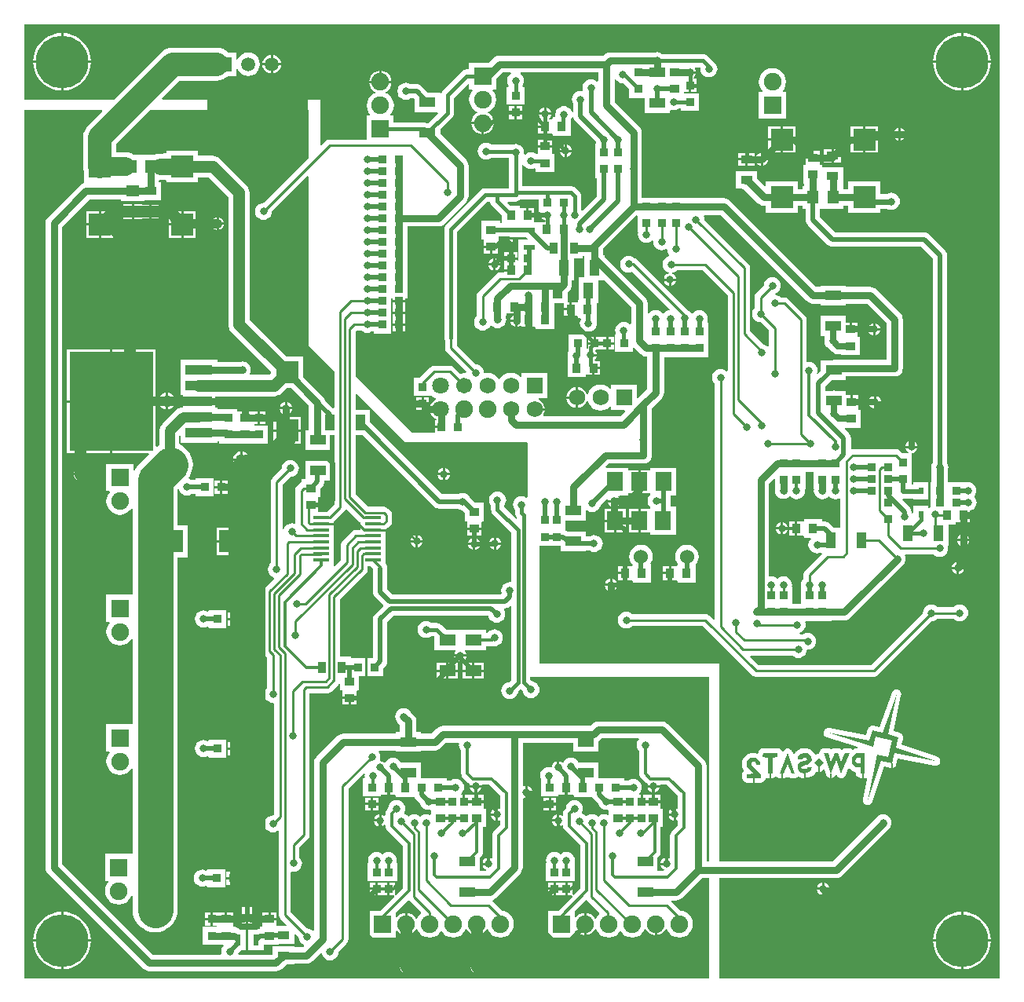
<source format=gbl>
%FSAX23Y23*%
%MOIN*%
G70*
G01*
G75*
G04 Layer_Physical_Order=2*
G04 Layer_Color=16711680*
%ADD10R,0.035X0.035*%
%ADD11R,0.035X0.035*%
%ADD12R,0.059X0.051*%
%ADD13R,0.028X0.070*%
%ADD14P,0.050X4X90.0*%
%ADD15R,0.047X0.079*%
%ADD16R,0.079X0.071*%
%ADD17R,0.048X0.024*%
%ADD18R,0.051X0.035*%
%ADD19R,0.037X0.039*%
%ADD20R,0.012X0.065*%
%ADD21O,0.016X0.077*%
%ADD22R,0.043X0.067*%
%ADD23O,0.055X0.014*%
%ADD24O,0.014X0.055*%
%ADD25O,0.087X0.024*%
%ADD26R,0.096X0.093*%
%ADD27O,0.069X0.022*%
%ADD28O,0.022X0.069*%
%ADD29O,0.012X0.031*%
%ADD30R,0.070X0.028*%
%ADD31O,0.059X0.018*%
%ADD32R,0.045X0.071*%
%ADD33O,0.028X0.102*%
%ADD34R,0.067X0.043*%
%ADD35R,0.057X0.045*%
%ADD36C,0.005*%
%ADD37C,0.050*%
%ADD38C,0.010*%
%ADD39C,0.080*%
%ADD40C,0.012*%
%ADD41C,0.020*%
%ADD42C,0.015*%
%ADD43C,0.022*%
%ADD44C,0.030*%
%ADD45C,0.100*%
%ADD46C,0.013*%
%ADD47C,0.025*%
%ADD48C,0.028*%
%ADD49R,0.430X0.045*%
%ADD50C,0.224*%
%ADD51R,0.075X0.075*%
%ADD52C,0.075*%
%ADD53R,0.075X0.075*%
%ADD54C,0.060*%
%ADD55C,0.059*%
%ADD56R,0.059X0.059*%
%ADD57R,0.069X0.069*%
%ADD58C,0.069*%
%ADD59C,0.067*%
%ADD60C,0.071*%
%ADD61C,0.032*%
%ADD62C,0.050*%
%ADD63R,0.039X0.037*%
%ADD64R,0.035X0.051*%
%ADD65R,0.024X0.048*%
%ADD66R,0.065X0.012*%
%ADD67R,0.045X0.057*%
%ADD68R,0.118X0.043*%
%ADD69R,0.358X0.419*%
%ADD70R,0.093X0.096*%
%ADD71R,0.071X0.045*%
%ADD72R,0.024X0.031*%
%ADD73R,0.071X0.079*%
%ADD74C,0.043*%
%ADD75C,0.150*%
%ADD76C,0.040*%
%ADD77C,0.070*%
G36*
X02860Y03808D02*
X02855Y03806D01*
X02848Y03811D01*
X02839Y03815D01*
X02830Y03816D01*
X02821Y03815D01*
X02812Y03811D01*
X02804Y03806D01*
X02799Y03798D01*
X02795Y03789D01*
X02794Y03780D01*
X02795Y03771D01*
X02795Y03769D01*
X02792Y03765D01*
X02785Y03766D01*
X02776Y03765D01*
X02767Y03761D01*
X02759Y03756D01*
X02754Y03748D01*
X02750Y03739D01*
X02749Y03730D01*
X02750Y03721D01*
X02754Y03712D01*
X02755Y03710D01*
Y03676D01*
X02750Y03675D01*
X02746Y03684D01*
X02741Y03691D01*
X02733Y03697D01*
X02724Y03701D01*
X02715Y03702D01*
X02705Y03701D01*
X02697Y03697D01*
X02689Y03691D01*
X02683Y03684D01*
X02680Y03675D01*
X02679Y03665D01*
X02679Y03659D01*
X02676Y03655D01*
X02667D01*
Y03648D01*
X02663Y03645D01*
X02663Y03645D01*
X02663Y03645D01*
Y03645D01*
X02653D01*
X02651Y03650D01*
X02654Y03651D01*
X02658Y03657D01*
X02660Y03663D01*
X02661Y03665D01*
X02609D01*
X02610Y03663D01*
X02612Y03657D01*
X02616Y03651D01*
X02619Y03650D01*
X02617Y03645D01*
X02606D01*
Y03620D01*
X02635D01*
Y03615D01*
X02640D01*
Y03586D01*
X02663D01*
X02663Y03586D01*
Y03586D01*
X02663Y03586D01*
X02667Y03582D01*
Y03576D01*
X02744D01*
Y03644D01*
X02746Y03647D01*
X02750Y03656D01*
X02750Y03657D01*
X02755D01*
X02756Y03652D01*
X02758Y03647D01*
X02759Y03645D01*
X02764Y03639D01*
X02850Y03553D01*
X02850Y03551D01*
X02851Y03547D01*
X02849Y03543D01*
X02847D01*
Y03468D01*
Y03397D01*
X02855D01*
Y03380D01*
X02855Y03380D01*
Y03319D01*
X02795Y03260D01*
X02790Y03260D01*
X02788Y03263D01*
Y03320D01*
X02787Y03327D01*
X02785Y03331D01*
X02784Y03334D01*
X02780Y03340D01*
X02765Y03355D01*
X02759Y03359D01*
X02756Y03360D01*
X02752Y03362D01*
X02745Y03363D01*
X02538D01*
Y03453D01*
X02543Y03454D01*
X02543Y03452D01*
X02549Y03444D01*
X02557Y03439D01*
X02565Y03435D01*
X02575Y03434D01*
X02584Y03435D01*
X02591Y03438D01*
X02595Y03435D01*
Y03421D01*
X02674D01*
Y03499D01*
X02668D01*
X02664Y03502D01*
X02664Y03502D01*
X02664Y03502D01*
X02664D01*
Y03526D01*
X02605D01*
Y03502D01*
X02605Y03502D01*
X02605D01*
X02605Y03502D01*
X02601Y03499D01*
X02597D01*
X02593Y03501D01*
X02584Y03505D01*
X02575Y03506D01*
X02565Y03505D01*
X02557Y03501D01*
X02550Y03496D01*
X02545Y03499D01*
X02546Y03505D01*
X02545Y03514D01*
X02541Y03523D01*
X02536Y03531D01*
X02528Y03536D01*
X02519Y03540D01*
X02510Y03541D01*
X02501Y03540D01*
X02495Y03538D01*
X02408D01*
X02403Y03541D01*
X02394Y03545D01*
X02385Y03546D01*
X02376Y03545D01*
X02367Y03541D01*
X02359Y03536D01*
X02354Y03528D01*
X02350Y03519D01*
X02349Y03510D01*
X02350Y03501D01*
X02354Y03492D01*
X02359Y03484D01*
X02367Y03479D01*
X02376Y03475D01*
X02385Y03474D01*
X02394Y03475D01*
X02403Y03479D01*
X02408Y03482D01*
X02482D01*
X02482Y03482D01*
Y03353D01*
X02380D01*
X02372Y03352D01*
X02366Y03349D01*
X02360Y03345D01*
X02215Y03200D01*
X02211Y03194D01*
X02210Y03191D01*
X02208Y03188D01*
X02207Y03180D01*
Y02720D01*
X02208Y02713D01*
X02210Y02710D01*
Y02675D01*
X02210Y02675D01*
X02210D01*
X02211Y02665D01*
X02217Y02657D01*
X02300Y02574D01*
X02298Y02569D01*
X02293Y02569D01*
X02290Y02569D01*
X02276Y02567D01*
X02275Y02566D01*
X02249Y02592D01*
X02240Y02598D01*
X02231Y02600D01*
X02165D01*
X02156Y02598D01*
X02147Y02592D01*
X02103Y02548D01*
X02077D01*
Y02473D01*
X02153D01*
X02153Y02473D01*
Y02473D01*
X02154Y02473D01*
X02162Y02467D01*
X02173Y02462D01*
X02173Y02457D01*
X02167Y02455D01*
X02158Y02447D01*
X02150Y02438D01*
X02148Y02431D01*
X02143Y02432D01*
Y02435D01*
X02120D01*
Y02412D01*
X02120D01*
X02120Y02412D01*
X02120Y02412D01*
X02143Y02412D01*
X02143D01*
X02145D01*
X02146Y02403D01*
X02150Y02392D01*
X02158Y02383D01*
X02167Y02375D01*
X02174Y02373D01*
X02173Y02368D01*
X02167D01*
Y02345D01*
X02195D01*
Y02335D01*
X02167D01*
Y02315D01*
X02070D01*
X01830Y02555D01*
Y02744D01*
X01836Y02750D01*
X01854D01*
X01854Y02749D01*
X01862Y02744D01*
X01871Y02740D01*
X01880Y02739D01*
X01889Y02740D01*
X01898Y02744D01*
X01900Y02745D01*
X01907D01*
Y02737D01*
X01982D01*
Y02787D01*
X01982D01*
Y02837D01*
X01982D01*
Y02887D01*
X01988D01*
Y02880D01*
X02043D01*
Y02887D01*
X02053D01*
Y02963D01*
X02053D01*
Y02990D01*
Y03065D01*
X02053D01*
Y03090D01*
Y03165D01*
X02053D01*
Y03190D01*
Y03192D01*
X02182D01*
X02191Y03193D01*
X02200Y03197D01*
X02207Y03202D01*
X02207Y03202D01*
X02207Y03202D01*
X02300Y03295D01*
X02306Y03302D01*
X02309Y03311D01*
X02310Y03320D01*
X02310Y03320D01*
X02310Y03320D01*
Y03320D01*
Y03450D01*
X02309Y03459D01*
X02306Y03467D01*
X02300Y03475D01*
X02190Y03585D01*
Y03603D01*
X02241Y03654D01*
X02245Y03659D01*
X02248Y03666D01*
X02249Y03673D01*
X02249Y03673D01*
X02249Y03673D01*
Y03673D01*
Y03737D01*
X02308Y03796D01*
X02313Y03794D01*
Y03773D01*
X02325D01*
X02327Y03768D01*
X02320Y03759D01*
X02314Y03745D01*
X02312Y03730D01*
X02314Y03715D01*
X02320Y03701D01*
X02329Y03689D01*
X02341Y03680D01*
X02348Y03677D01*
Y03672D01*
X02346Y03671D01*
X02336Y03664D01*
X02329Y03654D01*
X02324Y03642D01*
X02323Y03635D01*
X02417D01*
X02416Y03642D01*
X02411Y03654D01*
X02404Y03664D01*
X02394Y03671D01*
X02392Y03672D01*
Y03677D01*
X02399Y03680D01*
X02411Y03689D01*
X02420Y03701D01*
X02426Y03715D01*
X02428Y03730D01*
X02426Y03745D01*
X02420Y03759D01*
X02413Y03768D01*
X02415Y03773D01*
X02427D01*
Y03817D01*
X02455Y03845D01*
X02488D01*
X02490Y03840D01*
X02484Y03836D01*
X02479Y03828D01*
X02475Y03819D01*
X02474Y03810D01*
X02475Y03801D01*
X02479Y03792D01*
X02482Y03788D01*
X02479Y03783D01*
X02472D01*
Y03708D01*
X02548D01*
Y03783D01*
X02541D01*
X02538Y03788D01*
X02541Y03792D01*
X02545Y03801D01*
X02546Y03810D01*
X02545Y03819D01*
X02541Y03828D01*
X02536Y03836D01*
X02530Y03840D01*
X02532Y03845D01*
X02860D01*
Y03808D01*
D02*
G37*
G36*
X01905Y01738D02*
Y01640D01*
X01906Y01632D01*
X01908Y01627D01*
X01909Y01625D01*
X01914Y01619D01*
X01947Y01585D01*
Y01580D01*
X01914Y01546D01*
X01909Y01540D01*
X01908Y01538D01*
X01906Y01533D01*
X01905Y01525D01*
Y01358D01*
X01811D01*
Y01366D01*
X01765D01*
Y01609D01*
X01875Y01719D01*
X01880Y01727D01*
X01882Y01737D01*
X01882Y01737D01*
X01882Y01737D01*
Y01737D01*
Y01750D01*
X01893D01*
X01905Y01738D01*
D02*
G37*
G36*
X01290Y03316D02*
Y03035D01*
Y02776D01*
X01291Y02764D01*
X01294Y02758D01*
X01296Y02753D01*
X01303Y02744D01*
X01472Y02575D01*
Y02567D01*
X01465Y02561D01*
X01385D01*
X01382Y02565D01*
X01385Y02573D01*
X01386Y02582D01*
X01385Y02592D01*
X01381Y02600D01*
X01376Y02608D01*
X01368Y02614D01*
X01359Y02617D01*
X01350Y02618D01*
X01342Y02617D01*
X01245D01*
Y02624D01*
X01087D01*
Y02541D01*
Y02474D01*
X01097D01*
Y02453D01*
X01235D01*
Y02470D01*
X01484D01*
X01496Y02471D01*
X01502Y02474D01*
X01507Y02476D01*
X01516Y02483D01*
X01516Y02483D01*
X01516Y02483D01*
X01538Y02504D01*
X01557D01*
X01633Y02428D01*
Y02327D01*
X01617D01*
Y02243D01*
X01723D01*
Y02307D01*
X01740D01*
Y02011D01*
X01709Y01980D01*
X01670D01*
Y01981D01*
X01670D01*
Y02005D01*
X01640D01*
Y02015D01*
X01670D01*
Y02038D01*
D01*
Y02038D01*
X01673Y02042D01*
X01680D01*
Y02077D01*
X01689Y02087D01*
X01694Y02093D01*
X01696Y02097D01*
X01697Y02101D01*
X01697Y02102D01*
X01698Y02108D01*
X01698Y02108D01*
Y02113D01*
X01723D01*
Y02197D01*
X01617D01*
Y02119D01*
X01600D01*
Y02104D01*
X01592Y02098D01*
X01582Y02088D01*
X01576Y02080D01*
X01575Y02070D01*
Y01932D01*
X01570Y01930D01*
X01569Y01930D01*
X01560Y01931D01*
X01551Y01930D01*
X01542Y01926D01*
X01534Y01921D01*
X01529Y01913D01*
X01525Y01906D01*
X01520Y01907D01*
Y02094D01*
X01554Y02128D01*
X01554Y02127D01*
X01563Y02129D01*
X01572Y02132D01*
X01579Y02138D01*
X01585Y02146D01*
X01589Y02154D01*
X01590Y02164D01*
X01589Y02173D01*
X01585Y02182D01*
X01579Y02189D01*
X01572Y02195D01*
X01563Y02199D01*
X01554Y02200D01*
X01544Y02199D01*
X01536Y02195D01*
X01528Y02189D01*
X01522Y02182D01*
X01519Y02173D01*
X01517Y02164D01*
X01518Y02164D01*
X01477Y02123D01*
X01471Y02115D01*
X01470Y02105D01*
Y01761D01*
X01469Y01761D01*
X01464Y01753D01*
X01460Y01744D01*
X01459Y01735D01*
X01460Y01726D01*
X01464Y01717D01*
X01469Y01709D01*
X01477Y01704D01*
X01483Y01701D01*
X01484Y01696D01*
X01447Y01660D01*
X01441Y01651D01*
X01440Y01642D01*
Y01615D01*
X01435Y01614D01*
X01430Y01620D01*
X01423Y01626D01*
X01414Y01629D01*
X01410Y01630D01*
Y01595D01*
Y01561D01*
X01414Y01561D01*
X01423Y01565D01*
X01430Y01570D01*
X01435Y01576D01*
X01440Y01575D01*
Y01388D01*
X01440Y01388D01*
X01440D01*
X01441Y01379D01*
X01447Y01370D01*
X01455Y01363D01*
Y01231D01*
X01454Y01231D01*
X01449Y01223D01*
X01445Y01214D01*
X01444Y01205D01*
X01445Y01196D01*
X01449Y01187D01*
X01454Y01179D01*
X01462Y01174D01*
X01471Y01170D01*
X01480Y01169D01*
X01482Y01169D01*
X01486Y01166D01*
Y00697D01*
X01480Y00691D01*
X01480Y00691D01*
X01471Y00690D01*
X01462Y00686D01*
X01454Y00681D01*
X01449Y00673D01*
X01445Y00664D01*
X01444Y00655D01*
X01445Y00646D01*
X01449Y00637D01*
X01454Y00629D01*
X01462Y00624D01*
X01471Y00620D01*
X01480Y00619D01*
X01489Y00620D01*
X01498Y00624D01*
X01501Y00626D01*
X01506Y00624D01*
Y00269D01*
X01507Y00259D01*
X01513Y00251D01*
X01538Y00226D01*
X01536Y00221D01*
X01495D01*
Y00221D01*
Y00222D01*
X01495Y00225D01*
X01495Y00225D01*
X01495D01*
Y00246D01*
X01435D01*
Y00222D01*
X01435Y00222D01*
X01435D01*
X01435Y00222D01*
X01432Y00219D01*
X01425D01*
Y00212D01*
X01424Y00210D01*
X01424D01*
Y00210D01*
D01*
X01416Y00209D01*
X01412Y00207D01*
X01375D01*
Y00119D01*
X01440D01*
Y00141D01*
X01505D01*
Y00146D01*
X01571D01*
Y00187D01*
X01575Y00189D01*
X01589Y00175D01*
X01589Y00175D01*
X01590Y00166D01*
X01594Y00157D01*
X01599Y00149D01*
X01607Y00144D01*
X01611Y00142D01*
X01612Y00137D01*
X01607Y00132D01*
X01571D01*
Y00134D01*
X01479D01*
Y00101D01*
X01479Y00100D01*
X01336D01*
X01333Y00104D01*
X01333Y00105D01*
X01347Y00119D01*
X01365D01*
Y00207D01*
X01338D01*
X01334Y00211D01*
X01325Y00214D01*
X01320Y00215D01*
Y00219D01*
X01310D01*
Y00219D01*
Y00222D01*
X01310Y00222D01*
X01310Y00222D01*
X01310D01*
Y00246D01*
X01280D01*
Y00251D01*
X01275D01*
Y00280D01*
X01251D01*
X01251Y00280D01*
Y00280D01*
X01250Y00280D01*
X01248Y00279D01*
D01*
X01247Y00279D01*
X01247Y00279D01*
Y00279D01*
X01225D01*
Y00251D01*
Y00223D01*
X01240D01*
Y00219D01*
X01240D01*
X01240Y00218D01*
X01182D01*
Y00142D01*
X01240D01*
Y00141D01*
X01269D01*
X01271Y00137D01*
X01266Y00131D01*
X01262Y00122D01*
X01261Y00112D01*
X01262Y00104D01*
X01259Y00100D01*
X00970D01*
X00585Y00485D01*
Y03190D01*
X00701Y03306D01*
X00836D01*
Y03299D01*
X00934D01*
Y03303D01*
X01006D01*
Y03379D01*
X00995D01*
Y03386D01*
X00999Y03390D01*
X01000Y03390D01*
X01024Y03390D01*
X01027Y03386D01*
Y03379D01*
X01163D01*
Y03400D01*
X01206D01*
X01290Y03316D01*
D02*
G37*
G36*
X02492Y01578D02*
Y01266D01*
X02482Y01256D01*
X02476Y01255D01*
X02467Y01251D01*
X02459Y01246D01*
X02454Y01238D01*
X02450Y01229D01*
X02449Y01220D01*
X02450Y01211D01*
X02454Y01202D01*
X02459Y01194D01*
X02467Y01189D01*
X02476Y01185D01*
X02485Y01184D01*
X02494Y01185D01*
X02503Y01189D01*
X02511Y01194D01*
X02516Y01202D01*
X02520Y01211D01*
X02521Y01217D01*
X02533Y01228D01*
X02539Y01222D01*
X02540Y01216D01*
X02544Y01207D01*
X02549Y01199D01*
X02557Y01194D01*
X02566Y01190D01*
X02575Y01189D01*
X02584Y01190D01*
X02593Y01194D01*
X02601Y01199D01*
X02606Y01207D01*
X02610Y01216D01*
X02611Y01225D01*
X02610Y01234D01*
X02606Y01243D01*
X02601Y01251D01*
X02593Y01256D01*
X02584Y01260D01*
X02578Y01261D01*
X02573Y01266D01*
Y01280D01*
X03330D01*
Y01240D01*
Y00495D01*
X03320D01*
Y00901D01*
X03319Y00911D01*
X03316Y00919D01*
X03310Y00926D01*
X03156Y01080D01*
X03149Y01086D01*
X03141Y01089D01*
X03131Y01090D01*
X02861D01*
X02852Y01089D01*
X02843Y01086D01*
X02836Y01080D01*
X02827Y01071D01*
X02200D01*
X02191Y01070D01*
X02183Y01066D01*
X02175Y01060D01*
X02153Y01038D01*
X02107D01*
Y01044D01*
X02089D01*
Y01091D01*
X02088Y01101D01*
X02084Y01109D01*
X02078Y01116D01*
X02065Y01130D01*
X02061Y01136D01*
X02053Y01141D01*
X02044Y01145D01*
X02035Y01146D01*
X02026Y01145D01*
X02017Y01141D01*
X02009Y01136D01*
X02004Y01128D01*
X02000Y01119D01*
X01999Y01110D01*
X02000Y01101D01*
X02004Y01092D01*
X02009Y01084D01*
X02015Y01080D01*
X02018Y01077D01*
Y01044D01*
X02000D01*
Y01038D01*
X01778D01*
X01769Y01037D01*
X01760Y01033D01*
X01753Y01028D01*
X01665Y00940D01*
X01659Y00933D01*
X01656Y00924D01*
X01655Y00915D01*
Y00203D01*
X01650Y00201D01*
X01643Y00206D01*
X01634Y00210D01*
X01625Y00211D01*
X01625Y00211D01*
X01556Y00280D01*
Y00449D01*
X01560Y00452D01*
X01567Y00451D01*
X01577Y00453D01*
X01586Y00456D01*
X01593Y00462D01*
X01599Y00469D01*
X01602Y00478D01*
X01604Y00488D01*
X01602Y00497D01*
X01599Y00506D01*
X01593Y00513D01*
X01593Y00513D01*
Y00557D01*
X01628Y00592D01*
X01634Y00600D01*
X01635Y00610D01*
Y01210D01*
X01710D01*
X01720Y01211D01*
X01728Y01217D01*
X01728Y01217D01*
X01728Y01217D01*
X01757Y01246D01*
X01761Y01251D01*
X01765Y01250D01*
Y01222D01*
X01775D01*
Y01222D01*
Y01218D01*
X01775Y01218D01*
X01775Y01218D01*
X01775D01*
Y01195D01*
X01835D01*
Y01218D01*
X01835Y01218D01*
D01*
D01*
X01835Y01218D01*
D01*
X01838Y01222D01*
X01845D01*
Y01282D01*
X01948D01*
Y01315D01*
X01956Y01323D01*
X01961Y01329D01*
X01964Y01337D01*
X01965Y01345D01*
X01965Y01345D01*
Y01512D01*
X01993Y01540D01*
X02392D01*
X02395Y01538D01*
X02395Y01536D01*
X02399Y01527D01*
X02404Y01519D01*
X02412Y01514D01*
X02421Y01510D01*
X02430Y01509D01*
X02439Y01510D01*
X02448Y01514D01*
X02456Y01519D01*
X02461Y01527D01*
X02465Y01536D01*
X02466Y01545D01*
X02465Y01554D01*
X02461Y01563D01*
X02460Y01565D01*
X02462Y01570D01*
X02465D01*
X02473Y01571D01*
X02478Y01573D01*
X02480Y01574D01*
X02486Y01579D01*
X02488Y01580D01*
X02492Y01578D01*
D02*
G37*
G36*
X03775Y02147D02*
Y02076D01*
X03775D01*
X03777Y02074D01*
X03776Y02069D01*
X03777Y02060D01*
X03781Y02051D01*
X03787Y02044D01*
X03794Y02038D01*
X03803Y02034D01*
X03812Y02033D01*
X03822Y02034D01*
X03831Y02038D01*
X03838Y02044D01*
X03842D01*
X03849Y02038D01*
X03858Y02034D01*
X03867Y02033D01*
X03877Y02034D01*
X03884Y02037D01*
X03889Y02034D01*
Y01913D01*
X03859D01*
X03842Y01931D01*
X03835Y01936D01*
X03833Y01937D01*
X03828Y01939D01*
X03820Y01940D01*
X03811D01*
Y01949D01*
X03734D01*
Y01939D01*
X03734D01*
X03730D01*
X03730Y01939D01*
X03730Y01939D01*
Y01939D01*
X03706D01*
Y01910D01*
Y01880D01*
X03730D01*
X03730Y01880D01*
Y01880D01*
X03730Y01880D01*
X03734Y01876D01*
Y01870D01*
X03762D01*
X03764Y01865D01*
X03758Y01858D01*
X03755Y01849D01*
X03753Y01840D01*
X03755Y01830D01*
X03758Y01822D01*
X03764Y01814D01*
X03772Y01808D01*
X03780Y01805D01*
X03790Y01803D01*
X03799Y01805D01*
X03806Y01807D01*
X03807Y01807D01*
Y01807D01*
X03809D01*
X03811Y01802D01*
X03739Y01730D01*
X03734Y01722D01*
X03732Y01712D01*
Y01695D01*
X03732Y01695D01*
X03726Y01687D01*
X03722Y01679D01*
X03721Y01669D01*
X03722Y01665D01*
X03720Y01662D01*
X03720D01*
Y01589D01*
X03685D01*
Y01591D01*
Y01662D01*
X03685D01*
X03683Y01665D01*
X03684Y01669D01*
X03682Y01679D01*
X03679Y01687D01*
X03673Y01695D01*
X03666Y01701D01*
X03657Y01704D01*
X03647Y01706D01*
X03638Y01704D01*
X03629Y01701D01*
X03622Y01695D01*
X03622Y01695D01*
X03620D01*
X03613Y01701D01*
X03604Y01704D01*
X03595Y01706D01*
X03589Y01705D01*
X03585Y01708D01*
Y02100D01*
X03605Y02120D01*
X03610Y02118D01*
Y02076D01*
X03610D01*
X03612Y02074D01*
X03611Y02070D01*
X03612Y02061D01*
X03616Y02052D01*
X03622Y02044D01*
X03629Y02039D01*
X03638Y02035D01*
X03647Y02034D01*
X03657Y02035D01*
X03666Y02039D01*
X03673Y02044D01*
X03677Y02044D01*
X03684Y02038D01*
X03693Y02034D01*
X03702Y02033D01*
X03712Y02034D01*
X03721Y02038D01*
X03728Y02044D01*
X03734Y02051D01*
X03737Y02060D01*
X03739Y02069D01*
X03738Y02074D01*
X03740Y02076D01*
X03740D01*
Y02147D01*
Y02149D01*
X03775D01*
Y02147D01*
D02*
G37*
G36*
X02607Y03253D02*
X02616D01*
X02619Y03249D01*
X02618Y03247D01*
X02618Y03245D01*
X02644D01*
Y03235D01*
X02618D01*
X02618Y03234D01*
X02621Y03227D01*
X02625Y03222D01*
X02630Y03218D01*
X02637Y03215D01*
X02636Y03210D01*
X02614D01*
Y03210D01*
X02611D01*
Y03210D01*
X02589D01*
Y03210D01*
Y03210D01*
X02589Y03213D01*
X02589Y03213D01*
X02589D01*
Y03235D01*
X02560D01*
Y03240D01*
X02555D01*
Y03270D01*
X02532D01*
X02532Y03270D01*
Y03270D01*
X02532Y03270D01*
X02528Y03273D01*
Y03280D01*
X02489D01*
X02476Y03293D01*
X02478Y03297D01*
X02510D01*
X02517Y03298D01*
X02524Y03301D01*
X02530Y03305D01*
X02531Y03307D01*
X02607D01*
Y03253D01*
D02*
G37*
G36*
X02403Y03292D02*
X02405Y03288D01*
X02406Y03286D01*
X02410Y03280D01*
X02451Y03239D01*
Y03206D01*
X02445D01*
Y03214D01*
X02365D01*
Y03137D01*
X02375D01*
Y03133D01*
X02375D01*
Y03110D01*
X02435D01*
Y03118D01*
X02458D01*
Y03140D01*
X02463D01*
Y03145D01*
X02497D01*
Y03145D01*
X02556D01*
X02562Y03139D01*
X02560Y03135D01*
X02523D01*
Y03070D01*
X02523D01*
Y03045D01*
X02522Y03045D01*
Y03045D01*
X02521D01*
X02517Y03048D01*
Y03050D01*
X02462D01*
Y03035D01*
X02461D01*
Y03010D01*
X02490D01*
Y03000D01*
X02461D01*
Y02995D01*
X02445D01*
X02435Y02994D01*
X02427Y02988D01*
X02352Y02913D01*
X02346Y02905D01*
X02345Y02895D01*
Y02811D01*
X02344Y02811D01*
X02339Y02803D01*
X02335Y02794D01*
X02334Y02785D01*
X02335Y02776D01*
X02339Y02767D01*
X02344Y02759D01*
X02352Y02754D01*
X02361Y02750D01*
X02370Y02749D01*
X02379Y02750D01*
X02388Y02754D01*
X02396Y02759D01*
X02401Y02767D01*
X02403Y02770D01*
X02408Y02770D01*
X02408Y02770D01*
X02415Y02764D01*
X02424Y02760D01*
X02434Y02759D01*
X02443Y02760D01*
X02452Y02764D01*
X02459Y02770D01*
X02465Y02777D01*
X02469Y02786D01*
X02470Y02795D01*
X02469Y02805D01*
X02468Y02805D01*
Y02811D01*
X02472D01*
Y02821D01*
X02475D01*
Y02821D01*
X02506D01*
X02507Y02816D01*
X02500Y02813D01*
X02495Y02809D01*
X02491Y02804D01*
X02488Y02797D01*
X02488Y02795D01*
X02514D01*
Y02790D01*
X02519D01*
Y02765D01*
X02520Y02765D01*
X02527Y02768D01*
X02531Y02771D01*
X02535Y02769D01*
Y02766D01*
X02559D01*
Y02795D01*
X02569D01*
Y02766D01*
X02593D01*
D01*
X02593D01*
X02596Y02762D01*
Y02756D01*
X02674D01*
Y02811D01*
Y02867D01*
X02715D01*
Y02845D01*
X02739D01*
Y02870D01*
X02731D01*
Y02912D01*
X02738Y02920D01*
X02744Y02927D01*
X02748Y02935D01*
X02749Y02945D01*
Y02962D01*
X02757D01*
Y03054D01*
X02795D01*
Y03065D01*
X02803D01*
Y02974D01*
X02778D01*
Y02880D01*
X02776D01*
Y02870D01*
X02773D01*
Y02870D01*
X02749D01*
Y02840D01*
Y02811D01*
X02773D01*
D01*
X02773D01*
X02776Y02807D01*
Y02801D01*
X02784D01*
X02787Y02797D01*
X02784Y02790D01*
X02783Y02780D01*
X02784Y02771D01*
X02788Y02762D01*
X02794Y02755D01*
X02801Y02749D01*
X02810Y02745D01*
X02819Y02744D01*
X02829Y02745D01*
X02838Y02749D01*
X02845Y02755D01*
X02851Y02762D01*
X02854Y02771D01*
X02856Y02780D01*
X02854Y02790D01*
X02854Y02792D01*
X02854Y02801D01*
X02854D01*
Y02867D01*
X02861D01*
Y02962D01*
X02887D01*
X02887Y02962D01*
Y02962D01*
X02888Y02962D01*
X03000Y02850D01*
Y02778D01*
X02995Y02776D01*
X02988Y02782D01*
X02979Y02786D01*
X02969Y02787D01*
X02960Y02786D01*
X02951Y02782D01*
X02944Y02776D01*
X02938Y02769D01*
X02934Y02760D01*
X02933Y02750D01*
X02934Y02741D01*
X02936Y02737D01*
X02933Y02733D01*
X02932D01*
Y02658D01*
X03008D01*
Y02676D01*
X03012Y02678D01*
X03040Y02650D01*
X03048Y02644D01*
X03056Y02640D01*
X03065Y02639D01*
D01*
X03065Y02639D01*
D01*
X03067Y02638D01*
Y02637D01*
X03069D01*
Y02501D01*
X03029Y02461D01*
X03024Y02462D01*
Y02519D01*
X02916D01*
Y02503D01*
X02911Y02501D01*
X02909Y02504D01*
X02897Y02513D01*
X02884Y02518D01*
X02870Y02520D01*
X02856Y02518D01*
X02843Y02513D01*
X02831Y02504D01*
X02822Y02492D01*
X02817Y02480D01*
X02814D01*
X02812Y02480D01*
X02809Y02487D01*
X02802Y02497D01*
X02792Y02504D01*
X02782Y02508D01*
X02775Y02509D01*
Y02465D01*
Y02421D01*
X02782Y02422D01*
X02792Y02426D01*
X02802Y02433D01*
X02809Y02443D01*
X02812Y02450D01*
X02814Y02450D01*
X02817D01*
X02822Y02438D01*
X02831Y02426D01*
X02843Y02417D01*
X02856Y02412D01*
X02870Y02410D01*
X02884Y02412D01*
X02897Y02417D01*
X02909Y02426D01*
X02911Y02429D01*
X02916Y02427D01*
Y02411D01*
X02973D01*
X02974Y02406D01*
X02954Y02385D01*
X02629D01*
X02627Y02390D01*
X02629Y02393D01*
X02633Y02403D01*
X02634Y02410D01*
X02590D01*
Y02420D01*
X02634D01*
X02633Y02427D01*
X02629Y02437D01*
X02622Y02447D01*
X02612Y02454D01*
X02608Y02456D01*
X02609Y02461D01*
X02644D01*
Y02569D01*
X02536D01*
Y02553D01*
X02531Y02551D01*
X02529Y02554D01*
X02517Y02563D01*
X02504Y02568D01*
X02490Y02570D01*
X02476Y02568D01*
X02463Y02563D01*
X02451Y02554D01*
X02443Y02543D01*
X02438D01*
X02429Y02554D01*
X02417Y02563D01*
X02404Y02568D01*
X02390Y02570D01*
X02378Y02568D01*
X02376Y02570D01*
X02375Y02579D01*
X02371Y02588D01*
X02366Y02596D01*
X02358Y02601D01*
X02349Y02605D01*
X02340Y02606D01*
X02340Y02606D01*
X02260Y02686D01*
Y02710D01*
X02262Y02713D01*
X02263Y02720D01*
Y03169D01*
X02391Y03297D01*
X02403D01*
X02403Y03292D01*
D02*
G37*
G36*
X01847Y01937D02*
X01852Y01934D01*
Y01929D01*
Y01903D01*
X01833D01*
X01823Y01901D01*
X01815Y01896D01*
X01776Y01857D01*
X01771Y01849D01*
X01769Y01839D01*
Y01777D01*
X01743Y01750D01*
X01738Y01752D01*
Y01775D01*
Y01827D01*
Y01852D01*
Y01904D01*
Y01929D01*
Y01937D01*
X01783Y01982D01*
X01788Y01990D01*
X01793Y01991D01*
X01847Y01937D01*
D02*
G37*
G36*
X03746Y02874D02*
X03754Y02868D01*
X03762Y02865D01*
X03771Y02863D01*
X03804D01*
Y02857D01*
X03911D01*
Y02863D01*
X04002D01*
X04084Y02781D01*
Y02625D01*
X03861D01*
X03851Y02623D01*
X03850Y02623D01*
X03806D01*
Y02578D01*
X03793Y02564D01*
X03789Y02567D01*
X03790Y02571D01*
X03791Y02580D01*
X03790Y02589D01*
X03786Y02598D01*
X03781Y02606D01*
X03773Y02611D01*
X03764Y02615D01*
X03755Y02616D01*
X03749Y02616D01*
X03745Y02619D01*
Y02795D01*
X03744Y02805D01*
X03738Y02813D01*
X03668Y02883D01*
X03660Y02889D01*
X03650Y02890D01*
X03636D01*
X03636Y02891D01*
X03628Y02896D01*
X03619Y02900D01*
X03612Y02901D01*
X03612Y02906D01*
X03618Y02909D01*
X03626Y02914D01*
X03631Y02922D01*
X03635Y02931D01*
X03636Y02940D01*
X03635Y02949D01*
X03631Y02958D01*
X03626Y02966D01*
X03618Y02971D01*
X03609Y02975D01*
X03600Y02976D01*
X03591Y02975D01*
X03582Y02971D01*
X03574Y02966D01*
X03569Y02958D01*
X03565Y02949D01*
X03564Y02940D01*
X03564Y02940D01*
X03532Y02908D01*
X03526Y02900D01*
X03525Y02890D01*
Y02846D01*
X03524Y02846D01*
X03519Y02838D01*
X03515Y02829D01*
X03514Y02820D01*
X03515Y02811D01*
X03519Y02802D01*
X03524Y02794D01*
X03532Y02789D01*
X03541Y02785D01*
X03550Y02784D01*
X03550Y02784D01*
X03585Y02749D01*
Y02683D01*
X03580Y02681D01*
X03573Y02686D01*
X03564Y02690D01*
X03560Y02691D01*
X03505Y02746D01*
Y03015D01*
X03504Y03025D01*
X03498Y03033D01*
X03311Y03220D01*
X03311Y03220D01*
X03310Y03229D01*
X03307Y03236D01*
X03310Y03240D01*
X03380D01*
X03746Y02874D01*
D02*
G37*
G36*
X00756Y03680D02*
X00695Y03620D01*
X00687Y03609D01*
X00680Y03597D01*
X00676Y03584D01*
X00675Y03570D01*
Y03446D01*
X00676Y03432D01*
X00677Y03428D01*
Y03379D01*
X00677D01*
Y03375D01*
X00677Y03375D01*
X00668Y03372D01*
X00661Y03366D01*
X00525Y03230D01*
X00519Y03223D01*
X00516Y03214D01*
X00515Y03205D01*
Y00470D01*
X00515Y00470D01*
X00515D01*
X00516Y00461D01*
X00519Y00452D01*
X00525Y00445D01*
X00930Y00040D01*
X00937Y00034D01*
X00946Y00031D01*
X00955Y00030D01*
X01493D01*
X01502Y00031D01*
X01511Y00034D01*
X01518Y00040D01*
X01518Y00040D01*
X01518Y00040D01*
X01537Y00059D01*
X01571D01*
Y00061D01*
X01622D01*
X01631Y00063D01*
X01639Y00066D01*
X01647Y00072D01*
X01682Y00107D01*
X01687Y00106D01*
X01687Y00103D01*
X01691Y00094D01*
X01697Y00087D01*
X01704Y00081D01*
X01713Y00077D01*
X01722Y00076D01*
X01732Y00077D01*
X01741Y00081D01*
X01748Y00087D01*
X01754Y00094D01*
X01758Y00103D01*
X01759Y00112D01*
X01759Y00113D01*
X01793Y00147D01*
X01799Y00155D01*
X01800Y00165D01*
Y00804D01*
X01865Y00869D01*
X01870Y00867D01*
X01869Y00860D01*
X01870Y00852D01*
X01866Y00848D01*
X01862D01*
Y00773D01*
X01938D01*
Y00780D01*
X01938D01*
X01941D01*
X01941Y00780D01*
X01941Y00780D01*
Y00780D01*
X01965D01*
Y00810D01*
X01975D01*
Y00780D01*
X01998D01*
X01998Y00780D01*
Y00780D01*
X01998Y00780D01*
X02002Y00777D01*
Y00770D01*
X02079D01*
Y00770D01*
X02081D01*
X02082Y00767D01*
X02083Y00765D01*
X02088Y00759D01*
X02105Y00743D01*
X02105Y00741D01*
X02109Y00732D01*
X02114Y00724D01*
X02122Y00719D01*
X02131Y00715D01*
X02140Y00714D01*
X02147Y00715D01*
X02150Y00711D01*
Y00695D01*
X02146Y00692D01*
X02139Y00695D01*
X02130Y00696D01*
X02121Y00695D01*
X02112Y00691D01*
X02105Y00686D01*
X02098Y00691D01*
X02089Y00695D01*
X02080Y00696D01*
X02071Y00695D01*
X02062Y00691D01*
X02054Y00686D01*
X02051Y00691D01*
X02043Y00696D01*
X02039Y00698D01*
X02037Y00703D01*
X02040Y00711D01*
X02041Y00720D01*
X02040Y00729D01*
X02036Y00738D01*
X02031Y00746D01*
X02023Y00751D01*
X02014Y00755D01*
X02005Y00756D01*
X01996Y00755D01*
X01987Y00751D01*
X01979Y00746D01*
X01974Y00738D01*
X01970Y00729D01*
X01969Y00721D01*
X01965Y00717D01*
X01961Y00712D01*
X01958Y00706D01*
X01958Y00699D01*
X01958Y00699D01*
Y00691D01*
X01953Y00689D01*
X01948Y00693D01*
X01942Y00695D01*
X01940Y00696D01*
Y00670D01*
Y00644D01*
X01942Y00645D01*
X01948Y00647D01*
X01953Y00651D01*
X01958Y00649D01*
Y00646D01*
X01958Y00646D01*
X01958Y00639D01*
X01961Y00633D01*
X01965Y00628D01*
X02031Y00562D01*
Y00382D01*
X02002Y00353D01*
X01998Y00355D01*
D01*
X01998Y00355D01*
Y00375D01*
X01975D01*
Y00352D01*
X01994D01*
X01994Y00352D01*
D01*
X01996Y00347D01*
X01936Y00287D01*
X01888D01*
Y00173D01*
X02002D01*
Y00200D01*
X02007Y00201D01*
X02011Y00196D01*
X02021Y00189D01*
X02033Y00184D01*
X02040Y00183D01*
Y00230D01*
Y00277D01*
X02033Y00276D01*
X02021Y00271D01*
X02011Y00264D01*
X02007Y00259D01*
X02002Y00260D01*
Y00279D01*
X02054Y00331D01*
X02059Y00330D01*
X02060Y00329D01*
X02109Y00280D01*
X02109Y00275D01*
X02104Y00271D01*
X02095Y00259D01*
X02092Y00252D01*
X02087D01*
X02086Y00254D01*
X02079Y00264D01*
X02069Y00271D01*
X02057Y00276D01*
X02050Y00277D01*
Y00230D01*
Y00183D01*
X02057Y00184D01*
X02069Y00189D01*
X02079Y00196D01*
X02086Y00206D01*
X02087Y00208D01*
X02092D01*
X02095Y00201D01*
X02104Y00189D01*
X02116Y00180D01*
X02130Y00174D01*
X02145Y00172D01*
X02160Y00174D01*
X02174Y00180D01*
X02186Y00189D01*
X02193Y00198D01*
X02197D01*
X02204Y00189D01*
X02216Y00180D01*
X02230Y00174D01*
X02245Y00172D01*
X02260Y00174D01*
X02274Y00180D01*
X02286Y00189D01*
X02295Y00201D01*
X02298Y00208D01*
X02303D01*
X02304Y00206D01*
X02311Y00196D01*
X02321Y00189D01*
X02333Y00184D01*
X02340Y00183D01*
Y00230D01*
X02350D01*
Y00183D01*
X02357Y00184D01*
X02369Y00189D01*
X02379Y00196D01*
X02386Y00206D01*
X02387Y00208D01*
X02392D01*
X02395Y00201D01*
X02404Y00189D01*
X02416Y00180D01*
X02430Y00174D01*
X02445Y00172D01*
X02460Y00174D01*
X02474Y00180D01*
X02486Y00189D01*
X02495Y00201D01*
X02501Y00215D01*
X02503Y00230D01*
X02501Y00245D01*
X02495Y00259D01*
X02486Y00271D01*
X02474Y00280D01*
X02460Y00286D01*
X02454Y00287D01*
X02413Y00328D01*
X02413Y00328D01*
X02413D01*
D01*
X02417Y00334D01*
X02418Y00334D01*
X02425Y00340D01*
X02530Y00445D01*
X02536Y00452D01*
X02539Y00461D01*
X02540Y00470D01*
X02540Y00470D01*
Y00763D01*
X02544Y00766D01*
X02548Y00765D01*
X02550Y00764D01*
Y00790D01*
Y00816D01*
X02548Y00815D01*
X02544Y00814D01*
X02540Y00817D01*
Y01000D01*
X02755D01*
Y00961D01*
X02862D01*
Y01007D01*
X02865Y01009D01*
X02875Y01020D01*
X03032D01*
X03034Y01015D01*
X03029Y01008D01*
X03025Y00999D01*
X03024Y00990D01*
X03025Y00981D01*
X03029Y00972D01*
X03034Y00965D01*
Y00870D01*
X03034Y00870D01*
X03035Y00863D01*
X03037Y00857D01*
X03041Y00851D01*
X03064Y00828D01*
X03064Y00828D01*
X03070Y00824D01*
X03071Y00824D01*
X03070Y00822D01*
X03069Y00820D01*
X03124D01*
X03124Y00821D01*
X03152D01*
X03199Y00774D01*
Y00722D01*
X03195Y00719D01*
X03192Y00720D01*
X03190Y00721D01*
Y00695D01*
Y00669D01*
X03192Y00670D01*
X03195Y00671D01*
X03199Y00668D01*
Y00649D01*
X03174Y00624D01*
X03170Y00618D01*
X03167Y00612D01*
X03166Y00605D01*
X03166Y00605D01*
Y00511D01*
X03162Y00508D01*
X03157Y00510D01*
X03155Y00511D01*
Y00485D01*
X03150D01*
Y00480D01*
X03124D01*
X03125Y00478D01*
X03127Y00472D01*
X03131Y00466D01*
X03137Y00462D01*
X03140Y00461D01*
X03139Y00456D01*
X03113D01*
Y00511D01*
X03119Y00516D01*
X03119Y00516D01*
X03123Y00522D01*
X03124Y00524D01*
X03125Y00528D01*
X03126Y00535D01*
X03126Y00535D01*
Y00641D01*
X03135D01*
Y00718D01*
X03125D01*
Y00722D01*
X03125D01*
Y00745D01*
X03095D01*
Y00750D01*
X03090D01*
Y00779D01*
X03065D01*
Y00778D01*
X03050D01*
Y00750D01*
X03040D01*
Y00778D01*
X03035D01*
X03034Y00783D01*
X03036Y00784D01*
X03041Y00792D01*
X03045Y00801D01*
X03046Y00810D01*
X03045Y00819D01*
X03041Y00828D01*
X03036Y00836D01*
X03028Y00841D01*
X03019Y00845D01*
X03010Y00846D01*
X03001Y00845D01*
X02992Y00841D01*
X02990Y00840D01*
X02973D01*
Y00848D01*
X02862D01*
Y00914D01*
X02778D01*
X02776Y00918D01*
X02771Y00926D01*
X02763Y00931D01*
X02754Y00935D01*
X02745Y00936D01*
X02736Y00935D01*
X02727Y00931D01*
X02719Y00926D01*
X02714Y00918D01*
X02712Y00916D01*
X02708Y00914D01*
X02703Y00918D01*
X02697Y00920D01*
X02695Y00921D01*
Y00895D01*
X02685D01*
Y00921D01*
X02683Y00920D01*
X02677Y00918D01*
X02671Y00914D01*
X02667Y00908D01*
X02665Y00902D01*
X02664Y00897D01*
X02660Y00895D01*
X02659Y00895D01*
X02650Y00896D01*
X02641Y00895D01*
X02632Y00891D01*
X02624Y00886D01*
X02619Y00878D01*
X02615Y00869D01*
X02614Y00860D01*
X02615Y00851D01*
X02617Y00845D01*
Y00773D01*
X02693D01*
Y00780D01*
X02693D01*
X02696D01*
X02696Y00780D01*
X02696Y00780D01*
Y00780D01*
X02720D01*
Y00810D01*
X02730D01*
Y00780D01*
X02753D01*
X02753Y00780D01*
Y00780D01*
X02753Y00780D01*
X02757Y00777D01*
Y00770D01*
X02834D01*
Y00770D01*
X02836D01*
X02837Y00767D01*
X02838Y00765D01*
X02843Y00759D01*
X02860Y00743D01*
X02860Y00741D01*
X02864Y00732D01*
X02869Y00724D01*
X02877Y00719D01*
X02886Y00715D01*
X02895Y00714D01*
X02902Y00715D01*
X02905Y00711D01*
Y00695D01*
X02901Y00692D01*
X02894Y00695D01*
X02885Y00696D01*
X02876Y00695D01*
X02867Y00691D01*
X02860Y00686D01*
X02853Y00691D01*
X02844Y00695D01*
X02835Y00696D01*
X02826Y00695D01*
X02817Y00691D01*
X02812Y00688D01*
X02807Y00689D01*
X02806Y00691D01*
X02798Y00696D01*
X02794Y00698D01*
X02792Y00703D01*
X02795Y00711D01*
X02796Y00720D01*
X02795Y00729D01*
X02791Y00738D01*
X02786Y00746D01*
X02778Y00751D01*
X02769Y00755D01*
X02760Y00756D01*
X02751Y00755D01*
X02742Y00751D01*
X02734Y00746D01*
X02729Y00738D01*
X02725Y00729D01*
X02724Y00721D01*
X02720Y00717D01*
X02716Y00712D01*
X02713Y00706D01*
X02713Y00699D01*
X02713Y00699D01*
Y00691D01*
X02708Y00689D01*
X02703Y00693D01*
X02697Y00695D01*
X02695Y00696D01*
Y00670D01*
Y00644D01*
X02697Y00645D01*
X02703Y00647D01*
X02708Y00651D01*
X02713Y00649D01*
Y00646D01*
X02713Y00646D01*
X02713Y00639D01*
X02716Y00633D01*
X02720Y00628D01*
X02786Y00562D01*
Y00382D01*
X02757Y00353D01*
X02753Y00355D01*
Y00355D01*
X02753Y00355D01*
Y00375D01*
X02730D01*
Y00352D01*
X02749D01*
X02749Y00352D01*
X02749D01*
X02751Y00347D01*
X02691Y00287D01*
X02648D01*
Y00173D01*
X02762D01*
Y00200D01*
X02767Y00201D01*
X02771Y00196D01*
X02781Y00189D01*
X02793Y00184D01*
X02800Y00183D01*
Y00230D01*
Y00277D01*
X02793Y00276D01*
X02781Y00271D01*
X02771Y00264D01*
X02767Y00259D01*
X02762Y00260D01*
Y00284D01*
X02809Y00331D01*
X02814Y00330D01*
X02815Y00329D01*
X02866Y00278D01*
X02866Y00273D01*
X02864Y00271D01*
X02855Y00259D01*
X02852Y00252D01*
X02847D01*
X02846Y00254D01*
X02839Y00264D01*
X02829Y00271D01*
X02817Y00276D01*
X02810Y00277D01*
Y00230D01*
Y00183D01*
X02817Y00184D01*
X02829Y00189D01*
X02839Y00196D01*
X02846Y00206D01*
X02847Y00208D01*
X02852D01*
X02855Y00201D01*
X02864Y00189D01*
X02876Y00180D01*
X02890Y00174D01*
X02905Y00172D01*
X02920Y00174D01*
X02934Y00180D01*
X02946Y00189D01*
X02953Y00198D01*
X02957D01*
X02964Y00189D01*
X02976Y00180D01*
X02990Y00174D01*
X03005Y00172D01*
X03020Y00174D01*
X03034Y00180D01*
X03046Y00189D01*
X03055Y00201D01*
X03058Y00208D01*
X03063D01*
X03064Y00206D01*
X03071Y00196D01*
X03081Y00189D01*
X03093Y00184D01*
X03100Y00183D01*
Y00230D01*
X03110D01*
Y00183D01*
X03117Y00184D01*
X03129Y00189D01*
X03139Y00196D01*
X03146Y00206D01*
X03147Y00208D01*
X03152D01*
X03155Y00201D01*
X03164Y00189D01*
X03176Y00180D01*
X03190Y00174D01*
X03205Y00172D01*
X03220Y00174D01*
X03234Y00180D01*
X03246Y00189D01*
X03255Y00201D01*
X03261Y00215D01*
X03263Y00230D01*
X03261Y00245D01*
X03255Y00259D01*
X03246Y00271D01*
X03234Y00280D01*
X03220Y00286D01*
X03209Y00287D01*
X03171Y00325D01*
X03173Y00330D01*
X03190D01*
X03199Y00331D01*
X03208Y00334D01*
X03215Y00340D01*
X03300Y00425D01*
X03330D01*
Y00000D01*
X00425D01*
Y03685D01*
X00754D01*
X00756Y03680D01*
D02*
G37*
G36*
X01630Y03481D02*
X01440Y03291D01*
X01440Y03291D01*
X01431Y03290D01*
X01422Y03286D01*
X01414Y03281D01*
X01409Y03273D01*
X01405Y03264D01*
X01404Y03255D01*
X01405Y03246D01*
X01409Y03237D01*
X01414Y03229D01*
X01422Y03224D01*
X01431Y03220D01*
X01440Y03219D01*
X01449Y03220D01*
X01458Y03224D01*
X01466Y03229D01*
X01471Y03237D01*
X01475Y03246D01*
X01476Y03255D01*
X01476Y03255D01*
X01625Y03404D01*
X01630Y03402D01*
Y02685D01*
X01740Y02575D01*
Y02421D01*
X01735Y02419D01*
X01702Y02452D01*
X01702Y02452D01*
X01699Y02461D01*
X01693Y02468D01*
X01608Y02553D01*
Y02638D01*
X01538D01*
X01380Y02795D01*
Y03035D01*
Y03335D01*
X01380Y03335D01*
X01380Y03335D01*
Y03335D01*
X01380D01*
X01380Y03335D01*
X01379Y03347D01*
X01376Y03353D01*
X01374Y03358D01*
X01367Y03367D01*
X01256Y03478D01*
X01247Y03485D01*
X01242Y03487D01*
X01236Y03490D01*
X01224Y03491D01*
X01163D01*
Y03512D01*
X01027D01*
Y03501D01*
X01000Y03500D01*
X00985Y03498D01*
X00975Y03494D01*
X00921D01*
D01*
D01*
X00921Y03494D01*
X00919D01*
Y03494D01*
X00890D01*
X00888Y03496D01*
X00878Y03501D01*
X00867Y03505D01*
X00855Y03506D01*
X00815D01*
Y03541D01*
X00959Y03685D01*
X01630D01*
Y03481D01*
D02*
G37*
G36*
X02270Y00996D02*
X02269Y00990D01*
X02270Y00981D01*
X02274Y00972D01*
X02279Y00965D01*
Y00870D01*
X02279Y00870D01*
X02280Y00863D01*
X02282Y00857D01*
X02286Y00851D01*
X02309Y00828D01*
X02309Y00828D01*
X02315Y00824D01*
X02316Y00824D01*
X02315Y00822D01*
X02314Y00820D01*
X02369D01*
X02369Y00821D01*
X02397D01*
X02444Y00774D01*
Y00722D01*
X02440Y00719D01*
X02437Y00720D01*
X02435Y00721D01*
Y00695D01*
Y00669D01*
X02437Y00670D01*
X02440Y00671D01*
X02444Y00668D01*
Y00649D01*
X02419Y00624D01*
X02415Y00618D01*
X02412Y00612D01*
X02411Y00605D01*
X02411Y00605D01*
Y00511D01*
X02407Y00508D01*
X02402Y00510D01*
X02400Y00511D01*
Y00485D01*
X02395D01*
Y00480D01*
X02369D01*
X02370Y00478D01*
X02372Y00472D01*
X02376Y00466D01*
X02382Y00462D01*
X02385Y00461D01*
X02384Y00456D01*
X02358D01*
Y00511D01*
X02364Y00516D01*
X02368Y00522D01*
X02370Y00528D01*
X02371Y00535D01*
X02371Y00535D01*
Y00641D01*
X02385D01*
Y00718D01*
X02375D01*
Y00722D01*
X02375D01*
Y00745D01*
X02345D01*
Y00750D01*
X02340D01*
Y00779D01*
X02315D01*
Y00778D01*
X02295D01*
Y00750D01*
X02285D01*
Y00778D01*
X02280D01*
X02279Y00783D01*
X02281Y00784D01*
X02286Y00792D01*
X02290Y00801D01*
X02291Y00810D01*
X02290Y00819D01*
X02286Y00828D01*
X02281Y00836D01*
X02273Y00841D01*
X02264Y00845D01*
X02255Y00846D01*
X02246Y00845D01*
X02237Y00841D01*
X02235Y00840D01*
X02218D01*
Y00848D01*
X02107D01*
Y00914D01*
X02023D01*
X02021Y00918D01*
X02016Y00926D01*
X02008Y00931D01*
X01999Y00935D01*
X01990Y00936D01*
X01981Y00935D01*
X01972Y00931D01*
X01964Y00926D01*
X01959Y00918D01*
X01957Y00916D01*
X01953Y00914D01*
X01948Y00918D01*
X01942Y00920D01*
X01935Y00921D01*
X01935Y00922D01*
X01934Y00928D01*
X01935Y00931D01*
X01936Y00940D01*
X01935Y00949D01*
X01931Y00958D01*
X01928Y00963D01*
X01930Y00967D01*
X02000D01*
Y00961D01*
X02107D01*
Y00967D01*
X02168D01*
X02177Y00969D01*
X02185Y00972D01*
X02193Y00978D01*
X02193Y00978D01*
X02193Y00978D01*
X02215Y01000D01*
X02266D01*
X02270Y00996D01*
D02*
G37*
G36*
X02040Y02275D02*
X02556D01*
X02560Y02271D01*
Y02042D01*
X02556Y02040D01*
X02553Y02041D01*
X02544Y02045D01*
X02535Y02046D01*
X02526Y02045D01*
X02517Y02041D01*
X02509Y02036D01*
X02504Y02028D01*
X02500Y02019D01*
X02499Y02010D01*
X02500Y02001D01*
X02504Y01992D01*
X02507Y01987D01*
Y01976D01*
X02508Y01969D01*
X02510Y01965D01*
X02511Y01962D01*
X02515Y01956D01*
X02516Y01956D01*
X02515Y01951D01*
X02513Y01950D01*
X02461Y02001D01*
Y02007D01*
X02465Y02012D01*
X02468Y02021D01*
X02470Y02030D01*
X02468Y02039D01*
X02465Y02048D01*
X02459Y02056D01*
X02452Y02061D01*
X02443Y02065D01*
X02433Y02066D01*
X02424Y02065D01*
X02415Y02061D01*
X02408Y02056D01*
X02402Y02048D01*
X02398Y02039D01*
X02397Y02030D01*
X02398Y02021D01*
X02402Y02012D01*
X02406Y02007D01*
Y01990D01*
X02407Y01983D01*
X02408Y01979D01*
X02409Y01976D01*
X02414Y01970D01*
X02492Y01892D01*
Y01684D01*
X02489Y01681D01*
X02485Y01681D01*
X02476Y01680D01*
X02467Y01676D01*
X02459Y01671D01*
X02454Y01663D01*
X02450Y01654D01*
X02449Y01645D01*
X02450Y01636D01*
X02450Y01634D01*
X02448Y01630D01*
X01988D01*
X01965Y01653D01*
Y01740D01*
X01964Y01748D01*
X01961Y01755D01*
X01957Y01761D01*
Y01775D01*
Y01801D01*
Y01826D01*
Y01878D01*
Y01903D01*
Y01905D01*
X01959Y01905D01*
X01967Y01911D01*
X01978Y01922D01*
X01984Y01930D01*
X01985Y01940D01*
Y01966D01*
X01984Y01976D01*
X01978Y01984D01*
X01969Y01993D01*
X01960Y01999D01*
X01951Y02001D01*
X01883D01*
X01830Y02054D01*
Y02307D01*
X01861D01*
X02165Y02002D01*
X02165Y02002D01*
X02169Y01999D01*
X02171Y01997D01*
X02174Y01996D01*
X02179Y01994D01*
X02186Y01993D01*
X02265D01*
X02266Y01992D01*
X02275Y01988D01*
X02283Y01987D01*
X02295Y01976D01*
Y01940D01*
X02305D01*
Y01940D01*
Y01937D01*
X02305Y01937D01*
X02305Y01937D01*
X02305D01*
Y01913D01*
X02364D01*
Y01937D01*
X02364Y01937D01*
D01*
D01*
X02364Y01937D01*
D01*
X02368Y01940D01*
X02374D01*
Y02018D01*
X02339D01*
X02317Y02039D01*
X02316Y02042D01*
X02310Y02049D01*
X02303Y02055D01*
X02294Y02059D01*
X02284Y02060D01*
X02275Y02059D01*
X02266Y02055D01*
X02265Y02054D01*
X02199D01*
X01892Y02361D01*
Y02413D01*
X01830D01*
Y02478D01*
X01835Y02480D01*
X02040Y02275D01*
D02*
G37*
G36*
X04565Y00000D02*
X03375D01*
Y00425D01*
X03870D01*
X03879Y00426D01*
X03888Y00430D01*
X03895Y00435D01*
X04090Y00630D01*
X04096Y00634D01*
X04101Y00642D01*
X04105Y00651D01*
X04106Y00660D01*
X04105Y00669D01*
X04101Y00678D01*
X04096Y00686D01*
X04088Y00691D01*
X04079Y00695D01*
X04070Y00696D01*
X04061Y00695D01*
X04052Y00691D01*
X04044Y00686D01*
X04040Y00680D01*
X03855Y00495D01*
X03375D01*
Y01335D01*
X02610D01*
Y01835D01*
X02702D01*
Y01813D01*
X02808D01*
Y01815D01*
X02824D01*
X02825Y01814D01*
X02834Y01810D01*
X02843Y01809D01*
X02853Y01810D01*
X02862Y01814D01*
X02869Y01819D01*
X02875Y01827D01*
X02878Y01836D01*
X02880Y01845D01*
X02878Y01854D01*
X02875Y01863D01*
X02869Y01871D01*
X02862Y01876D01*
X02853Y01880D01*
X02843Y01881D01*
X02834Y01880D01*
X02825Y01876D01*
X02824Y01875D01*
X02808D01*
Y01897D01*
X02730D01*
X02727Y01899D01*
X02725Y01900D01*
X02722Y01901D01*
Y01906D01*
Y01943D01*
X02808D01*
Y01984D01*
X02813Y01987D01*
X02817Y01984D01*
X02826Y01980D01*
X02835Y01979D01*
X02844Y01980D01*
X02853Y01984D01*
X02861Y01989D01*
X02866Y01997D01*
X02870Y02006D01*
X02870Y02008D01*
X02898Y02036D01*
X02903Y02033D01*
X02902Y02032D01*
X02902Y02030D01*
X02953D01*
X02953Y02032D01*
X02950Y02039D01*
X02946Y02044D01*
X02947Y02045D01*
X02950Y02048D01*
X02989D01*
Y02058D01*
X02989D01*
X02990D01*
X02992Y02058D01*
X02992Y02058D01*
Y02058D01*
X03030D01*
Y02108D01*
Y02157D01*
X02992D01*
X02992Y02157D01*
Y02157D01*
X02990Y02157D01*
X02989Y02158D01*
Y02167D01*
X02894D01*
X02892Y02172D01*
X02905Y02185D01*
X03053D01*
X03062Y02186D01*
X03071Y02189D01*
X03078Y02195D01*
X03084Y02202D01*
X03087Y02211D01*
X03088Y02220D01*
X03088Y02220D01*
X03088Y02220D01*
Y02220D01*
Y02277D01*
X03089Y02285D01*
X03088Y02293D01*
Y02420D01*
X03130Y02461D01*
X03135Y02468D01*
X03139Y02477D01*
X03140Y02486D01*
Y02637D01*
X03265D01*
Y02637D01*
X03328D01*
Y02708D01*
Y02783D01*
X03326D01*
X03324Y02787D01*
X03325Y02791D01*
X03326Y02800D01*
X03325Y02809D01*
X03321Y02818D01*
X03316Y02826D01*
X03308Y02831D01*
X03299Y02835D01*
X03290Y02836D01*
X03281Y02835D01*
X03272Y02831D01*
X03264Y02826D01*
X03262Y02822D01*
X03257D01*
X03253Y02828D01*
X03245Y02833D01*
X03241Y02835D01*
X03027Y03049D01*
X03019Y03055D01*
X03017Y03055D01*
X03016Y03057D01*
X03008Y03063D01*
X02999Y03066D01*
X02990Y03067D01*
X02981Y03066D01*
X02972Y03063D01*
X02964Y03057D01*
X02959Y03049D01*
X02955Y03041D01*
X02954Y03031D01*
X02955Y03022D01*
X02959Y03013D01*
X02964Y03006D01*
X02972Y03000D01*
X02981Y02996D01*
X02990Y02995D01*
X02999Y02996D01*
X03005Y02999D01*
X03164Y02840D01*
X03162Y02836D01*
X03158Y02835D01*
X03149Y02831D01*
X03142Y02826D01*
X03138Y02822D01*
X03133D01*
X03130Y02826D01*
X03123Y02831D01*
X03114Y02835D01*
X03105Y02836D01*
X03095Y02835D01*
X03086Y02831D01*
X03079Y02826D01*
X03075Y02821D01*
X03070Y02822D01*
Y02865D01*
X03069Y02874D01*
X03066Y02883D01*
X03060Y02890D01*
X02887Y03063D01*
Y03068D01*
X02881D01*
X02880Y03070D01*
Y03095D01*
X03023Y03238D01*
X03023D01*
X03027Y03236D01*
Y03167D01*
X03027Y03167D01*
X03030Y03164D01*
X03029Y03157D01*
X03030Y03148D01*
X03034Y03139D01*
X03039Y03131D01*
X03047Y03126D01*
X03056Y03122D01*
X03065Y03121D01*
X03074Y03122D01*
X03083Y03126D01*
X03090Y03131D01*
X03094Y03128D01*
X03094Y03126D01*
X03095Y03116D01*
X03099Y03108D01*
X03104Y03100D01*
X03112Y03094D01*
X03121Y03091D01*
X03130Y03089D01*
X03139Y03091D01*
X03148Y03094D01*
X03149Y03095D01*
X03154Y03093D01*
X03155Y03085D01*
X03159Y03076D01*
X03163Y03070D01*
X03161Y03065D01*
X03161Y03065D01*
X03152Y03061D01*
X03144Y03056D01*
X03139Y03048D01*
X03135Y03039D01*
X03134Y03030D01*
X03135Y03021D01*
X03139Y03012D01*
X03144Y03004D01*
X03152Y02999D01*
X03160Y02995D01*
X03159Y02990D01*
X03158Y02990D01*
X03152Y02988D01*
X03146Y02984D01*
X03142Y02978D01*
X03140Y02972D01*
X03139Y02970D01*
X03191D01*
X03190Y02972D01*
X03188Y02978D01*
X03184Y02984D01*
X03178Y02988D01*
X03174Y02989D01*
X03175Y02994D01*
X03179Y02995D01*
X03188Y02999D01*
X03196Y03004D01*
X03196Y03005D01*
X03304D01*
X03410Y02899D01*
Y02578D01*
X03405Y02576D01*
X03398Y02581D01*
X03389Y02585D01*
X03380Y02586D01*
X03371Y02585D01*
X03362Y02581D01*
X03354Y02576D01*
X03349Y02568D01*
X03345Y02559D01*
X03344Y02550D01*
X03345Y02541D01*
X03349Y02532D01*
X03354Y02524D01*
X03355Y02524D01*
Y01523D01*
X03350Y01521D01*
X03333Y01538D01*
X03325Y01544D01*
X03315Y01545D01*
X03006D01*
X03006Y01546D01*
X02998Y01551D01*
X02989Y01555D01*
X02980Y01556D01*
X02971Y01555D01*
X02962Y01551D01*
X02954Y01546D01*
X02949Y01538D01*
X02945Y01529D01*
X02944Y01520D01*
X02945Y01511D01*
X02949Y01502D01*
X02954Y01494D01*
X02962Y01489D01*
X02971Y01485D01*
X02980Y01484D01*
X02989Y01485D01*
X02998Y01489D01*
X03006Y01494D01*
X03006Y01495D01*
X03304D01*
X03512Y01287D01*
X03512D01*
X03512Y01287D01*
X03512Y01287D01*
Y01287D01*
X03520Y01281D01*
X03530Y01280D01*
X04030D01*
X04040Y01281D01*
X04048Y01287D01*
X04275Y01514D01*
X04275Y01514D01*
X04284Y01515D01*
X04293Y01519D01*
X04301Y01524D01*
X04301Y01525D01*
X04369D01*
X04369Y01524D01*
X04377Y01519D01*
X04386Y01515D01*
X04395Y01514D01*
X04404Y01515D01*
X04413Y01519D01*
X04421Y01524D01*
X04426Y01532D01*
X04430Y01541D01*
X04431Y01550D01*
X04430Y01559D01*
X04426Y01568D01*
X04421Y01576D01*
X04413Y01581D01*
X04404Y01585D01*
X04395Y01586D01*
X04386Y01585D01*
X04377Y01581D01*
X04369Y01576D01*
X04369Y01575D01*
X04301D01*
X04301Y01576D01*
X04293Y01581D01*
X04284Y01585D01*
X04275Y01586D01*
X04266Y01585D01*
X04257Y01581D01*
X04249Y01576D01*
X04244Y01568D01*
X04240Y01559D01*
X04239Y01550D01*
X04239Y01550D01*
X04019Y01330D01*
X03541D01*
X03506Y01365D01*
X03508Y01370D01*
X03684D01*
X03684Y01369D01*
X03692Y01364D01*
X03701Y01360D01*
X03710Y01359D01*
X03719Y01360D01*
X03728Y01364D01*
X03736Y01369D01*
X03741Y01377D01*
X03745Y01386D01*
X03746Y01391D01*
X03750Y01394D01*
X03750Y01394D01*
X03759Y01395D01*
X03768Y01399D01*
X03776Y01404D01*
X03781Y01412D01*
X03785Y01421D01*
X03786Y01430D01*
X03785Y01439D01*
X03781Y01448D01*
X03776Y01456D01*
X03768Y01461D01*
X03759Y01465D01*
X03750Y01466D01*
X03741Y01465D01*
X03732Y01461D01*
X03731Y01460D01*
X03717D01*
X03716Y01465D01*
X03723Y01469D01*
X03731Y01474D01*
X03736Y01482D01*
X03740Y01491D01*
X03741Y01500D01*
X03740Y01509D01*
X03739Y01512D01*
X03742Y01516D01*
X03850D01*
Y01518D01*
X03904D01*
X03913Y01520D01*
X03921Y01523D01*
X03929Y01529D01*
X03929Y01529D01*
X03929Y01529D01*
X04150Y01750D01*
X04156Y01754D01*
X04161Y01762D01*
X04165Y01771D01*
X04166Y01780D01*
X04165Y01789D01*
X04163Y01795D01*
X04166Y01799D01*
X04284D01*
X04284Y01799D01*
X04292Y01793D01*
X04301Y01789D01*
X04310Y01788D01*
X04319Y01789D01*
X04328Y01793D01*
X04336Y01799D01*
X04341Y01806D01*
X04345Y01815D01*
X04346Y01825D01*
X04345Y01834D01*
X04347Y01836D01*
X04347D01*
Y01924D01*
X04379D01*
Y01934D01*
X04382D01*
Y01934D01*
X04406D01*
Y01964D01*
X04411D01*
Y01969D01*
X04439D01*
Y01984D01*
X04440Y01984D01*
X04449Y01988D01*
X04457Y01993D01*
X04462Y02001D01*
X04466Y02010D01*
X04467Y02019D01*
X04466Y02028D01*
X04462Y02037D01*
X04457Y02045D01*
X04456Y02045D01*
X04461Y02052D01*
X04465Y02061D01*
X04466Y02070D01*
X04465Y02079D01*
X04461Y02088D01*
X04456Y02096D01*
X04448Y02101D01*
X04439Y02105D01*
X04430Y02106D01*
X04421Y02105D01*
X04418Y02107D01*
Y02107D01*
X04345D01*
Y02159D01*
X04345Y02160D01*
X04347Y02169D01*
X04345Y02178D01*
X04342Y02187D01*
X04341Y02189D01*
Y03070D01*
X04341Y03070D01*
X04340Y03077D01*
X04340Y03078D01*
X04338Y03081D01*
X04336Y03085D01*
X04332Y03091D01*
X04267Y03156D01*
X04260Y03161D01*
X04258Y03162D01*
X04253Y03164D01*
X04245Y03165D01*
X03868D01*
X03802Y03231D01*
Y03266D01*
X03814D01*
Y03266D01*
X03814D01*
X03814Y03266D01*
X03815D01*
Y03266D01*
X03901D01*
Y03279D01*
X03922D01*
Y03248D01*
X04057D01*
Y03266D01*
X04086D01*
X04086Y03266D01*
X04095Y03262D01*
X04105Y03261D01*
X04114Y03262D01*
X04123Y03266D01*
X04130Y03272D01*
X04136Y03279D01*
X04140Y03288D01*
X04141Y03297D01*
X04140Y03307D01*
X04136Y03316D01*
X04130Y03323D01*
X04123Y03329D01*
X04114Y03332D01*
X04105Y03334D01*
X04095Y03332D01*
X04086Y03329D01*
X04086Y03329D01*
X04057D01*
Y03381D01*
X03922D01*
Y03350D01*
X03901D01*
Y03363D01*
X03900D01*
Y03366D01*
X03900D01*
Y03442D01*
X03811D01*
Y03451D01*
X03801D01*
Y03451D01*
Y03454D01*
X03801Y03454D01*
X03801Y03454D01*
X03801D01*
Y03478D01*
X03742D01*
Y03454D01*
X03742Y03454D01*
X03742D01*
X03742Y03454D01*
X03738Y03451D01*
X03732D01*
Y03373D01*
X03736D01*
Y03363D01*
X03729D01*
Y03350D01*
X03707D01*
Y03381D01*
X03572D01*
Y03363D01*
X03567Y03361D01*
X03535Y03393D01*
Y03427D01*
X03444D01*
Y03351D01*
X03472D01*
X03475Y03350D01*
X03479Y03349D01*
X03539Y03290D01*
X03546Y03284D01*
X03555Y03280D01*
X03564Y03279D01*
X03572D01*
Y03248D01*
X03707D01*
Y03279D01*
X03729D01*
Y03266D01*
X03741D01*
Y03219D01*
X03742Y03211D01*
X03744Y03206D01*
X03745Y03204D01*
X03750Y03197D01*
X03834Y03113D01*
X03840Y03109D01*
X03842Y03108D01*
X03847Y03105D01*
X03855Y03104D01*
X04233D01*
X04280Y03057D01*
Y02189D01*
X04279Y02187D01*
X04275Y02178D01*
X04274Y02169D01*
X04275Y02165D01*
Y02107D01*
X04272D01*
Y02031D01*
X04273D01*
Y02002D01*
X04272Y02001D01*
X04266Y01997D01*
X04262Y01999D01*
Y02006D01*
X04198D01*
Y01974D01*
X04193Y01973D01*
X04191Y01978D01*
X04190Y01979D01*
Y01980D01*
X04189Y01987D01*
X04187Y01993D01*
X04186Y01995D01*
X04181Y02001D01*
X04153Y02029D01*
X04155Y02034D01*
X04198D01*
Y02033D01*
X04262D01*
Y02105D01*
X04198D01*
Y02094D01*
X04193D01*
Y02152D01*
Y02208D01*
X04193D01*
X04193Y02208D01*
X04193Y02228D01*
Y02228D01*
Y02229D01*
X04197Y02230D01*
X04203Y02232D01*
X04209Y02236D01*
X04213Y02242D01*
X04215Y02248D01*
X04216Y02250D01*
X04164D01*
X04165Y02248D01*
X04167Y02242D01*
X04171Y02236D01*
X04177Y02232D01*
X04175Y02229D01*
X04175Y02228D01*
X04153D01*
X04143Y02238D01*
X04135Y02244D01*
X04125Y02245D01*
X03940D01*
X03937Y02245D01*
X03934Y02248D01*
Y02292D01*
X03934Y02292D01*
X03933Y02299D01*
X03933Y02299D01*
X03930Y02307D01*
X03925Y02313D01*
X03925Y02313D01*
X03907Y02331D01*
X03909Y02335D01*
X03975D01*
Y02413D01*
X03965D01*
Y02416D01*
X03965D01*
Y02440D01*
X03936D01*
Y02445D01*
X03931D01*
Y02474D01*
X03913D01*
Y02493D01*
X03867D01*
X03861Y02494D01*
X03855Y02493D01*
X03825D01*
Y02511D01*
X03854Y02540D01*
X03913D01*
Y02554D01*
X04119D01*
X04129Y02555D01*
X04137Y02559D01*
X04144Y02564D01*
X04150Y02572D01*
X04153Y02580D01*
X04155Y02589D01*
Y02796D01*
X04153Y02805D01*
X04150Y02813D01*
X04144Y02821D01*
X04041Y02924D01*
X04034Y02929D01*
X04025Y02933D01*
X04016Y02934D01*
X03911D01*
Y02940D01*
X03804D01*
Y02934D01*
X03786D01*
X03420Y03300D01*
X03412Y03306D01*
X03404Y03310D01*
X03395Y03311D01*
X03228D01*
Y03313D01*
X03046D01*
Y03430D01*
X03046Y03435D01*
X03045Y03442D01*
Y03590D01*
X03044Y03599D01*
X03041Y03608D01*
X03035Y03615D01*
X02930Y03720D01*
Y03814D01*
X02935Y03815D01*
X02940Y03809D01*
X02947Y03804D01*
X02956Y03800D01*
X02965Y03799D01*
X02967Y03799D01*
X02993Y03773D01*
Y03737D01*
X03057D01*
Y03673D01*
X03164D01*
Y03683D01*
X03168Y03686D01*
X03171Y03685D01*
X03180Y03684D01*
X03190Y03685D01*
X03199Y03689D01*
X03203Y03692D01*
X03213D01*
Y03682D01*
X03288D01*
Y03757D01*
X03225D01*
Y03763D01*
X03245D01*
Y03790D01*
X03250D01*
Y03795D01*
X03278D01*
Y03818D01*
X03266D01*
X03265Y03823D01*
X03269Y03826D01*
X03273Y03832D01*
X03276Y03838D01*
X03276Y03840D01*
X03251D01*
Y03850D01*
X03276D01*
X03276Y03852D01*
X03273Y03858D01*
X03270Y03863D01*
X03272Y03867D01*
X03291D01*
X03295Y03864D01*
X03294Y03860D01*
X03295Y03851D01*
X03299Y03842D01*
X03305Y03834D01*
X03312Y03829D01*
X03321Y03825D01*
X03330Y03824D01*
X03340Y03825D01*
X03349Y03829D01*
X03356Y03834D01*
X03362Y03842D01*
X03366Y03851D01*
X03367Y03860D01*
X03366Y03869D01*
X03362Y03878D01*
X03356Y03886D01*
X03349Y03891D01*
X03348Y03892D01*
X03325Y03915D01*
X03319Y03919D01*
X03317Y03920D01*
X03313Y03922D01*
X03305Y03923D01*
X03133D01*
X03129Y03926D01*
X03120Y03930D01*
X03110Y03931D01*
X03103Y03930D01*
X02910D01*
X02901Y03929D01*
X02892Y03926D01*
X02885Y03920D01*
X02880Y03915D01*
X02440D01*
X02431Y03914D01*
X02422Y03911D01*
X02415Y03905D01*
X02398Y03887D01*
X02313D01*
Y03858D01*
X02303D01*
X02296Y03857D01*
X02289Y03854D01*
X02283Y03850D01*
X02202Y03768D01*
X02197Y03762D01*
X02196Y03759D01*
X02195Y03756D01*
X02190Y03757D01*
Y03760D01*
X02138D01*
X02111Y03786D01*
X02105Y03791D01*
X02103Y03792D01*
X02097Y03794D01*
X02090Y03795D01*
X02064D01*
X02063Y03796D01*
X02054Y03800D01*
X02045Y03801D01*
X02035Y03800D01*
X02027Y03796D01*
X02019Y03791D01*
X02013Y03783D01*
X02010Y03774D01*
X02008Y03765D01*
X02010Y03756D01*
X02013Y03747D01*
X02019Y03739D01*
X02027Y03734D01*
X02035Y03730D01*
X02045Y03729D01*
X02054Y03730D01*
X02063Y03734D01*
X02064Y03735D01*
X02077D01*
X02083Y03729D01*
Y03677D01*
X02179D01*
X02181Y03672D01*
X02139Y03630D01*
X02130D01*
X02128Y03631D01*
X02121Y03632D01*
X01993D01*
Y03662D01*
X01981D01*
X01979Y03666D01*
X01986Y03675D01*
X01992Y03689D01*
X01994Y03704D01*
X01992Y03719D01*
X01986Y03733D01*
X01977Y03745D01*
X01965Y03754D01*
X01958Y03757D01*
Y03762D01*
X01960Y03763D01*
X01970Y03770D01*
X01977Y03780D01*
X01982Y03792D01*
X01983Y03799D01*
X01889D01*
X01890Y03792D01*
X01894Y03780D01*
X01902Y03770D01*
X01912Y03763D01*
X01914Y03762D01*
Y03757D01*
X01907Y03754D01*
X01895Y03745D01*
X01886Y03733D01*
X01880Y03719D01*
X01878Y03704D01*
X01880Y03689D01*
X01886Y03675D01*
X01893Y03666D01*
X01890Y03662D01*
X01878D01*
Y03560D01*
X01720D01*
X01710Y03559D01*
X01702Y03553D01*
X01685Y03536D01*
X01680Y03538D01*
Y03730D01*
X01011D01*
X01009Y03735D01*
X01084Y03810D01*
X01240D01*
X01254Y03811D01*
X01267Y03815D01*
X01279Y03822D01*
X01290Y03830D01*
X01290Y03830D01*
X01325D01*
Y03860D01*
X01329Y03861D01*
X01332Y03855D01*
X01340Y03845D01*
X01350Y03837D01*
X01362Y03832D01*
X01375Y03830D01*
X01388Y03832D01*
X01400Y03837D01*
X01410Y03845D01*
X01418Y03855D01*
X01423Y03867D01*
X01425Y03880D01*
X01423Y03893D01*
X01418Y03905D01*
X01410Y03915D01*
X01400Y03923D01*
X01388Y03928D01*
X01375Y03930D01*
X01362Y03928D01*
X01350Y03923D01*
X01340Y03915D01*
X01332Y03905D01*
X01329Y03899D01*
X01325Y03900D01*
Y03930D01*
X01290D01*
X01290Y03930D01*
X01279Y03938D01*
X01267Y03945D01*
X01254Y03949D01*
X01240Y03950D01*
X01055D01*
X01041Y03949D01*
X01028Y03945D01*
X01016Y03938D01*
X01005Y03930D01*
X00806Y03730D01*
X00425D01*
Y04050D01*
X04565D01*
Y00000D01*
D02*
G37*
%LPC*%
G36*
X01343Y01553D02*
X01320D01*
Y01530D01*
X01343D01*
Y01553D01*
D02*
G37*
G36*
X02301Y01365D02*
X02280D01*
Y01344D01*
X02282Y01345D01*
X02288Y01347D01*
X02294Y01351D01*
X02298Y01357D01*
X02300Y01363D01*
X02301Y01365D01*
D02*
G37*
G36*
X02270D02*
X02249D01*
X02250Y01363D01*
X02252Y01357D01*
X02256Y01351D01*
X02262Y01347D01*
X02268Y01345D01*
X02270Y01344D01*
Y01365D01*
D02*
G37*
G36*
X02375Y01338D02*
X02335D01*
Y01310D01*
X02375D01*
Y01338D01*
D02*
G37*
G36*
X01380Y01640D02*
X01350D01*
Y01611D01*
X01354Y01611D01*
X01363Y01615D01*
X01370Y01620D01*
X01376Y01628D01*
X01379Y01636D01*
X01380Y01640D01*
D02*
G37*
G36*
X01310Y01553D02*
X01288D01*
Y01530D01*
X01310D01*
Y01553D01*
D02*
G37*
G36*
X01340Y01640D02*
X01310D01*
X01311Y01636D01*
X01314Y01628D01*
X01320Y01620D01*
X01327Y01615D01*
X01336Y01611D01*
X01340Y01611D01*
Y01640D01*
D02*
G37*
G36*
X01310Y01520D02*
X01288D01*
Y01497D01*
X01310D01*
Y01520D01*
D02*
G37*
G36*
X01343D02*
X01320D01*
Y01497D01*
X01343D01*
Y01520D01*
D02*
G37*
G36*
X01282Y01563D02*
X01207D01*
Y01561D01*
X01204Y01558D01*
X01203Y01557D01*
X01194Y01560D01*
X01185Y01561D01*
X01176Y01560D01*
X01167Y01557D01*
X01159Y01551D01*
X01154Y01543D01*
X01150Y01535D01*
X01149Y01525D01*
X01150Y01516D01*
X01154Y01507D01*
X01159Y01499D01*
X01167Y01494D01*
X01176Y01490D01*
X01185Y01489D01*
X01194Y01490D01*
X01203Y01494D01*
X01204Y01493D01*
X01207Y01489D01*
Y01487D01*
X01282D01*
Y01563D01*
D02*
G37*
G36*
X01400Y01630D02*
X01396Y01629D01*
X01387Y01626D01*
X01380Y01620D01*
X01374Y01613D01*
X01371Y01604D01*
X01370Y01600D01*
X01400D01*
Y01630D01*
D02*
G37*
G36*
X02130Y01516D02*
X02121Y01515D01*
X02112Y01511D01*
X02104Y01506D01*
X02099Y01498D01*
X02095Y01489D01*
X02094Y01480D01*
X02095Y01471D01*
X02099Y01462D01*
X02104Y01454D01*
X02112Y01449D01*
X02121Y01445D01*
X02130Y01444D01*
X02139Y01445D01*
X02148Y01449D01*
X02153Y01452D01*
X02163D01*
X02165Y01451D01*
Y01392D01*
X02254D01*
X02256Y01388D01*
X02252Y01383D01*
X02250Y01377D01*
X02249Y01375D01*
X02301D01*
X02300Y01377D01*
X02298Y01383D01*
X02294Y01388D01*
X02296Y01392D01*
X02385D01*
Y01409D01*
X02410D01*
X02410Y01409D01*
X02415Y01409D01*
X02420Y01409D01*
X02429Y01410D01*
X02438Y01414D01*
X02446Y01419D01*
X02451Y01427D01*
X02455Y01436D01*
X02456Y01445D01*
X02455Y01454D01*
X02451Y01463D01*
X02446Y01471D01*
X02438Y01476D01*
X02429Y01480D01*
X02420Y01481D01*
X02411Y01480D01*
X02402Y01476D01*
X02394Y01471D01*
X02390Y01465D01*
X02385Y01467D01*
Y01478D01*
X02217D01*
X02195Y01500D01*
X02189Y01504D01*
X02186Y01505D01*
X02182Y01507D01*
X02175Y01508D01*
X02153D01*
X02148Y01511D01*
X02139Y01515D01*
X02130Y01516D01*
D02*
G37*
G36*
X01400Y01590D02*
X01370D01*
X01371Y01586D01*
X01374Y01578D01*
X01380Y01570D01*
X01387Y01565D01*
X01396Y01561D01*
X01400Y01561D01*
Y01590D01*
D02*
G37*
G36*
X01380Y01090D02*
X01350D01*
Y01061D01*
X01354Y01061D01*
X01363Y01065D01*
X01370Y01070D01*
X01376Y01078D01*
X01379Y01086D01*
X01380Y01090D01*
D02*
G37*
G36*
X01340D02*
X01310D01*
X01311Y01086D01*
X01314Y01078D01*
X01320Y01070D01*
X01327Y01065D01*
X01336Y01061D01*
X01340Y01061D01*
Y01090D01*
D02*
G37*
G36*
X01350Y01130D02*
Y01100D01*
X01380D01*
X01379Y01104D01*
X01376Y01113D01*
X01370Y01120D01*
X01363Y01126D01*
X01354Y01129D01*
X01350Y01130D01*
D02*
G37*
G36*
X01340D02*
X01336Y01129D01*
X01327Y01126D01*
X01320Y01120D01*
X01314Y01113D01*
X01311Y01104D01*
X01310Y01100D01*
X01340D01*
Y01130D01*
D02*
G37*
G36*
X01410Y01080D02*
Y01050D01*
X01440D01*
X01439Y01054D01*
X01436Y01063D01*
X01430Y01070D01*
X01423Y01076D01*
X01414Y01079D01*
X01410Y01080D01*
D02*
G37*
G36*
X01400Y01040D02*
X01370D01*
X01371Y01036D01*
X01374Y01028D01*
X01380Y01020D01*
X01387Y01015D01*
X01396Y01011D01*
X01400Y01011D01*
Y01040D01*
D02*
G37*
G36*
X01282Y01013D02*
X01207D01*
Y01011D01*
X01204Y01008D01*
X01203Y01007D01*
X01194Y01010D01*
X01185Y01011D01*
X01176Y01010D01*
X01167Y01007D01*
X01159Y01001D01*
X01154Y00993D01*
X01150Y00985D01*
X01149Y00975D01*
X01150Y00966D01*
X01154Y00957D01*
X01159Y00949D01*
X01167Y00944D01*
X01176Y00940D01*
X01185Y00939D01*
X01194Y00940D01*
X01203Y00944D01*
X01204Y00943D01*
X01207Y00939D01*
Y00937D01*
X01282D01*
Y01013D01*
D02*
G37*
G36*
X01400Y01080D02*
X01396Y01079D01*
X01387Y01076D01*
X01380Y01070D01*
X01374Y01063D01*
X01371Y01054D01*
X01370Y01050D01*
X01400D01*
Y01080D01*
D02*
G37*
G36*
X01440Y01040D02*
X01410D01*
Y01011D01*
X01414Y01011D01*
X01423Y01015D01*
X01430Y01020D01*
X01436Y01028D01*
X01439Y01036D01*
X01440Y01040D01*
D02*
G37*
G36*
X01800Y01185D02*
X01775D01*
Y01161D01*
X01800D01*
Y01185D01*
D02*
G37*
G36*
X02215Y01338D02*
X02175D01*
Y01310D01*
X02215D01*
Y01338D01*
D02*
G37*
G36*
X02375Y01300D02*
X02335D01*
Y01272D01*
X02375D01*
Y01300D01*
D02*
G37*
G36*
X02325Y01338D02*
X02285D01*
Y01310D01*
X02325D01*
Y01338D01*
D02*
G37*
G36*
X02265D02*
X02225D01*
Y01310D01*
X02265D01*
Y01338D01*
D02*
G37*
G36*
X02325Y01300D02*
X02285D01*
Y01272D01*
X02325D01*
Y01300D01*
D02*
G37*
G36*
X04126Y01226D02*
X04124Y01226D01*
X04123Y01226D01*
X04120Y01225D01*
X04118Y01224D01*
X04117Y01223D01*
X04115Y01223D01*
X04114Y01221D01*
X04112Y01219D01*
X04111Y01218D01*
X04110Y01217D01*
X04109Y01215D01*
X04107Y01213D01*
X04054Y01066D01*
X04029Y01071D01*
X04026Y01072D01*
X04023Y01072D01*
X04022Y01072D01*
X04021Y01072D01*
X04018Y01071D01*
X04015Y01070D01*
X04015Y01069D01*
X04014Y01069D01*
X04011Y01067D01*
X04009Y01065D01*
X04009Y01064D01*
X04008Y01064D01*
X04007Y01061D01*
X04005Y01058D01*
X03997Y01031D01*
X03840Y01062D01*
X03838Y01062D01*
X03835Y01062D01*
X03834Y01062D01*
X03832Y01062D01*
X03830Y01060D01*
X03827Y01060D01*
X03826Y01059D01*
X03825Y01059D01*
X03823Y01056D01*
X03821Y01055D01*
X03820Y01054D01*
X03820Y01053D01*
X03818Y01050D01*
X03817Y01048D01*
X03817Y01047D01*
X03817Y01046D01*
X03817Y01043D01*
X03816Y01040D01*
X03817Y01039D01*
X03817Y01038D01*
X03818Y01035D01*
X03818Y01032D01*
X03819Y01031D01*
X03820Y01030D01*
X03822Y01028D01*
X03823Y01026D01*
X03824Y01025D01*
X03825Y01025D01*
X03828Y01024D01*
X03830Y01022D01*
X03962Y00981D01*
X03962Y00976D01*
X03959D01*
X03958Y00976D01*
X03957Y00976D01*
X03954Y00975D01*
X03951Y00974D01*
X03950Y00974D01*
X03949Y00974D01*
X03941Y00970D01*
X03941Y00970D01*
X03941Y00970D01*
X03941Y00970D01*
X03937Y00972D01*
X03934Y00974D01*
X03934Y00974D01*
X03934Y00975D01*
X03930Y00975D01*
X03927Y00976D01*
X03909D01*
X03905Y00975D01*
X03901Y00975D01*
X03901Y00974D01*
X03901Y00974D01*
X03897Y00972D01*
X03894Y00970D01*
X03894Y00970D01*
X03893Y00970D01*
Y00970D01*
X03893D01*
X03893Y00970D01*
X03893Y00970D01*
X03893Y00970D01*
D01*
X03890Y00972D01*
X03887Y00974D01*
X03887Y00974D01*
X03886Y00974D01*
X03883Y00975D01*
X03879Y00976D01*
X03879Y00976D01*
X03879Y00976D01*
X03865D01*
X03864Y00976D01*
X03864Y00976D01*
X03861Y00975D01*
X03857Y00974D01*
X03857Y00974D01*
X03856Y00974D01*
X03853Y00972D01*
X03851Y00970D01*
X03848Y00972D01*
X03846Y00974D01*
X03845Y00974D01*
X03844Y00974D01*
X03841Y00975D01*
X03839Y00976D01*
X03838Y00976D01*
X03837Y00976D01*
X03819D01*
X03815Y00975D01*
X03812Y00975D01*
X03811Y00975D01*
X03811Y00974D01*
X03808Y00973D01*
X03805Y00971D01*
X03805Y00970D01*
X03804Y00970D01*
X03802Y00967D01*
X03800Y00964D01*
X03800Y00964D01*
X03800Y00963D01*
X03799Y00960D01*
X03798Y00957D01*
X03796Y00953D01*
X03793Y00953D01*
X03792Y00953D01*
X03791Y00952D01*
X03788Y00951D01*
X03786Y00949D01*
X03784Y00948D01*
X03782Y00950D01*
Y00950D01*
D01*
X03782D01*
D01*
Y00950D01*
X03780Y00952D01*
X03779Y00954D01*
X03765Y00968D01*
X03762Y00970D01*
X03760Y00972D01*
X03759Y00972D01*
X03758Y00972D01*
X03755Y00973D01*
X03753Y00974D01*
X03733Y00976D01*
X03731Y00976D01*
X03729Y00976D01*
X03727Y00975D01*
X03725Y00975D01*
X03723Y00974D01*
X03721Y00974D01*
X03705Y00966D01*
X03705Y00965D01*
X03704Y00965D01*
X03702Y00963D01*
X03699Y00961D01*
X03699Y00960D01*
X03698Y00960D01*
X03692Y00952D01*
X03692Y00952D01*
X03687Y00955D01*
X03684Y00961D01*
X03684Y00962D01*
X03684Y00963D01*
X03682Y00965D01*
X03680Y00968D01*
X03680Y00969D01*
X03679Y00969D01*
X03676Y00971D01*
X03674Y00973D01*
X03673Y00973D01*
X03672Y00974D01*
X03669Y00974D01*
X03666Y00975D01*
X03665Y00975D01*
X03664Y00975D01*
X03661Y00974D01*
X03658Y00974D01*
X03658Y00973D01*
X03657Y00973D01*
X03654Y00971D01*
X03651Y00970D01*
X03651Y00969D01*
X03650Y00969D01*
X03649Y00966D01*
X03647Y00964D01*
X03646Y00963D01*
X03644Y00963D01*
X03641Y00963D01*
X03641Y00963D01*
X03637Y00970D01*
X03630Y00974D01*
X03623Y00976D01*
X03561D01*
X03558Y00975D01*
X03555Y00975D01*
X03554Y00975D01*
X03553Y00974D01*
X03550Y00973D01*
X03548Y00972D01*
X03547Y00971D01*
X03546Y00970D01*
X03545Y00968D01*
X03543Y00965D01*
X03542Y00964D01*
X03542Y00963D01*
X03541Y00961D01*
X03540Y00958D01*
X03540Y00956D01*
X03536Y00953D01*
X03534Y00953D01*
X03531Y00954D01*
X03507D01*
X03503Y00953D01*
X03500Y00953D01*
X03499Y00953D01*
X03499Y00952D01*
X03496Y00951D01*
X03493Y00949D01*
X03479Y00937D01*
X03479Y00936D01*
X03478Y00936D01*
X03476Y00933D01*
X03474Y00931D01*
X03474Y00930D01*
X03474Y00929D01*
X03473Y00926D01*
X03472Y00923D01*
X03472Y00922D01*
X03472Y00922D01*
Y00898D01*
X03474Y00890D01*
X03478Y00883D01*
X03478Y00883D01*
X03478Y00880D01*
X03478Y00879D01*
X03477Y00879D01*
X03476Y00876D01*
X03474Y00873D01*
X03474Y00873D01*
X03473Y00872D01*
X03473Y00869D01*
X03472Y00866D01*
Y00850D01*
X03474Y00842D01*
X03478Y00835D01*
X03485Y00831D01*
X03493Y00829D01*
X03551D01*
X03558Y00831D01*
X03565Y00835D01*
X03569Y00842D01*
X03570Y00843D01*
X03575Y00851D01*
X03583Y00849D01*
X03601D01*
X03608Y00851D01*
X03615Y00855D01*
X03618D01*
X03618Y00855D01*
X03619Y00855D01*
X03622Y00853D01*
X03625Y00851D01*
X03625Y00851D01*
X03625Y00851D01*
X03629Y00850D01*
X03633Y00849D01*
X03649D01*
X03652Y00850D01*
X03656Y00851D01*
X03656Y00851D01*
X03656Y00851D01*
X03660Y00853D01*
X03663Y00855D01*
X03663Y00855D01*
X03666Y00855D01*
X03669Y00853D01*
X03673Y00851D01*
X03673Y00851D01*
X03673Y00851D01*
X03677Y00850D01*
X03681Y00849D01*
X03695D01*
X03698Y00850D01*
X03701Y00850D01*
X03702Y00851D01*
X03702Y00851D01*
X03705Y00853D01*
X03708Y00854D01*
X03708Y00855D01*
X03709Y00855D01*
X03709Y00856D01*
X03723Y00851D01*
X03724Y00850D01*
X03725Y00850D01*
X03728Y00850D01*
X03731Y00849D01*
X03732Y00849D01*
X03733Y00849D01*
X03750Y00851D01*
X03752Y00852D01*
X03755Y00853D01*
X03770Y00859D01*
X03770Y00859D01*
X03771Y00859D01*
X03774Y00861D01*
X03777Y00863D01*
X03777Y00863D01*
X03777Y00864D01*
X03779Y00867D01*
X03781Y00870D01*
X03781Y00870D01*
X03782Y00870D01*
X03784Y00876D01*
X03788Y00878D01*
X03790Y00877D01*
X03790Y00877D01*
X03790Y00877D01*
X03794Y00876D01*
X03798Y00875D01*
X03798Y00875D01*
X03798Y00875D01*
X03802Y00876D01*
X03806Y00877D01*
X03806Y00877D01*
X03806Y00877D01*
X03809Y00879D01*
X03812Y00882D01*
X03812Y00882D01*
X03812Y00882D01*
X03817Y00886D01*
X03822Y00885D01*
X03829Y00863D01*
X03829Y00863D01*
X03829Y00862D01*
X03831Y00859D01*
X03833Y00856D01*
X03834Y00856D01*
X03834Y00856D01*
X03837Y00853D01*
X03840Y00851D01*
X03840Y00851D01*
X03840Y00851D01*
X03844Y00850D01*
X03847Y00849D01*
X03848Y00849D01*
X03848Y00849D01*
X03852Y00850D01*
X03855Y00850D01*
X03856Y00851D01*
X03856Y00851D01*
X03859Y00853D01*
X03862Y00854D01*
X03862Y00855D01*
X03863Y00855D01*
X03865Y00858D01*
X03867Y00861D01*
X03867Y00861D01*
X03867Y00861D01*
X03868Y00863D01*
X03873Y00863D01*
X03873Y00863D01*
X03874Y00862D01*
X03874Y00862D01*
X03876Y00859D01*
X03878Y00856D01*
X03878Y00855D01*
X03878Y00855D01*
X03881Y00853D01*
X03884Y00851D01*
X03885Y00851D01*
X03885Y00851D01*
X03888Y00850D01*
X03892Y00849D01*
X03892Y00849D01*
X03893Y00849D01*
X03896Y00850D01*
X03900Y00850D01*
X03900Y00851D01*
X03901Y00851D01*
X03903Y00853D01*
X03906Y00855D01*
X03907Y00855D01*
X03907Y00855D01*
X03909Y00858D01*
X03911Y00861D01*
X03911Y00862D01*
X03911Y00862D01*
X03922Y00890D01*
X03927Y00891D01*
X03927Y00890D01*
X03929Y00888D01*
X03930Y00888D01*
X03931Y00887D01*
X03943Y00879D01*
X03944Y00878D01*
X03945Y00878D01*
X03948Y00877D01*
X03951Y00876D01*
X03951D01*
X03954Y00872D01*
Y00870D01*
X03956Y00862D01*
X03960Y00855D01*
X03967Y00851D01*
X03975Y00849D01*
X03993D01*
X03999Y00851D01*
X04003Y00847D01*
X03985Y00760D01*
X03985Y00757D01*
X03984Y00754D01*
X03985Y00753D01*
X03984Y00752D01*
X03986Y00749D01*
X03986Y00747D01*
X03987Y00746D01*
X03987Y00744D01*
X03989Y00742D01*
X03991Y00740D01*
X03992Y00740D01*
X03993Y00739D01*
X03996Y00738D01*
X03998Y00736D01*
X03999Y00736D01*
X04000Y00736D01*
X04003Y00736D01*
X04006Y00735D01*
X04007Y00736D01*
X04008Y00736D01*
X04011Y00737D01*
X04014Y00737D01*
X04015Y00738D01*
X04016Y00739D01*
X04018Y00741D01*
X04020Y00742D01*
X04021Y00743D01*
X04021Y00744D01*
X04022Y00747D01*
X04024Y00749D01*
X04074Y00898D01*
X04102Y00892D01*
X04106Y00892D01*
X04109Y00891D01*
X04110Y00892D01*
X04110Y00892D01*
X04113Y00893D01*
X04117Y00894D01*
X04117Y00894D01*
X04118Y00894D01*
X04120Y00897D01*
X04123Y00899D01*
X04123Y00900D01*
X04123Y00900D01*
X04125Y00903D01*
X04126Y00906D01*
X04133Y00932D01*
X04289Y00902D01*
X04291Y00902D01*
X04294Y00901D01*
X04295Y00902D01*
X04297Y00902D01*
X04299Y00903D01*
X04302Y00903D01*
X04303Y00904D01*
X04304Y00905D01*
X04306Y00907D01*
X04308Y00908D01*
X04309Y00909D01*
X04310Y00910D01*
X04311Y00913D01*
X04312Y00915D01*
X04312Y00916D01*
X04313Y00918D01*
X04313Y00920D01*
X04313Y00923D01*
X04313Y00924D01*
X04313Y00926D01*
X04311Y00928D01*
X04311Y00931D01*
X04310Y00932D01*
X04309Y00933D01*
X04308Y00935D01*
X04306Y00937D01*
X04305Y00938D01*
X04304Y00939D01*
X04301Y00940D01*
X04299Y00941D01*
X04148Y00991D01*
X04154Y01017D01*
X04154Y01020D01*
X04155Y01023D01*
X04155Y01024D01*
X04155Y01025D01*
X04154Y01028D01*
X04153Y01031D01*
X04152Y01032D01*
X04152Y01032D01*
X04150Y01035D01*
X04148Y01037D01*
X04147Y01038D01*
X04146Y01038D01*
X04143Y01040D01*
X04141Y01041D01*
X04114Y01049D01*
X04146Y01201D01*
X04147Y01204D01*
X04147Y01206D01*
X04147Y01208D01*
X04147Y01209D01*
X04146Y01212D01*
X04145Y01214D01*
X04144Y01215D01*
X04144Y01217D01*
X04142Y01219D01*
X04140Y01221D01*
X04139Y01221D01*
X04138Y01222D01*
X04136Y01223D01*
X04134Y01225D01*
X04132Y01225D01*
X04131Y01226D01*
X04128Y01226D01*
X04126Y01226D01*
D02*
G37*
G36*
X01835Y01185D02*
X01810D01*
Y01161D01*
X01835D01*
Y01185D01*
D02*
G37*
G36*
X02265Y01300D02*
X02225D01*
Y01272D01*
X02265D01*
Y01300D01*
D02*
G37*
G36*
X02215D02*
X02175D01*
Y01272D01*
X02215D01*
Y01300D01*
D02*
G37*
G36*
X02910Y01665D02*
X02889D01*
X02890Y01663D01*
X02892Y01657D01*
X02896Y01651D01*
X02902Y01647D01*
X02908Y01645D01*
X02910Y01644D01*
Y01665D01*
D02*
G37*
G36*
X02418Y01871D02*
X02417Y01870D01*
X02410Y01868D01*
X02405Y01864D01*
X02401Y01858D01*
X02398Y01852D01*
X02398Y01850D01*
X02418D01*
Y01871D01*
D02*
G37*
G36*
X02339Y01869D02*
Y01848D01*
X02360D01*
X02360Y01850D01*
X02357Y01857D01*
X02353Y01862D01*
X02348Y01866D01*
X02341Y01869D01*
X02339Y01869D01*
D02*
G37*
G36*
X02428Y01871D02*
Y01850D01*
X02449D01*
X02449Y01852D01*
X02446Y01858D01*
X02442Y01864D01*
X02436Y01868D01*
X02430Y01870D01*
X02428Y01871D01*
D02*
G37*
G36*
X01354Y01913D02*
X01303D01*
Y01860D01*
X01354D01*
Y01913D01*
D02*
G37*
G36*
X01293D02*
X01241D01*
Y01860D01*
X01293D01*
Y01913D01*
D02*
G37*
G36*
X02116Y01850D02*
X02095D01*
Y01829D01*
X02097Y01830D01*
X02103Y01832D01*
X02109Y01836D01*
X02113Y01842D01*
X02115Y01848D01*
X02116Y01850D01*
D02*
G37*
G36*
X02085D02*
X02064D01*
X02065Y01848D01*
X02067Y01842D01*
X02071Y01836D01*
X02077Y01832D01*
X02083Y01830D01*
X02085Y01829D01*
Y01850D01*
D02*
G37*
G36*
X04406Y01854D02*
X04385D01*
X04385Y01852D01*
X04388Y01846D01*
X04392Y01840D01*
X04398Y01836D01*
X04404Y01834D01*
X04406Y01833D01*
Y01854D01*
D02*
G37*
G36*
X02329Y01869D02*
X02328Y01869D01*
X02321Y01866D01*
X02316Y01862D01*
X02312Y01857D01*
X02309Y01850D01*
X02309Y01848D01*
X02329D01*
Y01869D01*
D02*
G37*
G36*
X04436Y01854D02*
X04416D01*
Y01833D01*
X04417Y01834D01*
X04424Y01836D01*
X04429Y01840D01*
X04433Y01846D01*
X04436Y01852D01*
X04436Y01854D01*
D02*
G37*
G36*
X03696Y01905D02*
X03673D01*
Y01880D01*
X03696D01*
Y01905D01*
D02*
G37*
G36*
X02364Y01903D02*
X02339D01*
Y01879D01*
X02364D01*
Y01903D01*
D02*
G37*
G36*
X03635Y01905D02*
X03614D01*
X03615Y01903D01*
X03617Y01897D01*
X03621Y01891D01*
X03627Y01887D01*
X03633Y01885D01*
X03635Y01884D01*
Y01905D01*
D02*
G37*
G36*
X02928Y01937D02*
X02888D01*
Y01893D01*
X02928D01*
Y01937D01*
D02*
G37*
G36*
X03666Y01905D02*
X03645D01*
Y01884D01*
X03647Y01885D01*
X03653Y01887D01*
X03659Y01891D01*
X03663Y01897D01*
X03665Y01903D01*
X03666Y01905D01*
D02*
G37*
G36*
X02095Y01881D02*
Y01860D01*
X02116D01*
X02115Y01862D01*
X02113Y01868D01*
X02109Y01874D01*
X02103Y01878D01*
X02097Y01880D01*
X02095Y01881D01*
D02*
G37*
G36*
X02085D02*
X02083Y01880D01*
X02077Y01878D01*
X02071Y01874D01*
X02067Y01868D01*
X02065Y01862D01*
X02064Y01860D01*
X02085D01*
Y01881D01*
D02*
G37*
G36*
X04406Y01885D02*
X04404Y01884D01*
X04398Y01882D01*
X04392Y01878D01*
X04388Y01872D01*
X04385Y01866D01*
X04385Y01864D01*
X04406D01*
Y01885D01*
D02*
G37*
G36*
X02329Y01903D02*
X02305D01*
Y01879D01*
X02329D01*
Y01903D01*
D02*
G37*
G36*
X04416Y01885D02*
Y01864D01*
X04436D01*
X04436Y01866D01*
X04433Y01872D01*
X04429Y01878D01*
X04424Y01882D01*
X04417Y01884D01*
X04416Y01885D01*
D02*
G37*
G36*
X02449Y01840D02*
X02428D01*
Y01819D01*
X02430Y01820D01*
X02436Y01822D01*
X02442Y01826D01*
X02446Y01832D01*
X02449Y01838D01*
X02449Y01840D01*
D02*
G37*
G36*
X03160Y01715D02*
X03136D01*
Y01690D01*
X03160D01*
Y01715D01*
D02*
G37*
G36*
X02970D02*
X02946D01*
Y01690D01*
X02970D01*
Y01715D01*
D02*
G37*
G36*
X04382Y01736D02*
X04361D01*
X04362Y01734D01*
X04364Y01728D01*
X04368Y01723D01*
X04374Y01718D01*
X04380Y01716D01*
X04382Y01716D01*
Y01736D01*
D02*
G37*
G36*
X02970Y01750D02*
X02946D01*
Y01725D01*
X02970D01*
Y01750D01*
D02*
G37*
G36*
X04413Y01736D02*
X04392D01*
Y01716D01*
X04394Y01716D01*
X04400Y01718D01*
X04406Y01723D01*
X04410Y01728D01*
X04412Y01734D01*
X04413Y01736D01*
D02*
G37*
G36*
X01340Y01680D02*
X01336Y01679D01*
X01327Y01676D01*
X01320Y01670D01*
X01314Y01663D01*
X01311Y01654D01*
X01310Y01650D01*
X01340D01*
Y01680D01*
D02*
G37*
G36*
X02941Y01665D02*
X02920D01*
Y01644D01*
X02922Y01645D01*
X02928Y01647D01*
X02934Y01651D01*
X02938Y01657D01*
X02940Y01663D01*
X02941Y01665D01*
D02*
G37*
G36*
X01350Y01680D02*
Y01650D01*
X01380D01*
X01379Y01654D01*
X01376Y01663D01*
X01370Y01670D01*
X01363Y01676D01*
X01354Y01679D01*
X01350Y01680D01*
D02*
G37*
G36*
X02920Y01696D02*
Y01675D01*
X02941D01*
X02940Y01677D01*
X02938Y01683D01*
X02934Y01689D01*
X02928Y01693D01*
X02922Y01695D01*
X02920Y01696D01*
D02*
G37*
G36*
X02910D02*
X02908Y01695D01*
X02902Y01693D01*
X02896Y01689D01*
X02892Y01683D01*
X02890Y01677D01*
X02889Y01675D01*
X02910D01*
Y01696D01*
D02*
G37*
G36*
X01354Y01850D02*
X01303D01*
Y01797D01*
X01354D01*
Y01850D01*
D02*
G37*
G36*
X01293D02*
X01241D01*
Y01797D01*
X01293D01*
Y01850D01*
D02*
G37*
G36*
X02329Y01838D02*
X02309D01*
X02309Y01837D01*
X02312Y01830D01*
X02316Y01825D01*
X02321Y01821D01*
X02328Y01818D01*
X02329Y01818D01*
Y01838D01*
D02*
G37*
G36*
X02418Y01840D02*
X02398D01*
X02398Y01838D01*
X02401Y01832D01*
X02405Y01826D01*
X02410Y01822D01*
X02417Y01820D01*
X02418Y01819D01*
Y01840D01*
D02*
G37*
G36*
X02360Y01838D02*
X02339D01*
Y01818D01*
X02341Y01818D01*
X02348Y01821D01*
X02353Y01825D01*
X02357Y01830D01*
X02360Y01837D01*
X02360Y01838D01*
D02*
G37*
G36*
X04382Y01767D02*
X04380Y01766D01*
X04374Y01764D01*
X04368Y01760D01*
X04364Y01754D01*
X04362Y01748D01*
X04361Y01746D01*
X04382D01*
Y01767D01*
D02*
G37*
G36*
X03160Y01750D02*
X03136D01*
Y01725D01*
X03160D01*
Y01750D01*
D02*
G37*
G36*
X04392Y01767D02*
Y01746D01*
X04413D01*
X04412Y01748D01*
X04410Y01754D01*
X04406Y01760D01*
X04400Y01764D01*
X04394Y01766D01*
X04392Y01767D01*
D02*
G37*
G36*
X03238Y01840D02*
X03225Y01839D01*
X03212Y01834D01*
X03202Y01826D01*
X03194Y01815D01*
X03189Y01803D01*
X03187Y01790D01*
X03189Y01777D01*
X03194Y01765D01*
X03197Y01761D01*
X03197Y01760D01*
X03197D01*
X03197Y01760D01*
Y01753D01*
X03193Y01750D01*
X03193Y01750D01*
X03193Y01750D01*
Y01750D01*
X03170D01*
Y01720D01*
Y01690D01*
X03193D01*
X03193Y01690D01*
Y01690D01*
X03193Y01690D01*
X03197Y01687D01*
Y01680D01*
X03274D01*
Y01755D01*
X03281Y01765D01*
X03286Y01777D01*
X03288Y01790D01*
X03286Y01803D01*
X03281Y01815D01*
X03273Y01826D01*
X03263Y01834D01*
X03251Y01839D01*
X03238Y01840D01*
D02*
G37*
G36*
X03042D02*
X03029Y01839D01*
X03017Y01834D01*
X03007Y01826D01*
X02999Y01815D01*
X02994Y01803D01*
X02992Y01790D01*
X02994Y01777D01*
X02999Y01765D01*
X03007Y01754D01*
X03007Y01753D01*
X03003Y01750D01*
X03003Y01750D01*
X03003Y01750D01*
Y01750D01*
X02980D01*
Y01720D01*
Y01690D01*
X03003D01*
X03003Y01690D01*
Y01690D01*
X03003Y01690D01*
X03007Y01687D01*
Y01680D01*
X03084D01*
Y01760D01*
X03084Y01760D01*
X03084D01*
X03083Y01761D01*
X03086Y01765D01*
X03091Y01777D01*
X03093Y01790D01*
X03091Y01803D01*
X03086Y01815D01*
X03078Y01826D01*
X03068Y01834D01*
X03055Y01839D01*
X03042Y01840D01*
D02*
G37*
G36*
X01343Y01003D02*
X01320D01*
Y00980D01*
X01343D01*
Y01003D01*
D02*
G37*
G36*
X01965Y00407D02*
X01925D01*
Y00380D01*
Y00352D01*
X01965D01*
Y00380D01*
Y00407D01*
D02*
G37*
G36*
X01915Y00375D02*
X01892D01*
Y00352D01*
X01915D01*
Y00375D01*
D02*
G37*
G36*
X02703Y00407D02*
X02680D01*
Y00380D01*
Y00352D01*
X02697D01*
Y00352D01*
X02720D01*
Y00380D01*
Y00407D01*
X02703D01*
Y00407D01*
D02*
G37*
G36*
X03810Y00375D02*
X03789D01*
X03790Y00373D01*
X03792Y00367D01*
X03796Y00361D01*
X03802Y00357D01*
X03808Y00355D01*
X03810Y00354D01*
Y00375D01*
D02*
G37*
G36*
X02670Y00375D02*
X02647D01*
Y00352D01*
X02670D01*
Y00375D01*
D02*
G37*
G36*
X01460Y00280D02*
X01435D01*
Y00256D01*
X01460D01*
Y00280D01*
D02*
G37*
G36*
X01310D02*
X01285D01*
Y00256D01*
X01310D01*
Y00280D01*
D02*
G37*
G36*
X01495D02*
X01470D01*
Y00256D01*
X01495D01*
Y00280D01*
D02*
G37*
G36*
X01392Y00301D02*
X01375D01*
Y00272D01*
X01392D01*
Y00301D01*
D02*
G37*
G36*
X01365D02*
X01348D01*
Y00272D01*
X01365D01*
Y00301D01*
D02*
G37*
G36*
X03820Y00406D02*
Y00385D01*
X03841D01*
X03840Y00387D01*
X03838Y00393D01*
X03834Y00399D01*
X03828Y00403D01*
X03822Y00405D01*
X03820Y00406D01*
D02*
G37*
G36*
X03810D02*
X03808Y00405D01*
X03802Y00403D01*
X03796Y00399D01*
X03792Y00393D01*
X03790Y00387D01*
X03789Y00385D01*
X03810D01*
Y00406D01*
D02*
G37*
G36*
X01305Y00420D02*
X01283D01*
Y00397D01*
X01305D01*
Y00420D01*
D02*
G37*
G36*
Y00453D02*
X01283D01*
Y00430D01*
X01305D01*
Y00453D01*
D02*
G37*
G36*
X01338Y00420D02*
X01315D01*
Y00397D01*
X01338D01*
Y00420D01*
D02*
G37*
G36*
X01915Y00407D02*
X01892D01*
Y00385D01*
X01915D01*
Y00407D01*
D02*
G37*
G36*
X03841Y00375D02*
X03820D01*
Y00354D01*
X03822Y00355D01*
X03828Y00357D01*
X03834Y00361D01*
X03838Y00367D01*
X03840Y00373D01*
X03841Y00375D01*
D02*
G37*
G36*
X01998Y00407D02*
X01975D01*
Y00385D01*
X01998D01*
Y00407D01*
D02*
G37*
G36*
X02670Y00407D02*
X02647D01*
Y00385D01*
X02670D01*
Y00407D01*
D02*
G37*
G36*
X02753Y00407D02*
X02730D01*
Y00385D01*
X02753D01*
Y00407D01*
D02*
G37*
G36*
X04400Y00155D02*
X04283D01*
X04284Y00141D01*
X04288Y00122D01*
X04296Y00104D01*
X04306Y00088D01*
X04318Y00073D01*
X04333Y00061D01*
X04349Y00051D01*
X04367Y00043D01*
X04386Y00039D01*
X04400Y00038D01*
Y00155D01*
D02*
G37*
G36*
X00707D02*
X00590D01*
Y00038D01*
X00604Y00039D01*
X00623Y00043D01*
X00641Y00051D01*
X00657Y00061D01*
X00672Y00073D01*
X00684Y00088D01*
X00694Y00104D01*
X00702Y00122D01*
X00706Y00141D01*
X00707Y00155D01*
D02*
G37*
G36*
X04527D02*
X04410D01*
Y00038D01*
X04424Y00039D01*
X04443Y00043D01*
X04461Y00051D01*
X04477Y00061D01*
X04492Y00073D01*
X04504Y00088D01*
X04514Y00104D01*
X04522Y00122D01*
X04526Y00141D01*
X04527Y00155D01*
D02*
G37*
G36*
X02050Y00076D02*
Y00055D01*
X02071D01*
X02070Y00057D01*
X02068Y00063D01*
X02064Y00069D01*
X02058Y00073D01*
X02052Y00075D01*
X02050Y00076D01*
D02*
G37*
G36*
X02040D02*
X02038Y00075D01*
X02032Y00073D01*
X02026Y00069D01*
X02022Y00063D01*
X02020Y00057D01*
X02019Y00055D01*
X02040D01*
Y00076D01*
D02*
G37*
G36*
X02071Y00045D02*
X02050D01*
Y00024D01*
X02052Y00025D01*
X02058Y00027D01*
X02064Y00031D01*
X02068Y00037D01*
X02070Y00043D01*
X02071Y00045D01*
D02*
G37*
G36*
X02040D02*
X02019D01*
X02020Y00043D01*
X02022Y00037D01*
X02026Y00031D01*
X02032Y00027D01*
X02038Y00025D01*
X02040Y00024D01*
Y00045D01*
D02*
G37*
G36*
X02340D02*
X02319D01*
X02320Y00043D01*
X02322Y00037D01*
X02326Y00031D01*
X02332Y00027D01*
X02338Y00025D01*
X02340Y00024D01*
Y00045D01*
D02*
G37*
G36*
X00580Y00155D02*
X00463D01*
X00464Y00141D01*
X00468Y00122D01*
X00476Y00104D01*
X00486Y00088D01*
X00498Y00073D01*
X00513Y00061D01*
X00529Y00051D01*
X00547Y00043D01*
X00566Y00039D01*
X00580Y00038D01*
Y00155D01*
D02*
G37*
G36*
X02371Y00045D02*
X02350D01*
Y00024D01*
X02352Y00025D01*
X02358Y00027D01*
X02364Y00031D01*
X02368Y00037D01*
X02370Y00043D01*
X02371Y00045D01*
D02*
G37*
G36*
X01215Y00246D02*
X01192D01*
Y00223D01*
X01215D01*
Y00246D01*
D02*
G37*
G36*
X04410Y00282D02*
Y00165D01*
X04527D01*
X04526Y00179D01*
X04522Y00198D01*
X04514Y00216D01*
X04504Y00232D01*
X04492Y00247D01*
X04477Y00259D01*
X04461Y00269D01*
X04443Y00277D01*
X04424Y00281D01*
X04410Y00282D01*
D02*
G37*
G36*
X01365Y00262D02*
X01348D01*
Y00233D01*
X01365D01*
Y00262D01*
D02*
G37*
G36*
X01215Y00279D02*
X01192D01*
Y00256D01*
X01215D01*
Y00279D01*
D02*
G37*
G36*
X01392Y00262D02*
X01375D01*
Y00233D01*
X01392D01*
Y00262D01*
D02*
G37*
G36*
X02350Y00076D02*
Y00055D01*
X02371D01*
X02370Y00057D01*
X02368Y00063D01*
X02364Y00069D01*
X02358Y00073D01*
X02352Y00075D01*
X02350Y00076D01*
D02*
G37*
G36*
X02340D02*
X02338Y00075D01*
X02332Y00073D01*
X02326Y00069D01*
X02322Y00063D01*
X02320Y00057D01*
X02319Y00055D01*
X02340D01*
Y00076D01*
D02*
G37*
G36*
X00580Y00282D02*
X00566Y00281D01*
X00547Y00277D01*
X00529Y00269D01*
X00513Y00259D01*
X00498Y00247D01*
X00486Y00232D01*
X00476Y00216D01*
X00468Y00198D01*
X00464Y00179D01*
X00463Y00165D01*
X00580D01*
Y00282D01*
D02*
G37*
G36*
X04400D02*
X04386Y00281D01*
X04367Y00277D01*
X04349Y00269D01*
X04333Y00259D01*
X04318Y00247D01*
X04306Y00232D01*
X04296Y00216D01*
X04288Y00198D01*
X04284Y00179D01*
X04283Y00165D01*
X04400D01*
Y00282D01*
D02*
G37*
G36*
X00590D02*
Y00165D01*
X00707D01*
X00706Y00179D01*
X00702Y00198D01*
X00694Y00216D01*
X00684Y00232D01*
X00672Y00247D01*
X00657Y00259D01*
X00641Y00269D01*
X00623Y00277D01*
X00604Y00281D01*
X00590Y00282D01*
D02*
G37*
G36*
X01338Y00453D02*
X01315D01*
Y00430D01*
X01338D01*
Y00453D01*
D02*
G37*
G36*
X01928Y00767D02*
X01905D01*
Y00745D01*
X01928D01*
Y00767D01*
D02*
G37*
G36*
X01895D02*
X01872D01*
Y00745D01*
X01895D01*
Y00767D01*
D02*
G37*
G36*
X02650Y00767D02*
X02627D01*
Y00745D01*
X02650D01*
Y00767D01*
D02*
G37*
G36*
X03125Y00779D02*
X03100D01*
Y00755D01*
X03125D01*
Y00779D01*
D02*
G37*
G36*
X02683Y00767D02*
X02660D01*
Y00745D01*
X02683D01*
Y00767D01*
D02*
G37*
G36*
X01895Y00735D02*
X01872D01*
Y00712D01*
X01895D01*
Y00735D01*
D02*
G37*
G36*
X03180Y00721D02*
X03178Y00720D01*
X03172Y00718D01*
X03166Y00714D01*
X03162Y00708D01*
X03160Y00702D01*
X03159Y00700D01*
X03180D01*
Y00721D01*
D02*
G37*
G36*
X01928Y00735D02*
X01905D01*
Y00712D01*
X01928D01*
Y00735D01*
D02*
G37*
G36*
X02683Y00735D02*
X02660D01*
Y00712D01*
X02683D01*
Y00735D01*
D02*
G37*
G36*
X02650D02*
X02627D01*
Y00712D01*
X02650D01*
Y00735D01*
D02*
G37*
G36*
X02560Y00816D02*
Y00795D01*
X02581D01*
X02580Y00797D01*
X02578Y00803D01*
X02574Y00809D01*
X02568Y00813D01*
X02562Y00815D01*
X02560Y00816D01*
D02*
G37*
G36*
X03121Y00810D02*
X03100D01*
Y00789D01*
X03102Y00790D01*
X03108Y00792D01*
X03114Y00796D01*
X03118Y00802D01*
X03120Y00808D01*
X03121Y00810D01*
D02*
G37*
G36*
X01310Y00970D02*
X01288D01*
Y00947D01*
X01310D01*
Y00970D01*
D02*
G37*
G36*
Y01003D02*
X01288D01*
Y00980D01*
X01310D01*
Y01003D01*
D02*
G37*
G36*
X01343Y00970D02*
X01320D01*
Y00947D01*
X01343D01*
Y00970D01*
D02*
G37*
G36*
X02581Y00785D02*
X02560D01*
Y00764D01*
X02562Y00765D01*
X02568Y00767D01*
X02574Y00771D01*
X02578Y00777D01*
X02580Y00783D01*
X02581Y00785D01*
D02*
G37*
G36*
X02375Y00779D02*
X02350D01*
Y00755D01*
X02375D01*
Y00779D01*
D02*
G37*
G36*
X02335Y00810D02*
X02314D01*
X02315Y00808D01*
X02317Y00802D01*
X02321Y00796D01*
X02327Y00792D01*
X02333Y00790D01*
X02335Y00789D01*
Y00810D01*
D02*
G37*
G36*
X03090D02*
X03069D01*
X03070Y00808D01*
X03072Y00802D01*
X03076Y00796D01*
X03082Y00792D01*
X03088Y00790D01*
X03090Y00789D01*
Y00810D01*
D02*
G37*
G36*
X02366D02*
X02345D01*
Y00789D01*
X02347Y00790D01*
X02353Y00792D01*
X02359Y00796D01*
X02363Y00802D01*
X02365Y00808D01*
X02366Y00810D01*
D02*
G37*
G36*
X01405Y00530D02*
Y00500D01*
X01435D01*
X01434Y00504D01*
X01431Y00513D01*
X01425Y00520D01*
X01418Y00526D01*
X01409Y00529D01*
X01405Y00530D01*
D02*
G37*
G36*
X01395D02*
X01391Y00529D01*
X01382Y00526D01*
X01375Y00520D01*
X01369Y00513D01*
X01366Y00504D01*
X01365Y00500D01*
X01395D01*
Y00530D01*
D02*
G37*
G36*
X01335Y00540D02*
X01305D01*
X01306Y00536D01*
X01309Y00528D01*
X01315Y00520D01*
X01322Y00515D01*
X01331Y00511D01*
X01335Y00511D01*
Y00540D01*
D02*
G37*
G36*
X01970Y00536D02*
X01961Y00535D01*
X01952Y00531D01*
X01945Y00526D01*
X01938Y00531D01*
X01929Y00535D01*
X01920Y00536D01*
X01911Y00535D01*
X01902Y00531D01*
X01894Y00526D01*
X01889Y00518D01*
X01885Y00509D01*
X01884Y00500D01*
X01885Y00491D01*
X01885Y00491D01*
X01882Y00488D01*
X01882D01*
Y00413D01*
X02008D01*
Y00488D01*
X02008D01*
X02005Y00491D01*
X02005Y00491D01*
X02006Y00500D01*
X02005Y00509D01*
X02001Y00518D01*
X01996Y00526D01*
X01988Y00531D01*
X01979Y00535D01*
X01970Y00536D01*
D02*
G37*
G36*
X01375Y00540D02*
X01345D01*
Y00511D01*
X01349Y00511D01*
X01358Y00515D01*
X01365Y00520D01*
X01371Y00528D01*
X01374Y00536D01*
X01375Y00540D01*
D02*
G37*
G36*
X01395Y00490D02*
X01365D01*
X01366Y00486D01*
X01369Y00478D01*
X01375Y00470D01*
X01382Y00465D01*
X01391Y00461D01*
X01395Y00461D01*
Y00490D01*
D02*
G37*
G36*
X01277Y00463D02*
X01202D01*
Y00461D01*
X01199Y00458D01*
X01198Y00457D01*
X01189Y00460D01*
X01180Y00461D01*
X01171Y00460D01*
X01162Y00457D01*
X01154Y00451D01*
X01149Y00443D01*
X01145Y00435D01*
X01144Y00425D01*
X01145Y00416D01*
X01149Y00407D01*
X01154Y00399D01*
X01162Y00394D01*
X01171Y00390D01*
X01180Y00389D01*
X01189Y00390D01*
X01198Y00394D01*
X01199Y00393D01*
X01202Y00389D01*
Y00387D01*
X01277D01*
Y00463D01*
D02*
G37*
G36*
X01435Y00490D02*
X01405D01*
Y00461D01*
X01409Y00461D01*
X01418Y00465D01*
X01425Y00470D01*
X01431Y00478D01*
X01434Y00486D01*
X01435Y00490D01*
D02*
G37*
G36*
X03145Y00511D02*
X03143Y00510D01*
X03137Y00508D01*
X03131Y00504D01*
X03127Y00498D01*
X03125Y00492D01*
X03124Y00490D01*
X03145D01*
Y00511D01*
D02*
G37*
G36*
X02390D02*
X02388Y00510D01*
X02382Y00508D01*
X02376Y00504D01*
X02372Y00498D01*
X02370Y00492D01*
X02369Y00490D01*
X02390D01*
Y00511D01*
D02*
G37*
G36*
X03180Y00690D02*
X03159D01*
X03160Y00688D01*
X03162Y00682D01*
X03166Y00676D01*
X03172Y00672D01*
X03178Y00670D01*
X03180Y00669D01*
Y00690D01*
D02*
G37*
G36*
X02425D02*
X02404D01*
X02405Y00688D01*
X02407Y00682D01*
X02411Y00676D01*
X02417Y00672D01*
X02423Y00670D01*
X02425Y00669D01*
Y00690D01*
D02*
G37*
G36*
X01930Y00696D02*
X01928Y00695D01*
X01922Y00693D01*
X01916Y00689D01*
X01912Y00683D01*
X01910Y00677D01*
X01909Y00675D01*
X01930D01*
Y00696D01*
D02*
G37*
G36*
X02425Y00721D02*
X02423Y00720D01*
X02417Y00718D01*
X02411Y00714D01*
X02407Y00708D01*
X02405Y00702D01*
X02404Y00700D01*
X02425D01*
Y00721D01*
D02*
G37*
G36*
X02685Y00696D02*
X02683Y00695D01*
X02677Y00693D01*
X02671Y00689D01*
X02667Y00683D01*
X02665Y00677D01*
X02664Y00675D01*
X02685D01*
Y00696D01*
D02*
G37*
G36*
X01335Y00580D02*
X01331Y00579D01*
X01322Y00576D01*
X01315Y00570D01*
X01309Y00563D01*
X01306Y00554D01*
X01305Y00550D01*
X01335D01*
Y00580D01*
D02*
G37*
G36*
X02725Y00536D02*
X02716Y00535D01*
X02707Y00531D01*
X02700Y00526D01*
X02693Y00531D01*
X02684Y00535D01*
X02675Y00536D01*
X02666Y00535D01*
X02657Y00531D01*
X02649Y00526D01*
X02644Y00518D01*
X02640Y00509D01*
X02639Y00500D01*
X02640Y00491D01*
X02640Y00491D01*
X02637Y00488D01*
X02637D01*
Y00413D01*
X02687D01*
Y00413D01*
X02763D01*
Y00488D01*
X02763D01*
X02760Y00491D01*
X02760Y00491D01*
X02761Y00500D01*
X02760Y00509D01*
X02756Y00518D01*
X02751Y00526D01*
X02743Y00531D01*
X02734Y00535D01*
X02725Y00536D01*
D02*
G37*
G36*
X01345Y00580D02*
Y00550D01*
X01375D01*
X01374Y00554D01*
X01371Y00563D01*
X01365Y00570D01*
X01358Y00576D01*
X01349Y00579D01*
X01345Y00580D01*
D02*
G37*
G36*
X02685Y00665D02*
X02664D01*
X02665Y00663D01*
X02667Y00657D01*
X02671Y00651D01*
X02677Y00647D01*
X02683Y00645D01*
X02685Y00644D01*
Y00665D01*
D02*
G37*
G36*
X01930D02*
X01909D01*
X01910Y00663D01*
X01912Y00657D01*
X01916Y00651D01*
X01922Y00647D01*
X01928Y00645D01*
X01930Y00644D01*
Y00665D01*
D02*
G37*
G36*
X02979Y01937D02*
X02938D01*
Y01893D01*
X02979D01*
Y01937D01*
D02*
G37*
G36*
X00880Y03287D02*
X00846D01*
Y03260D01*
X00880D01*
Y03287D01*
D02*
G37*
G36*
X02589Y03270D02*
X02565D01*
Y03245D01*
X02589D01*
Y03270D01*
D02*
G37*
G36*
X00996Y03282D02*
X00965D01*
Y03260D01*
X00996D01*
Y03282D01*
D02*
G37*
G36*
X03525Y03503D02*
X03495D01*
Y03476D01*
Y03448D01*
X03525D01*
Y03467D01*
X03530Y03468D01*
X03532Y03463D01*
X03536Y03457D01*
X03542Y03453D01*
X03548Y03450D01*
X03550Y03450D01*
Y03476D01*
Y03501D01*
X03548Y03501D01*
X03542Y03498D01*
X03536Y03494D01*
X03532Y03489D01*
X03530Y03483D01*
X03525Y03484D01*
Y03503D01*
D02*
G37*
G36*
X03485Y03471D02*
X03454D01*
Y03448D01*
X03485D01*
Y03471D01*
D02*
G37*
G36*
X01250Y03228D02*
Y03208D01*
X01271D01*
X01270Y03210D01*
X01268Y03216D01*
X01264Y03221D01*
X01258Y03226D01*
X01252Y03228D01*
X01250Y03228D01*
D02*
G37*
G36*
X01240D02*
X01238Y03228D01*
X01232Y03226D01*
X01226Y03221D01*
X01222Y03216D01*
X01220Y03210D01*
X01219Y03208D01*
X01240D01*
Y03228D01*
D02*
G37*
G36*
X00880Y03250D02*
X00846D01*
Y03222D01*
X00880D01*
Y03250D01*
D02*
G37*
G36*
X00996D02*
X00965D01*
Y03227D01*
X00996D01*
Y03250D01*
D02*
G37*
G36*
X00924Y03287D02*
X00890D01*
Y03255D01*
Y03222D01*
X00924D01*
Y03226D01*
X00924Y03227D01*
X00927Y03227D01*
X00927Y03227D01*
Y03227D01*
X00955D01*
Y03255D01*
Y03282D01*
X00927D01*
X00927Y03282D01*
Y03282D01*
X00924Y03282D01*
X00924Y03283D01*
Y03287D01*
D02*
G37*
G36*
X02748Y03507D02*
X02728D01*
Y03487D01*
X02729Y03487D01*
X02736Y03490D01*
X02741Y03494D01*
X02745Y03499D01*
X02748Y03506D01*
X02748Y03507D01*
D02*
G37*
G36*
X02718D02*
X02697D01*
X02697Y03506D01*
X02700Y03499D01*
X02704Y03494D01*
X02710Y03490D01*
X02716Y03487D01*
X02718Y03487D01*
Y03507D01*
D02*
G37*
G36*
X03766Y03512D02*
X03742D01*
Y03488D01*
X03766D01*
Y03512D01*
D02*
G37*
G36*
X03850Y03518D02*
X03819D01*
Y03496D01*
X03850D01*
Y03518D01*
D02*
G37*
G36*
X03801Y03512D02*
X03776D01*
Y03488D01*
X03801D01*
Y03512D01*
D02*
G37*
G36*
X03850Y03486D02*
X03819D01*
Y03463D01*
X03850D01*
Y03486D01*
D02*
G37*
G36*
X03581Y03471D02*
X03560D01*
Y03450D01*
X03562Y03450D01*
X03568Y03453D01*
X03574Y03457D01*
X03578Y03463D01*
X03580Y03469D01*
X03581Y03471D01*
D02*
G37*
G36*
X03890Y03486D02*
X03860D01*
Y03463D01*
X03890D01*
Y03486D01*
D02*
G37*
G36*
X03560Y03501D02*
Y03481D01*
X03581D01*
X03580Y03482D01*
X03578Y03489D01*
X03574Y03494D01*
X03568Y03498D01*
X03562Y03501D01*
X03560Y03501D01*
D02*
G37*
G36*
X03485Y03503D02*
X03454D01*
Y03481D01*
X03485D01*
Y03503D01*
D02*
G37*
G36*
X02517Y03083D02*
X02495D01*
Y03060D01*
X02517D01*
Y03083D01*
D02*
G37*
G36*
X02485D02*
X02462D01*
Y03060D01*
X02485D01*
Y03083D01*
D02*
G37*
G36*
X02400Y03100D02*
X02375D01*
Y03076D01*
X02400D01*
Y03100D01*
D02*
G37*
G36*
X02497Y03135D02*
X02468D01*
Y03118D01*
X02497D01*
Y03135D01*
D02*
G37*
G36*
X02435Y03100D02*
X02410D01*
Y03076D01*
X02435D01*
Y03100D01*
D02*
G37*
G36*
X02446Y03025D02*
X02425D01*
Y03004D01*
X02427Y03005D01*
X02433Y03007D01*
X02439Y03011D01*
X02443Y03017D01*
X02445Y03023D01*
X02446Y03025D01*
D02*
G37*
G36*
X02415D02*
X02394D01*
X02395Y03023D01*
X02397Y03017D01*
X02401Y03011D01*
X02407Y03007D01*
X02413Y03005D01*
X02415Y03004D01*
Y03025D01*
D02*
G37*
G36*
X00590Y04012D02*
Y03895D01*
X00707D01*
X00706Y03909D01*
X00702Y03928D01*
X00694Y03946D01*
X00684Y03962D01*
X00672Y03977D01*
X00657Y03989D01*
X00641Y03999D01*
X00623Y04007D01*
X00604Y04011D01*
X00590Y04012D01*
D02*
G37*
G36*
X02425Y03056D02*
Y03035D01*
X02446D01*
X02445Y03037D01*
X02443Y03043D01*
X02439Y03049D01*
X02433Y03053D01*
X02427Y03055D01*
X02425Y03056D01*
D02*
G37*
G36*
X02415D02*
X02413Y03055D01*
X02407Y03053D01*
X02401Y03049D01*
X02397Y03043D01*
X02395Y03037D01*
X02394Y03035D01*
X02415D01*
Y03056D01*
D02*
G37*
G36*
X00740Y03257D02*
X00687D01*
Y03205D01*
X00740D01*
Y03257D01*
D02*
G37*
G36*
X01271Y03198D02*
X01250D01*
Y03177D01*
X01252Y03178D01*
X01258Y03180D01*
X01264Y03184D01*
X01268Y03190D01*
X01270Y03196D01*
X01271Y03198D01*
D02*
G37*
G36*
X00803Y03257D02*
X00750D01*
Y03205D01*
X00803D01*
Y03257D01*
D02*
G37*
G36*
X01153D02*
X01100D01*
Y03205D01*
X01153D01*
Y03257D01*
D02*
G37*
G36*
X01090D02*
X01037D01*
Y03205D01*
X01090D01*
Y03257D01*
D02*
G37*
G36*
X00803Y03195D02*
X00750D01*
Y03143D01*
X00803D01*
Y03195D01*
D02*
G37*
G36*
X00740D02*
X00687D01*
Y03143D01*
X00740D01*
Y03195D01*
D02*
G37*
G36*
X01090D02*
X01037D01*
Y03143D01*
X01090D01*
Y03195D01*
D02*
G37*
G36*
X01240Y03198D02*
X01219D01*
X01220Y03196D01*
X01222Y03190D01*
X01226Y03184D01*
X01232Y03180D01*
X01238Y03178D01*
X01240Y03177D01*
Y03198D01*
D02*
G37*
G36*
X01153Y03195D02*
X01100D01*
Y03143D01*
X01153D01*
Y03195D01*
D02*
G37*
G36*
X03890Y03518D02*
X03860D01*
Y03496D01*
X03890D01*
Y03518D01*
D02*
G37*
G36*
X03278Y03785D02*
X03255D01*
Y03763D01*
X03278D01*
Y03785D01*
D02*
G37*
G36*
X02538Y03703D02*
X02515D01*
Y03680D01*
X02538D01*
Y03703D01*
D02*
G37*
G36*
X04400Y03885D02*
X04283D01*
X04284Y03871D01*
X04288Y03852D01*
X04296Y03834D01*
X04306Y03818D01*
X04318Y03803D01*
X04333Y03791D01*
X04349Y03781D01*
X04367Y03773D01*
X04386Y03769D01*
X04400Y03768D01*
Y03885D01*
D02*
G37*
G36*
X00580Y03885D02*
X00463D01*
X00464Y03871D01*
X00468Y03852D01*
X00476Y03834D01*
X00486Y03818D01*
X00498Y03803D01*
X00513Y03791D01*
X00529Y03781D01*
X00547Y03773D01*
X00566Y03769D01*
X00580Y03768D01*
Y03885D01*
D02*
G37*
G36*
X04527Y03885D02*
X04410D01*
Y03768D01*
X04424Y03769D01*
X04443Y03773D01*
X04461Y03781D01*
X04477Y03791D01*
X04492Y03803D01*
X04504Y03818D01*
X04514Y03834D01*
X04522Y03852D01*
X04526Y03871D01*
X04527Y03885D01*
D02*
G37*
G36*
X03600Y03863D02*
X03585Y03861D01*
X03571Y03856D01*
X03559Y03846D01*
X03550Y03834D01*
X03545Y03820D01*
X03543Y03805D01*
X03545Y03790D01*
X03550Y03776D01*
X03557Y03767D01*
X03555Y03763D01*
X03543D01*
Y03648D01*
X03658D01*
Y03763D01*
X03646D01*
X03644Y03767D01*
X03651Y03776D01*
X03656Y03790D01*
X03658Y03805D01*
X03656Y03820D01*
X03651Y03834D01*
X03641Y03846D01*
X03629Y03856D01*
X03615Y03861D01*
X03600Y03863D01*
D02*
G37*
G36*
X02538Y03670D02*
X02515D01*
Y03647D01*
X02538D01*
Y03670D01*
D02*
G37*
G36*
X02630Y03696D02*
X02628Y03695D01*
X02622Y03693D01*
X02616Y03689D01*
X02612Y03683D01*
X02610Y03677D01*
X02609Y03675D01*
X02630D01*
Y03696D01*
D02*
G37*
G36*
X02505Y03703D02*
X02482D01*
Y03680D01*
X02505D01*
Y03703D01*
D02*
G37*
G36*
X02640Y03696D02*
Y03675D01*
X02661D01*
X02660Y03677D01*
X02658Y03683D01*
X02654Y03689D01*
X02648Y03693D01*
X02642Y03695D01*
X02640Y03696D01*
D02*
G37*
G36*
X01480Y03919D02*
Y03885D01*
X01514D01*
X01514Y03890D01*
X01510Y03900D01*
X01503Y03908D01*
X01495Y03915D01*
X01485Y03919D01*
X01480Y03919D01*
D02*
G37*
G36*
X01470D02*
X01465Y03919D01*
X01455Y03915D01*
X01447Y03908D01*
X01440Y03900D01*
X01436Y03890D01*
X01436Y03885D01*
X01470D01*
Y03919D01*
D02*
G37*
G36*
X04400Y04012D02*
X04386Y04011D01*
X04367Y04007D01*
X04349Y03999D01*
X04333Y03989D01*
X04318Y03977D01*
X04306Y03962D01*
X04296Y03946D01*
X04288Y03928D01*
X04284Y03909D01*
X04283Y03895D01*
X04400D01*
Y04012D01*
D02*
G37*
G36*
X00580Y04012D02*
X00566Y04011D01*
X00547Y04007D01*
X00529Y03999D01*
X00513Y03989D01*
X00498Y03977D01*
X00486Y03962D01*
X00476Y03946D01*
X00468Y03928D01*
X00464Y03909D01*
X00463Y03895D01*
X00580D01*
Y04012D01*
D02*
G37*
G36*
X04410Y04012D02*
Y03895D01*
X04527D01*
X04526Y03909D01*
X04522Y03928D01*
X04514Y03946D01*
X04504Y03962D01*
X04492Y03977D01*
X04477Y03989D01*
X04461Y03999D01*
X04443Y04007D01*
X04424Y04011D01*
X04410Y04012D01*
D02*
G37*
G36*
X01931Y03851D02*
X01923Y03850D01*
X01912Y03846D01*
X01902Y03838D01*
X01894Y03828D01*
X01890Y03817D01*
X01889Y03809D01*
X01931D01*
Y03851D01*
D02*
G37*
G36*
X00707Y03885D02*
X00590D01*
Y03768D01*
X00604Y03769D01*
X00623Y03773D01*
X00641Y03781D01*
X00657Y03791D01*
X00672Y03803D01*
X00684Y03818D01*
X00694Y03834D01*
X00702Y03852D01*
X00706Y03871D01*
X00707Y03885D01*
D02*
G37*
G36*
X01941Y03851D02*
Y03809D01*
X01983D01*
X01982Y03817D01*
X01977Y03828D01*
X01970Y03838D01*
X01960Y03846D01*
X01948Y03850D01*
X01941Y03851D01*
D02*
G37*
G36*
X01514Y03875D02*
X01480D01*
Y03841D01*
X01485Y03841D01*
X01495Y03845D01*
X01503Y03852D01*
X01510Y03860D01*
X01514Y03870D01*
X01514Y03875D01*
D02*
G37*
G36*
X01470D02*
X01436D01*
X01436Y03870D01*
X01440Y03860D01*
X01447Y03852D01*
X01455Y03845D01*
X01465Y03841D01*
X01470Y03841D01*
Y03875D01*
D02*
G37*
G36*
X02629Y03560D02*
X02605D01*
Y03536D01*
X02629D01*
Y03560D01*
D02*
G37*
G36*
X02728Y03538D02*
Y03517D01*
X02748D01*
X02748Y03519D01*
X02745Y03525D01*
X02741Y03531D01*
X02736Y03535D01*
X02729Y03538D01*
X02728Y03538D01*
D02*
G37*
G36*
X02664Y03560D02*
X02639D01*
Y03536D01*
X02664D01*
Y03560D01*
D02*
G37*
G36*
X04165Y03577D02*
X04145D01*
Y03557D01*
X04146Y03557D01*
X04153Y03560D01*
X04158Y03564D01*
X04162Y03569D01*
X04165Y03576D01*
X04165Y03577D01*
D02*
G37*
G36*
X04135D02*
X04114D01*
X04114Y03576D01*
X04117Y03569D01*
X04121Y03564D01*
X04126Y03560D01*
X04133Y03557D01*
X04135Y03557D01*
Y03577D01*
D02*
G37*
G36*
X03697Y03555D02*
X03645D01*
Y03504D01*
X03697D01*
Y03555D01*
D02*
G37*
G36*
X03635D02*
X03582D01*
Y03504D01*
X03635D01*
Y03555D01*
D02*
G37*
G36*
X03985D02*
X03932D01*
Y03504D01*
X03985D01*
Y03555D01*
D02*
G37*
G36*
X02718Y03538D02*
X02716Y03538D01*
X02710Y03535D01*
X02704Y03531D01*
X02700Y03525D01*
X02697Y03519D01*
X02697Y03517D01*
X02718D01*
Y03538D01*
D02*
G37*
G36*
X04047Y03555D02*
X03995D01*
Y03504D01*
X04047D01*
Y03555D01*
D02*
G37*
G36*
X02630Y03610D02*
X02606D01*
Y03586D01*
X02630D01*
Y03610D01*
D02*
G37*
G36*
X02417Y03625D02*
X02375D01*
Y03583D01*
X02382Y03584D01*
X02394Y03589D01*
X02404Y03596D01*
X02411Y03606D01*
X02416Y03618D01*
X02417Y03625D01*
D02*
G37*
G36*
X04135Y03608D02*
X04133Y03608D01*
X04126Y03605D01*
X04121Y03601D01*
X04117Y03596D01*
X04114Y03589D01*
X04114Y03587D01*
X04135D01*
Y03608D01*
D02*
G37*
G36*
X02505Y03670D02*
X02482D01*
Y03647D01*
X02505D01*
Y03670D01*
D02*
G37*
G36*
X04145Y03608D02*
Y03587D01*
X04165D01*
X04165Y03589D01*
X04162Y03596D01*
X04158Y03601D01*
X04153Y03605D01*
X04146Y03608D01*
X04145Y03608D01*
D02*
G37*
G36*
X03697Y03617D02*
X03645D01*
Y03565D01*
X03697D01*
Y03617D01*
D02*
G37*
G36*
X03635D02*
X03582D01*
Y03565D01*
X03635D01*
Y03617D01*
D02*
G37*
G36*
X03985D02*
X03932D01*
Y03565D01*
X03985D01*
Y03617D01*
D02*
G37*
G36*
X02365Y03625D02*
X02323D01*
X02324Y03618D01*
X02329Y03606D01*
X02336Y03596D01*
X02346Y03589D01*
X02358Y03584D01*
X02365Y03583D01*
Y03625D01*
D02*
G37*
G36*
X04047Y03617D02*
X03995D01*
Y03565D01*
X04047D01*
Y03617D01*
D02*
G37*
G36*
X01340Y02235D02*
X01336Y02234D01*
X01327Y02231D01*
X01320Y02225D01*
X01314Y02218D01*
X01311Y02209D01*
X01310Y02205D01*
X01340D01*
Y02235D01*
D02*
G37*
G36*
X01380Y02195D02*
X01350D01*
Y02165D01*
X01354Y02166D01*
X01363Y02169D01*
X01370Y02175D01*
X01376Y02182D01*
X01379Y02191D01*
X01380Y02195D01*
D02*
G37*
G36*
X01350Y02235D02*
Y02205D01*
X01380D01*
X01379Y02209D01*
X01376Y02218D01*
X01370Y02225D01*
X01363Y02231D01*
X01354Y02234D01*
X01350Y02235D01*
D02*
G37*
G36*
X01235Y02443D02*
X01097D01*
Y02423D01*
X01096Y02423D01*
X01087D01*
Y02422D01*
X01087Y02422D01*
X01077Y02418D01*
X01068Y02411D01*
X01010Y02353D01*
X01004Y02345D01*
X01000Y02335D01*
X00998Y02324D01*
Y02263D01*
X00992Y02259D01*
X00988Y02256D01*
X00983Y02258D01*
Y02443D01*
X00799D01*
Y02229D01*
X00952D01*
X00954Y02224D01*
X00913Y02182D01*
X00901Y02168D01*
X00892Y02152D01*
X00887Y02154D01*
Y02182D01*
X00773D01*
Y02068D01*
X00785D01*
X00787Y02063D01*
X00780Y02054D01*
X00774Y02040D01*
X00772Y02025D01*
X00774Y02010D01*
X00780Y01996D01*
X00789Y01984D01*
X00801Y01975D01*
X00815Y01969D01*
X00830Y01967D01*
X00845Y01969D01*
X00859Y01975D01*
X00871Y01984D01*
X00880Y01996D01*
X00885Y01994D01*
Y01628D01*
X00773D01*
Y01513D01*
X00785D01*
X00787Y01508D01*
X00780Y01499D01*
X00774Y01485D01*
X00772Y01470D01*
X00774Y01455D01*
X00780Y01441D01*
X00789Y01429D01*
X00801Y01420D01*
X00815Y01414D01*
X00830Y01412D01*
X00845Y01414D01*
X00859Y01420D01*
X00871Y01429D01*
X00880Y01441D01*
X00885Y01439D01*
Y01400D01*
Y01078D01*
X00773D01*
Y00963D01*
X00785D01*
X00787Y00958D01*
X00780Y00949D01*
X00774Y00935D01*
X00772Y00920D01*
X00774Y00905D01*
X00780Y00891D01*
X00789Y00879D01*
X00801Y00870D01*
X00815Y00864D01*
X00830Y00862D01*
X00845Y00864D01*
X00859Y00870D01*
X00871Y00879D01*
X00880Y00891D01*
X00885Y00889D01*
Y00528D01*
X00885D01*
X00882D01*
X00881Y00528D01*
X00881Y00528D01*
Y00528D01*
X00768D01*
Y00413D01*
X00780D01*
X00782Y00408D01*
X00775Y00399D01*
X00769Y00385D01*
X00767Y00370D01*
X00769Y00355D01*
X00775Y00341D01*
X00784Y00329D01*
X00796Y00320D01*
X00810Y00314D01*
X00825Y00312D01*
X00840Y00314D01*
X00854Y00320D01*
X00866Y00329D01*
X00875Y00341D01*
X00880Y00352D01*
X00885Y00351D01*
Y00290D01*
X00886Y00271D01*
X00892Y00253D01*
X00901Y00237D01*
X00913Y00222D01*
X00927Y00211D01*
X00943Y00202D01*
X00961Y00196D01*
X00980Y00195D01*
X00999Y00196D01*
X01017Y00202D01*
X01033Y00211D01*
X01048Y00222D01*
X01059Y00237D01*
X01068Y00253D01*
X01074Y00271D01*
X01075Y00290D01*
Y00370D01*
X01075Y00370D01*
X01075Y00370D01*
Y00370D01*
Y01400D01*
Y01787D01*
X01119D01*
Y01923D01*
X01075D01*
Y02074D01*
X01080Y02075D01*
X01080Y02075D01*
X01084Y02067D01*
X01089Y02059D01*
X01097Y02054D01*
X01106Y02050D01*
X01115Y02049D01*
X01124Y02050D01*
X01133Y02054D01*
X01135Y02055D01*
X01152D01*
Y02047D01*
X01227D01*
Y02123D01*
X01152D01*
Y02115D01*
X01135D01*
X01133Y02116D01*
X01124Y02120D01*
X01124Y02120D01*
X01123Y02125D01*
X01124Y02127D01*
X01133Y02143D01*
X01139Y02161D01*
X01140Y02180D01*
X01139Y02199D01*
X01133Y02217D01*
X01124Y02233D01*
X01112Y02247D01*
X01098Y02259D01*
X01082Y02268D01*
Y02303D01*
X01086Y02306D01*
X01087Y02305D01*
Y02273D01*
X01245D01*
Y02279D01*
X01252D01*
Y02270D01*
X01320D01*
Y02269D01*
X01400D01*
Y02270D01*
X01458D01*
Y02346D01*
X01400D01*
X01400Y02347D01*
X01400D01*
Y02347D01*
X01403Y02351D01*
X01415D01*
Y02379D01*
Y02406D01*
X01393D01*
X01393Y02406D01*
Y02406D01*
X01392Y02406D01*
D01*
X01390Y02407D01*
X01389Y02407D01*
X01389Y02407D01*
Y02407D01*
X01365D01*
Y02379D01*
X01355D01*
Y02407D01*
X01331D01*
X01331Y02407D01*
Y02407D01*
X01330Y02407D01*
X01328Y02410D01*
Y02416D01*
X01289D01*
X01287Y02417D01*
X01245D01*
Y02423D01*
X01235D01*
Y02443D01*
D02*
G37*
G36*
X00789D02*
X00605D01*
Y02229D01*
X00789D01*
Y02443D01*
D02*
G37*
G36*
X01340Y02195D02*
X01310D01*
X01311Y02191D01*
X01314Y02182D01*
X01320Y02175D01*
X01327Y02169D01*
X01336Y02166D01*
X01340Y02165D01*
Y02195D01*
D02*
G37*
G36*
X02210Y02166D02*
Y02145D01*
X02231D01*
X02230Y02147D01*
X02228Y02153D01*
X02224Y02159D01*
X02218Y02163D01*
X02212Y02165D01*
X02210Y02166D01*
D02*
G37*
G36*
X02200D02*
X02198Y02165D01*
X02192Y02163D01*
X02186Y02159D01*
X02182Y02153D01*
X02180Y02147D01*
X02179Y02145D01*
X02200D01*
Y02166D01*
D02*
G37*
G36*
X01400Y02185D02*
X01396Y02184D01*
X01387Y02181D01*
X01380Y02175D01*
X01374Y02168D01*
X01371Y02159D01*
X01370Y02155D01*
X01400D01*
Y02185D01*
D02*
G37*
G36*
X03192Y02167D02*
X03081D01*
Y02158D01*
X03080Y02157D01*
X03078Y02157D01*
X03078Y02157D01*
Y02157D01*
X03040D01*
Y02108D01*
Y02058D01*
X03078D01*
X03078Y02058D01*
Y02058D01*
X03080Y02058D01*
X03081Y02058D01*
Y02050D01*
X03076Y02044D01*
X03073Y02035D01*
X03071Y02025D01*
X03073Y02016D01*
X03076Y02007D01*
X03080Y02002D01*
X03080Y02002D01*
X03080D01*
X03080Y02002D01*
Y01992D01*
X03040D01*
Y01942D01*
Y01893D01*
X03080D01*
Y01883D01*
X03190D01*
Y02002D01*
X03167D01*
Y02026D01*
Y02048D01*
X03192D01*
Y02167D01*
D02*
G37*
G36*
X01410Y02185D02*
Y02155D01*
X01440D01*
X01439Y02159D01*
X01436Y02168D01*
X01430Y02175D01*
X01423Y02181D01*
X01414Y02184D01*
X01410Y02185D01*
D02*
G37*
G36*
X01448Y02406D02*
X01425D01*
Y02384D01*
X01448D01*
Y02406D01*
D02*
G37*
G36*
Y02374D02*
X01425D01*
Y02351D01*
X01448D01*
Y02374D01*
D02*
G37*
G36*
X01530Y02415D02*
X01509D01*
X01510Y02413D01*
X01512Y02407D01*
X01516Y02401D01*
X01522Y02397D01*
X01528Y02395D01*
X01530Y02394D01*
Y02415D01*
D02*
G37*
G36*
X02110Y02435D02*
X02087D01*
Y02412D01*
X02110D01*
Y02435D01*
D02*
G37*
G36*
X01561Y02415D02*
X01540D01*
Y02394D01*
X01542Y02395D01*
X01548Y02397D01*
X01554Y02401D01*
X01558Y02407D01*
X01560Y02413D01*
X01561Y02415D01*
D02*
G37*
G36*
X01598Y02382D02*
X01545D01*
Y02330D01*
X01598D01*
Y02382D01*
D02*
G37*
G36*
X04195Y02281D02*
Y02260D01*
X04216D01*
X04215Y02262D01*
X04213Y02268D01*
X04209Y02274D01*
X04203Y02278D01*
X04197Y02280D01*
X04195Y02281D01*
D02*
G37*
G36*
X04185D02*
X04183Y02280D01*
X04177Y02278D01*
X04171Y02274D01*
X04167Y02268D01*
X04165Y02262D01*
X04164Y02260D01*
X04185D01*
Y02281D01*
D02*
G37*
G36*
X01535Y02320D02*
X01482D01*
Y02269D01*
X01535D01*
Y02320D01*
D02*
G37*
G36*
Y02382D02*
X01482D01*
Y02330D01*
X01535D01*
Y02382D01*
D02*
G37*
G36*
X01598Y02320D02*
X01545D01*
Y02269D01*
X01598D01*
Y02320D01*
D02*
G37*
G36*
X03030Y01992D02*
X02990D01*
Y01947D01*
X03030D01*
Y01992D01*
D02*
G37*
G36*
X02979D02*
X02938D01*
Y01947D01*
X02979D01*
Y01992D01*
D02*
G37*
G36*
X02923Y02020D02*
X02902D01*
X02902Y02019D01*
X02905Y02012D01*
X02909Y02007D01*
X02915Y02003D01*
X02921Y02000D01*
X02923Y02000D01*
Y02020D01*
D02*
G37*
G36*
X01255Y02080D02*
X01233D01*
Y02057D01*
X01255D01*
Y02080D01*
D02*
G37*
G36*
X02953Y02020D02*
X02933D01*
Y02000D01*
X02934Y02000D01*
X02941Y02003D01*
X02946Y02007D01*
X02950Y02012D01*
X02953Y02019D01*
X02953Y02020D01*
D02*
G37*
G36*
X02928Y01992D02*
X02888D01*
Y01947D01*
X02928D01*
Y01992D01*
D02*
G37*
G36*
X03696Y01939D02*
X03673D01*
Y01915D01*
X03696D01*
Y01939D01*
D02*
G37*
G36*
X03030Y01937D02*
X02990D01*
Y01893D01*
X03030D01*
Y01937D01*
D02*
G37*
G36*
X03635Y01936D02*
X03633Y01935D01*
X03627Y01933D01*
X03621Y01929D01*
X03617Y01923D01*
X03615Y01917D01*
X03614Y01915D01*
X03635D01*
Y01936D01*
D02*
G37*
G36*
X04439Y01959D02*
X04416D01*
Y01934D01*
X04439D01*
Y01959D01*
D02*
G37*
G36*
X03645Y01936D02*
Y01915D01*
X03666D01*
X03665Y01917D01*
X03663Y01923D01*
X03659Y01929D01*
X03653Y01933D01*
X03647Y01935D01*
X03645Y01936D01*
D02*
G37*
G36*
X01400Y02145D02*
X01370D01*
X01371Y02141D01*
X01374Y02132D01*
X01380Y02125D01*
X01387Y02119D01*
X01396Y02116D01*
X01400Y02115D01*
Y02145D01*
D02*
G37*
G36*
X02231Y02135D02*
X02210D01*
Y02114D01*
X02212Y02115D01*
X02218Y02117D01*
X02224Y02121D01*
X02228Y02127D01*
X02230Y02133D01*
X02231Y02135D01*
D02*
G37*
G36*
X01440Y02145D02*
X01410D01*
Y02115D01*
X01414Y02116D01*
X01423Y02119D01*
X01430Y02125D01*
X01436Y02132D01*
X01439Y02141D01*
X01440Y02145D01*
D02*
G37*
G36*
X00665Y02166D02*
Y02145D01*
X00686D01*
X00685Y02147D01*
X00683Y02153D01*
X00679Y02159D01*
X00673Y02163D01*
X00667Y02165D01*
X00665Y02166D01*
D02*
G37*
G36*
X00655D02*
X00653Y02165D01*
X00647Y02163D01*
X00641Y02159D01*
X00637Y02153D01*
X00635Y02147D01*
X00634Y02145D01*
X00655D01*
Y02166D01*
D02*
G37*
G36*
X02200Y02135D02*
X02179D01*
X02180Y02133D01*
X02182Y02127D01*
X02186Y02121D01*
X02192Y02117D01*
X02198Y02115D01*
X02200Y02114D01*
Y02135D01*
D02*
G37*
G36*
X01255Y02113D02*
X01233D01*
Y02090D01*
X01255D01*
Y02113D01*
D02*
G37*
G36*
X01288Y02080D02*
X01265D01*
Y02057D01*
X01288D01*
Y02080D01*
D02*
G37*
G36*
Y02113D02*
X01265D01*
Y02090D01*
X01288D01*
Y02113D01*
D02*
G37*
G36*
X00686Y02135D02*
X00665D01*
Y02114D01*
X00667Y02115D01*
X00673Y02117D01*
X00679Y02121D01*
X00683Y02127D01*
X00685Y02133D01*
X00686Y02135D01*
D02*
G37*
G36*
X00655D02*
X00634D01*
X00635Y02133D01*
X00637Y02127D01*
X00641Y02121D01*
X00647Y02117D01*
X00653Y02115D01*
X00655Y02114D01*
Y02135D01*
D02*
G37*
G36*
X04058Y02749D02*
X04037D01*
Y02729D01*
X04039Y02729D01*
X04045Y02732D01*
X04051Y02736D01*
X04055Y02741D01*
X04057Y02748D01*
X04058Y02749D01*
D02*
G37*
G36*
X04027D02*
X04007D01*
X04007Y02748D01*
X04009Y02741D01*
X04014Y02736D01*
X04019Y02732D01*
X04025Y02729D01*
X04027Y02729D01*
Y02749D01*
D02*
G37*
G36*
X02043Y02770D02*
X02020D01*
Y02747D01*
X02043D01*
Y02770D01*
D02*
G37*
G36*
X02010D02*
X01988D01*
Y02747D01*
X02010D01*
Y02770D01*
D02*
G37*
G36*
X02927Y02723D02*
X02904D01*
Y02700D01*
X02927D01*
Y02723D01*
D02*
G37*
G36*
X03911Y02811D02*
X03804D01*
Y02727D01*
X03823D01*
Y02715D01*
X03823Y02713D01*
X03821Y02704D01*
X03823Y02694D01*
X03826Y02686D01*
X03832Y02678D01*
X03840Y02672D01*
X03841Y02672D01*
X03854Y02659D01*
X03861Y02654D01*
X03869Y02650D01*
X03878Y02649D01*
X03893D01*
Y02645D01*
X03972D01*
Y02722D01*
X03962D01*
Y02726D01*
X03962D01*
Y02749D01*
X03933D01*
Y02754D01*
X03928D01*
Y02783D01*
X03911D01*
Y02811D01*
D02*
G37*
G36*
X02869Y02585D02*
X02845D01*
Y02561D01*
X02869D01*
Y02585D01*
D02*
G37*
G36*
X02840Y02723D02*
X02817D01*
Y02700D01*
X02840D01*
Y02723D01*
D02*
G37*
G36*
X02927Y02690D02*
X02904D01*
Y02668D01*
X02927D01*
Y02690D01*
D02*
G37*
G36*
X02043Y02870D02*
X01988D01*
Y02853D01*
X01988D01*
Y02830D01*
X02043D01*
Y02847D01*
X02043D01*
Y02870D01*
D02*
G37*
G36*
X02739Y02835D02*
X02715D01*
Y02811D01*
X02739D01*
Y02835D01*
D02*
G37*
G36*
X03191Y02960D02*
X03170D01*
Y02939D01*
X03172Y02940D01*
X03178Y02942D01*
X03184Y02946D01*
X03188Y02952D01*
X03190Y02958D01*
X03191Y02960D01*
D02*
G37*
G36*
X03160D02*
X03139D01*
X03140Y02958D01*
X03142Y02952D01*
X03146Y02946D01*
X03152Y02942D01*
X03158Y02940D01*
X03160Y02939D01*
Y02960D01*
D02*
G37*
G36*
X02043Y02820D02*
X01988D01*
Y02803D01*
X01988D01*
Y02780D01*
X02043D01*
Y02797D01*
X02043D01*
Y02820D01*
D02*
G37*
G36*
X04027Y02780D02*
X04025Y02780D01*
X04019Y02777D01*
X04014Y02773D01*
X04009Y02768D01*
X04007Y02761D01*
X04007Y02759D01*
X04027D01*
Y02780D01*
D02*
G37*
G36*
X03962Y02783D02*
X03938D01*
Y02759D01*
X03962D01*
Y02783D01*
D02*
G37*
G36*
X02509Y02785D02*
X02488D01*
X02488Y02784D01*
X02491Y02777D01*
X02495Y02772D01*
X02500Y02768D01*
X02507Y02765D01*
X02509Y02765D01*
Y02785D01*
D02*
G37*
G36*
X04037Y02780D02*
Y02759D01*
X04058D01*
X04057Y02761D01*
X04055Y02768D01*
X04051Y02773D01*
X04045Y02777D01*
X04039Y02780D01*
X04037Y02780D01*
D02*
G37*
G36*
X01540Y02446D02*
Y02425D01*
X01561D01*
X01560Y02427D01*
X01558Y02433D01*
X01554Y02439D01*
X01548Y02443D01*
X01542Y02445D01*
X01540Y02446D01*
D02*
G37*
G36*
X01025Y02445D02*
X00995D01*
X00996Y02441D01*
X00999Y02432D01*
X01005Y02425D01*
X01012Y02419D01*
X01021Y02416D01*
X01025Y02415D01*
Y02445D01*
D02*
G37*
G36*
X02143Y02467D02*
X02120D01*
Y02445D01*
X02143D01*
Y02467D01*
D02*
G37*
G36*
X02110D02*
X02087D01*
Y02445D01*
X02110D01*
Y02467D01*
D02*
G37*
G36*
X01530Y02446D02*
X01528Y02445D01*
X01522Y02443D01*
X01516Y02439D01*
X01512Y02433D01*
X01510Y02427D01*
X01509Y02425D01*
X01530D01*
Y02446D01*
D02*
G37*
G36*
X01065Y02445D02*
X01035D01*
Y02415D01*
X01039Y02416D01*
X01048Y02419D01*
X01055Y02425D01*
X01061Y02432D01*
X01064Y02441D01*
X01065Y02445D01*
D02*
G37*
G36*
X04030Y02440D02*
X04009D01*
X04010Y02438D01*
X04012Y02432D01*
X04016Y02426D01*
X04022Y02422D01*
X04028Y02420D01*
X04030Y02419D01*
Y02440D01*
D02*
G37*
G36*
X02765Y02460D02*
X02726D01*
X02727Y02453D01*
X02731Y02443D01*
X02738Y02433D01*
X02748Y02426D01*
X02758Y02422D01*
X02765Y02421D01*
Y02460D01*
D02*
G37*
G36*
X04061Y02440D02*
X04040D01*
Y02419D01*
X04042Y02420D01*
X04048Y02422D01*
X04054Y02426D01*
X04058Y02432D01*
X04060Y02438D01*
X04061Y02440D01*
D02*
G37*
G36*
X01035Y02485D02*
Y02455D01*
X01065D01*
X01064Y02459D01*
X01061Y02468D01*
X01055Y02475D01*
X01048Y02481D01*
X01039Y02484D01*
X01035Y02485D01*
D02*
G37*
G36*
X01025D02*
X01021Y02484D01*
X01012Y02481D01*
X01005Y02475D01*
X00999Y02468D01*
X00996Y02459D01*
X00995Y02455D01*
X01025D01*
Y02485D01*
D02*
G37*
G36*
X02812Y02733D02*
X02736D01*
Y02662D01*
X02735Y02661D01*
X02732Y02652D01*
X02730Y02643D01*
X02732Y02634D01*
X02732Y02633D01*
X02730Y02630D01*
X02730D01*
Y02551D01*
X02808D01*
Y02561D01*
X02811D01*
Y02561D01*
X02835D01*
Y02590D01*
X02840D01*
Y02595D01*
X02869D01*
Y02620D01*
X02847D01*
X02845Y02625D01*
X02848Y02627D01*
X02852Y02632D01*
X02855Y02639D01*
X02855Y02640D01*
X02829D01*
Y02650D01*
X02855D01*
X02855Y02652D01*
X02852Y02659D01*
X02849Y02663D01*
X02851Y02668D01*
X02894D01*
Y02695D01*
Y02723D01*
X02850D01*
Y02695D01*
X02845D01*
Y02690D01*
X02817D01*
Y02672D01*
X02813Y02670D01*
X02812Y02670D01*
Y02733D01*
D02*
G37*
G36*
X02765Y02509D02*
X02758Y02508D01*
X02748Y02504D01*
X02738Y02497D01*
X02731Y02487D01*
X02727Y02477D01*
X02726Y02470D01*
X02765D01*
Y02509D01*
D02*
G37*
G36*
X00983Y02668D02*
X00799D01*
Y02453D01*
X00983D01*
Y02668D01*
D02*
G37*
G36*
X04030Y02471D02*
X04028Y02470D01*
X04022Y02468D01*
X04016Y02464D01*
X04012Y02458D01*
X04010Y02452D01*
X04009Y02450D01*
X04030D01*
Y02471D01*
D02*
G37*
G36*
X03965Y02474D02*
X03941D01*
Y02450D01*
X03965D01*
Y02474D01*
D02*
G37*
G36*
X00789Y02668D02*
X00605D01*
Y02453D01*
X00789D01*
Y02668D01*
D02*
G37*
G36*
X04040Y02471D02*
Y02450D01*
X04061D01*
X04060Y02452D01*
X04058Y02458D01*
X04054Y02464D01*
X04048Y02468D01*
X04042Y02470D01*
X04040Y02471D01*
D02*
G37*
%LPD*%
G36*
X03547Y00920D02*
X03549Y00906D01*
X03531D01*
X03527Y00918D01*
X03519Y00920D01*
X03511Y00916D01*
Y00906D01*
X03517Y00898D01*
X03541Y00876D01*
X03551Y00862D01*
Y00850D01*
X03493D01*
Y00866D01*
X03523Y00868D01*
X03493Y00898D01*
Y00922D01*
X03507Y00934D01*
X03531D01*
X03547Y00920D01*
D02*
G37*
G36*
X03893Y00870D02*
X03873Y00924D01*
X03849Y00870D01*
X03819Y00956D01*
X03837D01*
X03849Y00916D01*
X03865Y00956D01*
X03879D01*
X03893Y00918D01*
X03909Y00956D01*
X03927D01*
X03893Y00870D01*
D02*
G37*
G36*
X03817Y00916D02*
X03798Y00896D01*
X03777Y00916D01*
X03799Y00934D01*
X03817Y00916D01*
D02*
G37*
G36*
X03623Y00938D02*
X03601Y00936D01*
Y00870D01*
X03583D01*
Y00936D01*
X03559Y00938D01*
X03561Y00956D01*
X03623D01*
Y00938D01*
D02*
G37*
G36*
X04091Y01036D02*
X04135Y01022D01*
X04125Y00978D01*
X04293Y00922D01*
X04119Y00956D01*
X04107Y00912D01*
X04061Y00922D01*
X04005Y00756D01*
X04045Y00950D01*
X04093Y00940D01*
X04109Y01008D01*
X04039Y01024D01*
X04029Y00982D01*
X03837Y01042D01*
X04011Y01008D01*
X04025Y01052D01*
X04067Y01042D01*
X04127Y01206D01*
X04091Y01036D01*
D02*
G37*
G36*
X03695Y00870D02*
X03681D01*
X03665Y00908D01*
X03649Y00870D01*
X03633D01*
X03665Y00955D01*
X03695Y00870D01*
D02*
G37*
G36*
X03993D02*
X03975D01*
Y00894D01*
X03955Y00896D01*
X03943Y00904D01*
X03939Y00912D01*
X03937Y00920D01*
Y00930D01*
X03939Y00940D01*
X03947Y00950D01*
X03959Y00956D01*
X03993D01*
Y00870D01*
D02*
G37*
G36*
X03751Y00954D02*
X03765Y00940D01*
X03767Y00924D01*
X03759Y00912D01*
X03747Y00904D01*
X03741D01*
X03727Y00900D01*
X03723Y00894D01*
X03729Y00890D01*
X03747D01*
X03749Y00896D01*
X03769Y00894D01*
X03763Y00878D01*
X03748Y00872D01*
X03731Y00870D01*
X03715Y00876D01*
X03707Y00888D01*
Y00910D01*
X03721Y00918D01*
X03733Y00922D01*
X03747Y00926D01*
X03745Y00936D01*
X03731D01*
X03725Y00930D01*
X03709D01*
Y00940D01*
X03715Y00948D01*
X03731Y00956D01*
X03751Y00954D01*
D02*
G37*
%LPC*%
G36*
X03975Y00936D02*
X03959D01*
X03955Y00930D01*
X03953Y00920D01*
X03959Y00914D01*
X03963Y00912D01*
X03975D01*
Y00936D01*
D02*
G37*
%LPD*%
D10*
X01220Y00180D02*
D03*
Y00251D02*
D03*
X02945Y03505D02*
D03*
Y03435D02*
D03*
X02885Y03505D02*
D03*
Y03435D02*
D03*
X03105Y02675D02*
D03*
Y02745D02*
D03*
X02115Y02510D02*
D03*
Y02440D02*
D03*
X03030Y03845D02*
D03*
Y03775D02*
D03*
X01420Y02379D02*
D03*
Y02308D02*
D03*
X01290Y02379D02*
D03*
Y02308D02*
D03*
X03250Y03720D02*
D03*
Y03790D02*
D03*
X02675Y00380D02*
D03*
Y00450D02*
D03*
X02655Y00740D02*
D03*
Y00810D02*
D03*
X02725Y00380D02*
D03*
Y00450D02*
D03*
X03290Y02675D02*
D03*
Y02745D02*
D03*
X03227Y02675D02*
D03*
Y02745D02*
D03*
X03167Y02675D02*
D03*
Y02745D02*
D03*
X03045Y00750D02*
D03*
Y00680D02*
D03*
X02995D02*
D03*
Y00750D02*
D03*
X04090Y02020D02*
D03*
Y01949D02*
D03*
X04155Y02119D02*
D03*
Y02190D02*
D03*
X02684Y01873D02*
D03*
Y01944D02*
D03*
X02634Y01873D02*
D03*
Y01944D02*
D03*
X03812Y01625D02*
D03*
Y01554D02*
D03*
X03757D02*
D03*
Y01625D02*
D03*
X03647D02*
D03*
Y01554D02*
D03*
X03595Y01554D02*
D03*
Y01625D02*
D03*
X03867Y02114D02*
D03*
Y02185D02*
D03*
X03812D02*
D03*
Y02114D02*
D03*
X03702D02*
D03*
Y02185D02*
D03*
X03647D02*
D03*
Y02114D02*
D03*
X03190Y03205D02*
D03*
Y03275D02*
D03*
X03130Y03205D02*
D03*
Y03275D02*
D03*
X03065Y03205D02*
D03*
Y03275D02*
D03*
X02510Y03675D02*
D03*
Y03746D02*
D03*
X01920Y00450D02*
D03*
Y00380D02*
D03*
X01970Y00450D02*
D03*
Y00380D02*
D03*
X02290Y00680D02*
D03*
Y00750D02*
D03*
X02240D02*
D03*
Y00680D02*
D03*
X01900Y00810D02*
D03*
Y00740D02*
D03*
D11*
X02560Y03055D02*
D03*
X02490D02*
D03*
X01910Y01320D02*
D03*
X01840D02*
D03*
X02970Y02695D02*
D03*
X02899D02*
D03*
X02774D02*
D03*
X02845D02*
D03*
X02265Y02340D02*
D03*
X02195D02*
D03*
X02015Y02775D02*
D03*
X01945D02*
D03*
X02015Y02825D02*
D03*
X01945D02*
D03*
X02015Y02875D02*
D03*
X01945D02*
D03*
X01190Y02085D02*
D03*
X01260D02*
D03*
X01245Y01525D02*
D03*
X01315D02*
D03*
X02110Y00810D02*
D03*
X02180D02*
D03*
X02865D02*
D03*
X02935D02*
D03*
X01240Y00425D02*
D03*
X01310D02*
D03*
X04310Y02069D02*
D03*
X04381D02*
D03*
X04311Y02019D02*
D03*
X04382D02*
D03*
X04090Y02070D02*
D03*
X04020D02*
D03*
Y02120D02*
D03*
X04090D02*
D03*
X04020Y02170D02*
D03*
X04090D02*
D03*
X02015Y03477D02*
D03*
X01945D02*
D03*
X02015Y03427D02*
D03*
X01945D02*
D03*
X02015Y03377D02*
D03*
X01945D02*
D03*
X02015Y03327D02*
D03*
X01945D02*
D03*
X02015Y03277D02*
D03*
X01945D02*
D03*
X02015Y03227D02*
D03*
X01945D02*
D03*
X02015Y03177D02*
D03*
X01945D02*
D03*
X02015Y03127D02*
D03*
X01945D02*
D03*
X02015Y03077D02*
D03*
X01945D02*
D03*
X02015Y03027D02*
D03*
X01945D02*
D03*
X02015Y02977D02*
D03*
X01945D02*
D03*
X02015Y02925D02*
D03*
X01945D02*
D03*
X02715Y03291D02*
D03*
X02645D02*
D03*
X01315Y00975D02*
D03*
X01245D02*
D03*
D17*
X02567Y03177D02*
D03*
X02463Y03140D02*
D03*
X02567Y03103D02*
D03*
D18*
X01525Y00183D02*
D03*
Y00097D02*
D03*
X03855Y03404D02*
D03*
Y03491D02*
D03*
X03490Y03389D02*
D03*
Y03476D02*
D03*
X00960Y03341D02*
D03*
Y03255D02*
D03*
D19*
X02490Y03005D02*
D03*
X02560D02*
D03*
X02560Y03240D02*
D03*
X02490D02*
D03*
X02840Y02590D02*
D03*
X02769D02*
D03*
X02635Y03615D02*
D03*
X02705D02*
D03*
X03701Y01910D02*
D03*
X03772D02*
D03*
X02795Y00810D02*
D03*
X02725D02*
D03*
X02504Y02850D02*
D03*
X02433D02*
D03*
X02564Y02795D02*
D03*
X02635D02*
D03*
X02564Y02850D02*
D03*
X02635D02*
D03*
X02643Y03180D02*
D03*
X02714D02*
D03*
X02744Y02840D02*
D03*
X02815D02*
D03*
X03165Y01720D02*
D03*
X03235D02*
D03*
X02975D02*
D03*
X03045D02*
D03*
X04340Y01964D02*
D03*
X04411D02*
D03*
X02040Y00810D02*
D03*
X01970D02*
D03*
D22*
X02845Y03015D02*
D03*
X02715D02*
D03*
X03979Y01860D02*
D03*
X03849D02*
D03*
X02689Y02920D02*
D03*
X02819D02*
D03*
X04175Y01890D02*
D03*
X04305D02*
D03*
X01720Y02360D02*
D03*
X01850D02*
D03*
D26*
X03990Y03315D02*
D03*
Y03560D02*
D03*
X03640Y03315D02*
D03*
Y03560D02*
D03*
X01540Y02571D02*
D03*
Y02325D02*
D03*
X00745Y03446D02*
D03*
Y03200D02*
D03*
X01095Y03446D02*
D03*
Y03200D02*
D03*
D34*
X01670Y02155D02*
D03*
Y02285D02*
D03*
X03110Y03715D02*
D03*
Y03845D02*
D03*
X03858Y02899D02*
D03*
Y02769D02*
D03*
X02054Y01003D02*
D03*
Y00873D02*
D03*
X03060Y00495D02*
D03*
Y00365D02*
D03*
X02809Y00873D02*
D03*
Y01003D02*
D03*
X02136Y03588D02*
D03*
Y03718D02*
D03*
X02755Y01985D02*
D03*
Y01855D02*
D03*
X02305Y00495D02*
D03*
Y00365D02*
D03*
X03860Y02581D02*
D03*
Y02451D02*
D03*
D35*
X00885Y03341D02*
D03*
Y03255D02*
D03*
D36*
X04107Y00883D02*
Y00912D01*
X03984Y00844D02*
Y00870D01*
X03849Y00836D02*
Y00870D01*
X03798Y00862D02*
Y00896D01*
X03739Y00841D02*
Y00871D01*
X03641Y00839D02*
Y00870D01*
X03592Y00843D02*
Y00870D01*
X03522Y00817D02*
Y00850D01*
D37*
X02345Y00050D02*
Y00230D01*
X02045Y00050D02*
Y00195D01*
X00660Y02314D02*
X00794Y02448D01*
X00660Y02140D02*
Y02314D01*
X01484Y02515D02*
X01540Y02571D01*
X01166Y02515D02*
X01484D01*
X00745Y03200D02*
X00800Y03255D01*
X00960D02*
X01040D01*
X01095Y03200D01*
X00885Y03255D02*
X00960D01*
X00800D02*
X00885D01*
X00745Y03200D02*
X00785D01*
X00870Y03115D01*
X00794Y02477D02*
X00870Y02553D01*
Y03115D01*
X01224Y03446D02*
X01335Y03335D01*
Y02776D02*
Y03035D01*
Y02776D02*
X01540Y02571D01*
X01335Y03035D02*
Y03335D01*
X01095Y03446D02*
X01224D01*
D38*
X01440Y03255D02*
X01720Y03535D01*
X01719Y01276D02*
Y01629D01*
X01704Y01260D02*
X01719Y01276D01*
Y01629D02*
X01837Y01747D01*
X01739Y01264D02*
Y01619D01*
X01710Y01235D02*
X01739Y01264D01*
X01620Y01235D02*
X01710D01*
X01817Y01757D02*
Y01827D01*
X01575Y01515D02*
X01817Y01757D01*
X01794Y01766D02*
Y01839D01*
X01618Y01590D02*
X01794Y01766D01*
X01580Y01590D02*
X01618D01*
X01857Y01737D02*
Y01792D01*
X01739Y01619D02*
X01857Y01737D01*
X01531Y00269D02*
Y01379D01*
X01505Y01405D02*
X01531Y01379D01*
X01511Y00686D02*
Y01371D01*
X01485Y01397D02*
X01511Y01371D01*
X01465Y01388D02*
X01480Y01373D01*
Y01205D02*
Y01373D01*
X01505Y01405D02*
Y01625D01*
X01485Y01397D02*
Y01633D01*
X01465Y01388D02*
Y01642D01*
X01837Y01747D02*
Y01812D01*
X01575Y01455D02*
Y01515D01*
X01531Y00269D02*
X01625Y00175D01*
X01605Y01260D02*
X01704D01*
X01565Y01030D02*
Y01220D01*
X01605Y01260D01*
X01567Y00567D02*
X01610Y00610D01*
Y01225D01*
X01620Y01235D01*
X01875Y01260D02*
Y01390D01*
X01495Y02105D02*
X01554Y02164D01*
X01837Y01812D02*
X01852Y01827D01*
X01794Y01839D02*
X01833Y01878D01*
X01857Y01792D02*
X01866Y01801D01*
X01904D01*
X01852Y01827D02*
X01904D01*
X01842Y01852D02*
X01904D01*
X01817Y01827D02*
X01842Y01852D01*
X01833Y01878D02*
X01904D01*
X01873Y01975D02*
X01951D01*
X01805Y02043D02*
X01873Y01975D01*
X01904Y01929D02*
X01949D01*
X01951Y01975D02*
X01960Y01966D01*
Y01940D02*
Y01966D01*
X01949Y01929D02*
X01960Y01940D01*
X02370Y02895D02*
X02445Y02970D01*
X02370Y02785D02*
Y02895D01*
X02980Y01520D02*
X03315D01*
X03530Y01305D02*
X04030D01*
X03315Y01520D02*
X03530Y01305D01*
X03380Y01491D02*
X03476Y01395D01*
X03710D01*
X03480Y01435D02*
X03745D01*
X03750Y01430D01*
X03380Y01491D02*
Y02550D01*
X02525Y02970D02*
X02560Y03005D01*
X02445Y02970D02*
X02525D01*
X02065Y03535D02*
X02220Y03380D01*
Y03335D02*
Y03380D01*
X01722Y00112D02*
X01775Y00165D01*
Y00815D01*
X01900Y00940D01*
X03170Y03030D02*
X03315D01*
X03435Y02910D01*
Y02395D02*
Y02910D01*
Y02395D02*
X03490Y02340D01*
X04030Y01305D02*
X04275Y01550D01*
X03555Y02345D02*
Y02355D01*
X03455Y02455D02*
X03555Y02355D01*
X03455Y02455D02*
Y02978D01*
X03245Y03188D02*
X03455Y02978D01*
X03555Y02655D02*
Y02660D01*
X03480Y02735D02*
X03555Y02660D01*
X03480Y02735D02*
Y03015D01*
X03275Y03220D02*
X03480Y03015D01*
X03550Y02820D02*
Y02890D01*
X03600Y02940D01*
X04275Y01550D02*
X04395D01*
X03550Y02820D02*
X03610Y02760D01*
Y02565D02*
Y02760D01*
Y02865D02*
X03650D01*
X03720Y02795D01*
Y02310D02*
Y02795D01*
Y02310D02*
X03760Y02270D01*
X03009Y03031D02*
X03227Y02813D01*
X02990Y03031D02*
X03009D01*
X03914Y01804D02*
Y02194D01*
X04050Y01860D02*
X04130Y01780D01*
X03979Y01860D02*
X04050D01*
X03595Y01625D02*
Y01669D01*
X03647Y01625D02*
Y01669D01*
X03757D02*
Y01712D01*
X03835Y01790D01*
X03900D01*
X04125Y02220D02*
X04155Y02190D01*
X01785Y02035D02*
X01865Y01955D01*
X02833Y00347D02*
X02900Y00280D01*
X01598Y01827D02*
X01686D01*
X01570Y01798D02*
X01598Y01827D01*
X01570Y01718D02*
Y01798D01*
X01541Y01717D02*
Y01845D01*
X01465Y01642D02*
X01541Y01717D01*
X01485Y01633D02*
X01570Y01718D01*
X01595Y01715D02*
Y01795D01*
X01505Y01625D02*
X01595Y01715D01*
Y01795D02*
X01600Y01800D01*
X01685D01*
X01686Y01801D01*
X01541Y01845D02*
X01548Y01852D01*
X01686D01*
X01560Y01895D02*
X01577Y01878D01*
X01636Y01929D02*
X01686D01*
X01480Y00655D02*
X01511Y00686D01*
X01495Y01735D02*
Y02105D01*
X01686Y01955D02*
X01720D01*
X01867Y01903D02*
X01904D01*
X01577Y01878D02*
X01686D01*
X01567Y00488D02*
Y00567D01*
X02767Y02593D02*
X02769Y02590D01*
X02767Y02643D02*
X02774Y02650D01*
X03110Y03845D02*
X03110Y03845D01*
X02124Y00660D02*
X02130D01*
X02118Y00654D02*
X02124Y00660D01*
X02025Y00665D02*
X02078Y00612D01*
Y00347D02*
Y00612D01*
Y00347D02*
X02145Y00280D01*
Y00230D02*
Y00280D01*
X02080Y00638D02*
Y00660D01*
Y00638D02*
X02098Y00620D01*
Y00377D02*
Y00620D01*
Y00377D02*
X02245Y00230D01*
X02130Y00415D02*
Y00660D01*
Y00415D02*
X02235Y00310D01*
X02395D01*
X02445Y00260D01*
Y00230D02*
Y00260D01*
X04290Y01905D02*
Y01970D01*
Y01905D02*
X04305Y01890D01*
X04090Y01880D02*
Y01949D01*
X04065Y02170D02*
X04090D01*
X04055Y02160D02*
X04065Y02170D01*
X04055Y01985D02*
Y02160D01*
Y01985D02*
X04090Y01950D01*
Y01949D02*
Y01950D01*
Y01880D02*
X04145Y01825D01*
X04310D01*
X04296Y01964D02*
X04340D01*
X04290Y01970D02*
X04296Y01964D01*
X01865Y01955D02*
X01904D01*
X01686Y01929D02*
X01841D01*
X01867Y01903D01*
X01720Y01955D02*
X01765Y02000D01*
X02873Y00654D02*
X02879Y00660D01*
X02885D01*
X03150Y00310D02*
X03200Y00260D01*
X02885Y00415D02*
Y00660D01*
Y00415D02*
X02990Y00310D01*
X03150D01*
X02853Y00377D02*
X03000Y00230D01*
X02835Y00638D02*
Y00660D01*
X02853Y00377D02*
Y00620D01*
X02835Y00638D02*
X02853Y00620D01*
X02780Y00665D02*
X02833Y00612D01*
Y00347D02*
Y00612D01*
X01765Y02000D02*
Y02829D01*
X01811Y02875D01*
X01880D01*
X01810Y02825D02*
X01880D01*
X01785Y02800D02*
X01810Y02825D01*
X01785Y02035D02*
Y02800D01*
X01805Y02043D02*
Y02755D01*
X01825Y02775D01*
X01880D01*
X02231Y02574D02*
X02290Y02515D01*
X02165Y02574D02*
X02231D01*
X02115Y02524D02*
X02165Y02574D01*
X02115Y02510D02*
Y02524D01*
X02235Y02675D02*
X02340Y02570D01*
X02235Y02675D02*
Y02720D01*
X03065Y03157D02*
Y03205D01*
X03130Y03126D02*
Y03205D01*
X03190Y03094D02*
Y03205D01*
X03580Y02270D02*
X03760D01*
X03535Y01500D02*
Y01505D01*
X01630Y01935D02*
X01636Y01929D01*
X01600Y01928D02*
X01625Y01903D01*
X01686D01*
X01600Y02070D02*
X01610Y02080D01*
X01600Y01928D02*
Y02070D01*
X01610Y02080D02*
X01640D01*
X01630Y01935D02*
Y02000D01*
X01640Y02010D01*
X01904Y01903D02*
X02042D01*
X02090Y01855D01*
X02590Y02405D02*
Y02415D01*
X03900Y01790D02*
X03914Y01804D01*
Y02194D02*
X03940Y02220D01*
X04125D01*
X03445Y01470D02*
X03480Y01435D01*
X03445Y01470D02*
Y01510D01*
X01720Y03535D02*
X02065D01*
X02900Y00230D02*
Y00280D01*
X03535Y01500D02*
X03705D01*
X03200Y00230D02*
Y00260D01*
X03807Y02115D02*
X03812Y02110D01*
D39*
X01405Y02150D02*
X01535Y02280D01*
X00745Y03446D02*
X00855D01*
D40*
X01620Y01320D02*
X01687D01*
X01530Y01410D02*
X01620Y01320D01*
X01530Y01595D02*
X01686Y01751D01*
X01530Y01410D02*
Y01595D01*
X03150Y00485D02*
Y00742D01*
X01905Y00825D02*
Y00860D01*
X02410Y01435D02*
X02420Y01445D01*
X01895Y00815D02*
X01905Y00825D01*
X01935Y01740D02*
Y01745D01*
X01904Y01775D02*
X01935Y01745D01*
X02190Y00680D02*
X02240D01*
X02190Y00750D02*
X02240D01*
X02340Y00750D02*
X02340Y00750D01*
X02395Y00485D02*
Y00742D01*
X02387Y00750D02*
X02395Y00742D01*
X02290Y00750D02*
X02340D01*
Y00750D01*
X02305Y00870D02*
Y00990D01*
Y00870D02*
X02328Y00847D01*
X02175Y00430D02*
X02400D01*
X02165Y00440D02*
X02175Y00430D01*
X01900Y00740D02*
X01945D01*
X01970Y00765D01*
Y00810D01*
X01920Y00380D02*
X01970D01*
X01920Y00380D02*
X01920Y00380D01*
X01920Y00450D02*
Y00500D01*
X01970Y00450D02*
Y00500D01*
X01970Y00500D02*
X01970Y00500D01*
X01895Y00815D02*
X01900Y00810D01*
X02328Y00847D02*
X02408D01*
X02470Y00785D01*
X02437Y00467D02*
Y00605D01*
X02470Y00638D02*
Y00785D01*
X02437Y00605D02*
X02470Y00638D01*
X02400Y00430D02*
X02437Y00467D01*
X02430Y00695D02*
Y00707D01*
X02395Y00742D02*
X02430Y00707D01*
X02295Y00615D02*
X02340Y00660D01*
X02285Y00615D02*
X02295D01*
X02195D02*
X02240Y00660D01*
Y00680D01*
X01935Y00650D02*
Y00670D01*
X01984Y00646D02*
X02057Y00573D01*
Y00371D02*
Y00573D01*
X01984Y00646D02*
Y00699D01*
X02005Y00720D01*
X02165Y00440D02*
Y00520D01*
X02165Y00520D02*
X02165Y00520D01*
X02305Y00495D02*
X02345Y00535D01*
X01945Y00259D02*
X02057Y00371D01*
X01935Y00650D02*
X02015Y00570D01*
X01970Y00380D02*
X01970Y00380D01*
X02015Y00405D02*
Y00570D01*
X01990Y00380D02*
X02015Y00405D01*
X01970Y00380D02*
X01990D01*
X01945Y00230D02*
Y00259D01*
X02330Y01435D02*
X02410D01*
X01686Y01751D02*
Y01775D01*
X01687Y01320D02*
X01695D01*
X03142Y00750D02*
X03150Y00742D01*
X03095Y00750D02*
X03095Y00750D01*
X03142D01*
X03150Y00742D02*
X03185Y00707D01*
Y00695D02*
Y00707D01*
X02945Y00680D02*
X02995D01*
X02945Y00750D02*
X02995D01*
X02655Y00740D02*
X02700D01*
X02725Y00765D01*
Y00810D01*
X03045Y00750D02*
X03095D01*
Y00750D01*
Y00815D01*
X03040Y00615D02*
X03050D01*
X03095Y00660D01*
X03060Y00495D02*
X03100Y00535D01*
Y00675D01*
X03095Y00660D02*
Y00680D01*
X03100Y00675D01*
X02995Y00680D02*
X03045D01*
X02950Y00615D02*
X02995Y00660D01*
Y00680D01*
X02675Y00450D02*
Y00450D01*
Y00500D01*
X02725Y00450D02*
Y00500D01*
X02725Y00500D02*
X02725Y00500D01*
X02675Y00380D02*
X02675Y00380D01*
X02725D01*
X02650Y00815D02*
X02655Y00810D01*
X02650Y00815D02*
Y00860D01*
X02725Y00380D02*
X02725Y00380D01*
X02690Y00650D02*
Y00670D01*
X02725Y00380D02*
X02745D01*
X02770Y00405D01*
X02690Y00650D02*
X02770Y00570D01*
Y00405D02*
Y00570D01*
X02700Y00259D02*
X02812Y00371D01*
X02739Y00646D02*
Y00699D01*
X02760Y00720D01*
X02739Y00646D02*
X02812Y00573D01*
Y00371D02*
Y00573D01*
X02920Y00440D02*
Y00520D01*
X02920Y00520D02*
X02920Y00520D01*
X02930Y00430D02*
X03155D01*
X02920Y00440D02*
X02930Y00430D01*
X03155D02*
X03192Y00467D01*
Y00605D01*
X03225Y00638D01*
X03163Y00847D02*
X03225Y00785D01*
Y00638D02*
Y00785D01*
X03060Y00870D02*
Y00990D01*
X03083Y00847D02*
X03163D01*
X03060Y00870D02*
X03083Y00847D01*
X02240Y00680D02*
X02290D01*
X02340Y00660D02*
Y00675D01*
X02345Y00680D01*
Y00535D02*
Y00680D01*
Y00535D02*
X02345Y00535D01*
X02700Y00230D02*
Y00259D01*
X02340Y00750D02*
Y00815D01*
X02340Y00750D02*
X02387D01*
D41*
X03855Y03135D02*
X04245D01*
X04310Y03070D01*
Y02169D02*
Y03070D01*
X03771Y03219D02*
X03855Y03135D01*
X03771Y03219D02*
Y03315D01*
X04429Y02069D02*
X04430Y02070D01*
X04381Y02069D02*
X04429D01*
X04382Y02019D02*
X04382Y02019D01*
X04431D01*
X02420Y03030D02*
X02445Y03055D01*
X02490D01*
X02560Y03005D02*
X02567Y03011D01*
Y03177D02*
X02644Y03100D01*
X02670D01*
X02565Y03175D02*
X02567Y03177D01*
X02405Y03175D02*
X02565D01*
X02463Y03140D02*
X02490Y03114D01*
Y03055D02*
Y03114D01*
X02428Y03105D02*
X02463Y03140D01*
X02405Y03105D02*
X02428D01*
X02490Y03005D02*
Y03055D01*
X02643Y03240D02*
X02644Y03240D01*
X02560Y03240D02*
X02643D01*
X02740Y00160D02*
X02800Y00220D01*
X01298Y00112D02*
X01333Y00148D01*
Y00163D01*
X01935Y00895D02*
X01970Y00860D01*
X02405Y01570D02*
X02430Y01545D01*
X01465Y00180D02*
X01468Y00183D01*
X01525D01*
X01370Y00267D02*
Y00400D01*
X01407Y00163D02*
X01424Y00180D01*
X01316D02*
X01333Y00163D01*
X01370Y00267D02*
X01386Y00251D01*
X01354D02*
X01370Y00267D01*
X01424Y00180D02*
X01465D01*
X01980Y01570D02*
X02405D01*
X01935Y01525D02*
X01980Y01570D01*
X01935Y01640D02*
X01975Y01600D01*
X02465D01*
X02830Y03675D02*
X02945Y03560D01*
X02830Y03675D02*
Y03780D01*
X02785Y03660D02*
Y03730D01*
Y03660D02*
X02885Y03560D01*
X03290Y02800D02*
X03290Y02800D01*
Y02745D02*
Y02800D01*
X03227Y02745D02*
Y02802D01*
X03167Y02800D02*
X03167Y02800D01*
Y02745D02*
Y02800D01*
X03105Y02745D02*
Y02800D01*
X03105Y02800D02*
X03105Y02800D01*
X02885Y03505D02*
X02885Y03505D01*
X02885Y03505D02*
Y03560D01*
X02945Y03560D02*
X02945Y03560D01*
X02945Y03505D02*
Y03560D01*
X02885Y03380D02*
X02885Y03380D01*
Y03435D01*
X02945Y03380D02*
X02945Y03380D01*
X02945Y03380D02*
Y03435D01*
X02825Y03180D02*
X02945Y03300D01*
Y03380D01*
X02780Y03202D02*
X02885Y03307D01*
Y03380D01*
X02780Y03180D02*
Y03202D01*
X03150Y01670D02*
X03165Y01685D01*
Y01720D01*
X03042Y01723D02*
X03045Y01720D01*
X03042Y01723D02*
Y01790D01*
X03235Y01720D02*
X03238Y01722D01*
Y01790D01*
X02928Y02108D02*
X02933D01*
X02835Y02015D02*
X02928Y02108D01*
X01880Y03377D02*
X01945D01*
X01880Y03327D02*
X01945D01*
X01880Y03277D02*
X01945D01*
X01880Y03477D02*
X01945D01*
X01880Y03427D02*
X01945D01*
X01880Y02925D02*
X01945D01*
X01880Y03027D02*
X01945D01*
X01880Y03077D02*
X01945D01*
X01880Y02977D02*
X01945D01*
X01880Y03177D02*
X01945D01*
X01880Y03227D02*
X01945D01*
X01880Y03127D02*
X01945D01*
X01910Y01320D02*
X01935Y01345D01*
Y01525D01*
X02465Y01600D02*
X02485Y01620D01*
Y01645D01*
X01935Y01640D02*
Y01740D01*
X02422Y01843D02*
X02423Y01845D01*
X02334Y01843D02*
X02422D01*
X02045Y00195D02*
Y00230D01*
X02005Y00155D02*
X02045Y00195D01*
X01905Y00155D02*
X02005D01*
X01880Y00180D02*
X01905Y00155D01*
X01880Y00180D02*
Y00340D01*
X01806Y01320D02*
X01840D01*
X01773D02*
X01806D01*
X01805Y01319D02*
X01806Y01320D01*
X01805Y01260D02*
Y01319D01*
X02767Y02593D02*
Y02643D01*
X02774Y02650D02*
Y02695D01*
X03185Y03775D02*
X03185Y03775D01*
X03110Y03775D02*
X03185D01*
X03110Y03715D02*
Y03775D01*
X01185Y01525D02*
X01245D01*
X01180Y00425D02*
X01240D01*
X01185Y00975D02*
X01245D01*
X01115Y02085D02*
X01190D01*
X02040Y00810D02*
Y00850D01*
X02140Y00750D02*
X02140Y00750D01*
X02182D02*
X02190D01*
X02180Y00810D02*
X02255D01*
X02170Y00750D02*
X02170Y00750D01*
X02169Y00750D02*
X02170Y00750D01*
X02182D01*
X02140D02*
X02170D01*
X02140Y00750D02*
X02169D01*
X02110Y00780D02*
X02140Y00750D01*
X02110Y00780D02*
Y00810D01*
X01880Y00340D02*
X01920Y00380D01*
X02275Y01360D02*
Y01370D01*
Y01360D02*
X02330Y01305D01*
X02220Y01315D02*
X02275Y01370D01*
X03945Y02070D02*
X04020D01*
X03945Y02120D02*
X04020D01*
X03945Y02170D02*
X04020D01*
X04090Y02120D02*
X04155D01*
X04155Y02119D01*
Y02064D02*
Y02119D01*
Y02064D02*
X04225D01*
X04230Y02069D01*
X04160Y01960D02*
Y01980D01*
X04090Y02049D02*
Y02070D01*
X02334Y01843D02*
Y01908D01*
X02290Y02023D02*
X02334Y01979D01*
X02284Y02023D02*
X02290D01*
X03137Y01944D02*
Y02026D01*
X03135Y01942D02*
X03137Y01944D01*
Y02026D02*
Y02108D01*
X03108Y02026D02*
X03137D01*
X03108Y02025D02*
X03108Y02026D01*
X03757Y01625D02*
X03757Y01625D01*
X03807Y01625D02*
X03807Y01625D01*
X03647Y02114D02*
Y02115D01*
X03757Y01625D02*
Y01669D01*
X03812Y01630D02*
Y01669D01*
X02169Y00750D02*
X02182D01*
X02895Y00750D02*
X02895Y00750D01*
X02865Y00780D02*
X02895Y00750D01*
X02925D01*
X02865Y00780D02*
Y00810D01*
X02895Y00750D02*
X02924D01*
X02925Y00750D01*
X02937D01*
X02925D02*
X02925Y00750D01*
X02924Y00750D02*
X02937D01*
Y00750D02*
Y00750D01*
X02945D01*
X02725Y00810D02*
Y00860D01*
X02690Y00895D02*
X02725Y00860D01*
X02795Y00810D02*
Y00850D01*
X02935Y00810D02*
X03010D01*
X02635Y00340D02*
X02675Y00380D01*
X01970Y00810D02*
Y00860D01*
X02265Y02340D02*
Y02390D01*
X02290Y02415D01*
X03167Y02745D02*
X03167Y02745D01*
X02634Y01944D02*
Y02021D01*
Y01944D02*
X02634Y01944D01*
X02684Y02021D02*
X02684Y02021D01*
Y01944D02*
Y02021D01*
X02634Y01873D02*
X02684D01*
X02712D01*
X02740Y01845D01*
X02975Y01720D02*
Y01901D01*
X02928Y01948D02*
X02933Y01942D01*
X02975Y01901D01*
X02975Y01670D02*
Y01720D01*
X02975Y01720D02*
X02975Y01720D01*
X02915Y01670D02*
X02975D01*
X03150D01*
X03820Y01910D02*
X03852Y01878D01*
X03772Y01910D02*
X03820D01*
X03867Y02069D02*
Y02114D01*
X01880Y02875D02*
X01945D01*
X01880Y02825D02*
X01945D01*
X01880Y02825D02*
X01880Y02825D01*
X01880Y02775D02*
X01945D01*
X01880Y02775D02*
X01880Y02775D01*
X01701Y02220D02*
X01736Y02185D01*
X01595Y02220D02*
X01701D01*
X01535Y02280D02*
X01595Y02220D01*
X01736Y02030D02*
Y02185D01*
X01716Y02010D02*
X01736Y02030D01*
X01640Y02010D02*
X01716D01*
X01668Y02108D02*
Y02152D01*
X01640Y02080D02*
X01668Y02108D01*
X01805Y01190D02*
X02105D01*
X02220Y01305D01*
X03795Y02400D02*
X03903Y02292D01*
X03795Y02400D02*
Y02524D01*
X03903Y02221D02*
Y02292D01*
X03867Y02185D02*
X03903Y02221D01*
X01720Y02360D02*
Y02391D01*
X01668Y02443D02*
X01720Y02391D01*
X01850Y02360D02*
X02186Y02023D01*
X02284D01*
X02045Y03765D02*
X02090D01*
X02136Y03718D01*
X01990Y00900D02*
X02040Y00850D01*
X02182Y00750D02*
Y00750D01*
Y00757D01*
X02567Y03011D02*
Y03103D01*
X02745Y00900D02*
X02795Y00850D01*
X03790Y01840D02*
X03852D01*
Y01878D01*
X04090Y02049D02*
X04160Y01980D01*
X02740Y01845D02*
X02843D01*
X02819Y02780D02*
Y02905D01*
X03795Y02524D02*
X03861Y02589D01*
X03807Y01625D02*
X03810Y01627D01*
X03812Y01630D01*
X02937Y00750D02*
Y00757D01*
X02800Y00220D02*
Y00230D01*
X02635Y00192D02*
Y00340D01*
Y00192D02*
X02667Y00160D01*
X02740D01*
D42*
X02510Y03335D02*
X02641D01*
X02645Y03300D02*
Y03331D01*
Y03291D02*
Y03300D01*
X02650Y03305D01*
X02430Y03325D02*
X02510D01*
X02641Y03335D02*
X02745D01*
X02510D02*
Y03505D01*
X02745Y03335D02*
X02760Y03320D01*
X03490Y03476D02*
Y03585D01*
X03285Y03790D02*
X03490Y03585D01*
X02714Y03289D02*
X02715Y03291D01*
X02714Y03240D02*
Y03289D01*
X02760Y03240D02*
Y03320D01*
X02430Y03300D02*
Y03325D01*
Y03300D02*
X02490Y03240D01*
X02380Y03325D02*
X02430D01*
X02235Y03180D02*
X02380Y03325D01*
X02235Y02720D02*
Y03180D01*
X02635Y03670D02*
X02635Y03670D01*
X02635Y03615D02*
Y03670D01*
X02510Y03675D02*
X02575D01*
X03250Y03790D02*
X03285D01*
X02136Y03588D02*
X02221Y03673D01*
X02535Y01976D02*
Y02010D01*
Y01976D02*
X02545Y01966D01*
Y01255D02*
Y01966D01*
Y01255D02*
X02575Y01225D01*
X02433Y01990D02*
X02520Y01903D01*
Y01255D02*
Y01903D01*
X02485Y01220D02*
X02520Y01255D01*
X02433Y01990D02*
Y02030D01*
X02845Y02695D02*
X02899D01*
X02969Y02696D02*
X02970Y02695D01*
X02969Y02696D02*
Y02750D01*
X02829Y02601D02*
X02840Y02590D01*
X02829Y02601D02*
Y02645D01*
Y02680D02*
X02845Y02695D01*
X02829Y02645D02*
Y02680D01*
X02575Y03470D02*
X02624D01*
X02634Y03460D01*
X03330Y03860D02*
Y03870D01*
X03305Y03895D02*
X03330Y03870D01*
X03110Y03895D02*
X03305D01*
X03180Y03720D02*
X03181Y03720D01*
X03250D01*
Y03845D02*
X03251Y03845D01*
X03250Y03790D02*
Y03845D01*
X02965Y03835D02*
X02970D01*
X03030Y03775D01*
X02643Y03180D02*
X02644Y03181D01*
Y03240D01*
X02714Y03181D02*
Y03240D01*
X02433Y02796D02*
X02434Y02795D01*
X02504Y02850D02*
X02514Y02841D01*
X02221Y03673D02*
Y03748D01*
X02130Y01480D02*
X02175D01*
X02220Y01435D01*
X04230Y01945D02*
Y01970D01*
X04175Y01890D02*
X04230Y01945D01*
X04175Y01890D02*
X04240D01*
X04240Y01890D01*
X02771Y02769D02*
X02845Y02695D01*
X02744Y02769D02*
X02771D01*
X03035Y03275D02*
X03040Y03280D01*
X02121Y03604D02*
X02136Y03588D01*
X01936Y03604D02*
X02121D01*
X02634Y03531D02*
X02635Y03530D01*
X02634Y03565D02*
X02705D01*
X02634Y03565D02*
X02634Y03565D01*
X02634Y03531D02*
Y03565D01*
Y03615D01*
X02705Y03530D02*
Y03565D01*
Y03530D02*
X02723Y03512D01*
X02385Y03510D02*
X02505D01*
X02510Y03505D01*
X02510Y03746D02*
Y03810D01*
X02510Y03746D02*
X02510Y03746D01*
X02370Y03630D02*
X02405D01*
X02450Y03675D01*
X02510D01*
X02221Y03748D02*
X02303Y03830D01*
X02350D01*
X02710Y03610D02*
Y03665D01*
X02350Y03830D02*
X02360Y03820D01*
X02575Y03675D02*
X02634Y03615D01*
D43*
X03990Y03315D02*
X04007Y03297D01*
X04105D01*
D44*
X00955Y00065D02*
X01493D01*
X00550Y00470D02*
X00955Y00065D01*
X00550Y00470D02*
Y03205D01*
X03500Y01265D02*
X04265D01*
X03315Y01450D02*
X03500Y01265D01*
X02965Y01450D02*
X03315D01*
X02915Y01500D02*
X02965Y01450D01*
X02915Y01500D02*
Y01670D01*
X04140Y03582D02*
X04346D01*
X04485Y03444D01*
X03490Y03476D02*
X03555D01*
X03640Y03560D01*
X04485Y01975D02*
Y03444D01*
X04474Y01964D02*
X04485Y01975D01*
X04411Y01964D02*
X04474D01*
X02835Y03100D02*
X02845Y03110D01*
X02757Y03100D02*
X02835D01*
X01280Y00251D02*
X01354D01*
X01220D02*
X01280D01*
X03190Y00365D02*
X03285Y00460D01*
X03060Y00365D02*
X03190D01*
X02605Y00740D02*
X02655D01*
X02555Y00790D02*
X02605Y00740D01*
X02200Y01035D02*
X02505D01*
Y00470D02*
Y01035D01*
X02400Y00365D02*
X02505Y00470D01*
X03285Y00460D02*
X03870D01*
X04070Y00660D01*
X02015Y03227D02*
X02182D01*
X02015D02*
X02015D01*
X02136Y03588D02*
X02275Y03450D01*
Y03320D02*
Y03450D01*
X02182Y03227D02*
X02275Y03320D01*
X01493Y00065D02*
X01525Y00097D01*
X02514Y02790D02*
Y02841D01*
X01690Y00165D02*
Y00915D01*
X01525Y00097D02*
X01622D01*
X01690Y00165D01*
X01386Y00251D02*
X01465D01*
X01220Y00180D02*
X01280D01*
X01316D01*
X01690Y00915D02*
X01778Y01003D01*
X02054D01*
X02440Y03880D02*
X02895D01*
X02390Y03830D02*
X02440Y03880D01*
X02370Y03830D02*
X02390D01*
X02910Y03895D02*
X03110D01*
X02895Y03880D02*
X02910Y03895D01*
X02895Y03705D02*
Y03880D01*
Y03705D02*
X03010Y03590D01*
Y03435D02*
Y03590D01*
X04411Y01781D02*
Y01859D01*
Y01765D02*
Y01781D01*
X04485Y01485D02*
Y01707D01*
X04411Y01781D02*
X04485Y01707D01*
X04387Y01741D02*
X04411Y01765D01*
X03190Y03275D02*
X03395D01*
X03771Y02899D01*
X03858D01*
X03550Y02115D02*
X03620Y02185D01*
X03550Y01573D02*
Y02115D01*
X03531Y01554D02*
X03550Y01573D01*
X03531Y01554D02*
X03595D01*
X04411Y01859D02*
Y01964D01*
X03035Y02705D02*
Y02865D01*
Y02705D02*
X03065Y02675D01*
X03105D01*
X03010Y03275D02*
Y03434D01*
X03010Y03435D02*
X03010Y03434D01*
X02643Y03180D02*
X02643Y03180D01*
X03130Y03275D02*
X03190D01*
X03904Y01554D02*
X04130Y01780D01*
X03620Y02185D02*
X03647D01*
X03485Y03384D02*
X03490Y03389D01*
X04310Y02069D02*
Y02169D01*
X04310Y02169D01*
X03490Y03389D02*
X03564Y03315D01*
X01166Y02448D02*
X01327D01*
X01360Y02415D01*
Y02379D02*
Y02415D01*
X01166Y02314D02*
X01283D01*
X01290Y02308D02*
X01360D01*
X01166Y02381D02*
X01287D01*
X02504Y02850D02*
X02564D01*
X02433Y02796D02*
Y02850D01*
Y02884D01*
X02564Y02795D02*
Y02850D01*
X02635Y02795D02*
Y02850D01*
Y02920D01*
X01360Y02308D02*
X01420D01*
X01360Y02379D02*
X01420D01*
X03185Y03845D02*
X03186Y03845D01*
X03251D01*
X03564Y03315D02*
X03640D01*
X03858D02*
X03990D01*
X04012Y03582D02*
X04140D01*
X03990Y03560D02*
X04012Y03582D01*
X03640Y03560D02*
X03694D01*
X03771Y03483D01*
X03850D01*
X03927Y03560D02*
X03990D01*
X03640Y03315D02*
X03771D01*
Y03412D01*
X03110Y03845D02*
Y03895D01*
X03030Y03845D02*
X03110D01*
X01260Y02085D02*
X01364D01*
X04311Y02019D02*
Y02068D01*
X04310Y02069D02*
X04311Y02068D01*
X03035Y02071D02*
Y02108D01*
X02928Y01948D02*
Y02025D01*
X02933Y01942D02*
X03035D01*
X02988Y02025D02*
X02989Y02025D01*
X02928Y02025D02*
X02988D01*
X02989Y02025D02*
X03035Y02071D01*
X03647Y02070D02*
Y02114D01*
X03812Y02069D02*
Y02110D01*
Y02185D02*
X03867D01*
X03647D02*
X03702D01*
X03595Y01554D02*
X03647D01*
X03647Y01554D01*
X03757D01*
X03812D01*
X02015Y03477D02*
X02015Y03477D01*
X02015Y02775D02*
X02015Y02775D01*
X02564Y02751D02*
Y02795D01*
Y02751D02*
X02580Y02735D01*
X02710D01*
X02744Y02769D01*
Y02840D01*
X02115Y02440D02*
X02140Y02415D01*
X02190D01*
X02195Y02340D02*
Y02410D01*
X02190Y02415D02*
X02195Y02410D01*
X02689Y02920D02*
X02714Y02945D01*
X02489Y02940D02*
X02670D01*
X02689Y02920D01*
X02433Y02884D02*
X02489Y02940D01*
X02564Y02850D02*
Y02899D01*
X01166Y02582D02*
X01350D01*
X02015Y02500D02*
Y02775D01*
Y02500D02*
X02075Y02440D01*
X02115D01*
X01540Y02571D02*
X01668Y02443D01*
X01420Y02379D02*
X01534D01*
X01535Y02380D01*
Y02420D01*
X03065Y03275D02*
X03130D01*
X03105Y02486D02*
Y02675D01*
X02490Y02370D02*
Y02415D01*
X02054Y01003D02*
Y01091D01*
X02035Y01110D02*
X02054Y01091D01*
X02861Y01055D02*
X03131D01*
X03285Y00901D01*
X02054Y01003D02*
X02168D01*
X02200Y01035D01*
X02305Y00365D02*
X02400D01*
X03285Y00460D02*
Y00901D01*
X02840Y01034D02*
X02861Y01055D01*
X02490Y02370D02*
X02510Y02350D01*
X02968D01*
X03812Y01554D02*
X03904D01*
X03861Y02589D02*
X04119D01*
Y02796D01*
X04016Y02899D02*
X04119Y02796D01*
X03858Y02899D02*
X04016D01*
X03702Y02185D02*
X03812D01*
X02755Y01985D02*
Y02085D01*
X02890Y02220D01*
X03053D01*
X02968Y02350D02*
X03053Y02435D01*
X03105Y02486D01*
X03053Y02220D02*
Y02285D01*
Y02435D01*
X02845Y03110D02*
X03010Y03275D01*
X02845Y03055D02*
Y03110D01*
X03010Y03275D02*
X03035D01*
X03065D01*
X02714Y03125D02*
X02714Y03125D01*
X03815Y00380D02*
X03960Y00235D01*
X04005D01*
X04360Y00590D01*
Y01360D01*
X04265Y01265D02*
X04360Y01360D01*
X04485Y01485D01*
X00885Y03341D02*
X00960D01*
X00686D02*
X00885D01*
X00550Y03205D02*
X00686Y03341D01*
X02714Y02945D02*
Y03125D01*
Y03181D01*
X03858Y03315D02*
Y03404D01*
X01668Y02282D02*
Y02443D01*
X02505Y01035D02*
X02839D01*
X02840Y01034D01*
X02015Y02925D02*
Y03077D01*
Y03227D01*
Y03477D01*
X02845Y03055D02*
X03035Y02865D01*
X03105Y02675D02*
X03290D01*
X02015Y02775D02*
Y02875D01*
X03850Y03483D02*
X03927Y03560D01*
X00960Y03341D02*
Y03446D01*
D45*
X01055Y03880D02*
X01240D01*
X00745Y03446D02*
Y03570D01*
X01055Y03880D01*
D46*
X03702Y02069D02*
X03702Y02069D01*
Y02114D01*
X03640Y01910D02*
X03701D01*
X03701Y01910D01*
X03755Y02390D02*
Y02580D01*
Y02390D02*
X03867Y02278D01*
Y02255D02*
Y02278D01*
D48*
X03861Y02394D02*
X03881Y02374D01*
X03936D01*
Y02445D02*
X04035D01*
X04035Y02445D01*
X03933Y02754D02*
X04032D01*
X04032Y02754D01*
X03858Y02704D02*
X03878Y02683D01*
X03933D01*
X03858Y02704D02*
Y02769D01*
X04035Y02445D02*
X04190Y02290D01*
Y02255D02*
Y02290D01*
X03861Y02394D02*
Y02459D01*
D49*
X01415Y03707D02*
D03*
D50*
X04405Y03890D02*
D03*
X00585Y03890D02*
D03*
Y00160D02*
D03*
X04405D02*
D03*
D51*
X00830Y01570D02*
D03*
Y01020D02*
D03*
Y02125D02*
D03*
X01936Y03604D02*
D03*
X02370Y03830D02*
D03*
X00825Y00470D02*
D03*
X03600Y03705D02*
D03*
D52*
X00830Y01470D02*
D03*
Y00920D02*
D03*
Y02025D02*
D03*
X01936Y03704D02*
D03*
Y03804D02*
D03*
X02370Y03730D02*
D03*
Y03630D02*
D03*
X02805Y00230D02*
D03*
X02905D02*
D03*
X03005D02*
D03*
X03105D02*
D03*
X03205D02*
D03*
X02045D02*
D03*
X02145D02*
D03*
X02245D02*
D03*
X02345D02*
D03*
X02445D02*
D03*
X00825Y00370D02*
D03*
X03600Y03805D02*
D03*
X02390Y02415D02*
D03*
X02290D02*
D03*
D53*
X02705Y00230D02*
D03*
X01945D02*
D03*
D54*
X03238Y01790D02*
D03*
X03042D02*
D03*
D55*
X01475Y03880D02*
D03*
X01375D02*
D03*
D56*
X01275D02*
D03*
D57*
X02590Y02515D02*
D03*
X02970Y02465D02*
D03*
D58*
X02590Y02415D02*
D03*
X02490Y02515D02*
D03*
Y02415D02*
D03*
X02390Y02515D02*
D03*
X02770Y02465D02*
D03*
X02870D02*
D03*
D59*
X02290Y02515D02*
D03*
D60*
X02190D02*
D03*
Y02415D02*
D03*
D61*
X01440Y03255D02*
D03*
X01580Y01590D02*
D03*
X01575Y01455D02*
D03*
X01554Y02164D02*
D03*
X03150Y00485D02*
D03*
X02843Y01845D02*
D03*
X02370Y02785D02*
D03*
X03710Y01395D02*
D03*
X03750Y01430D02*
D03*
X03555Y03476D02*
D03*
X04431Y02019D02*
D03*
X04430Y02070D02*
D03*
X02420Y03030D02*
D03*
X02345Y00050D02*
D03*
X02045D02*
D03*
X00660Y02140D02*
D03*
X02555Y00790D02*
D03*
X04070Y00660D02*
D03*
X03815Y00380D02*
D03*
X02220Y03335D02*
D03*
X01298Y00112D02*
D03*
X01722D02*
D03*
X01900Y00940D02*
D03*
X01935Y00895D02*
D03*
X01905Y00860D02*
D03*
X02514Y02790D02*
D03*
X02430Y01545D02*
D03*
X02420Y01445D02*
D03*
X02635Y03670D02*
D03*
X03380Y02550D02*
D03*
X02830Y03780D02*
D03*
X02785Y03730D02*
D03*
X03170Y03030D02*
D03*
X03490Y02340D02*
D03*
X02980Y01520D02*
D03*
X03555Y02345D02*
D03*
X03245Y03188D02*
D03*
X03555Y02655D02*
D03*
X03275Y03220D02*
D03*
X04411Y01859D02*
D03*
X03600Y02940D02*
D03*
X04395Y01550D02*
D03*
X04275D02*
D03*
X03550Y02820D02*
D03*
X03610Y02565D02*
D03*
Y02865D02*
D03*
X02990Y03031D02*
D03*
X03290Y02800D02*
D03*
X03227Y02802D02*
D03*
X03167Y02800D02*
D03*
X03105D02*
D03*
X03010Y03435D02*
D03*
X02885Y03560D02*
D03*
X02945D02*
D03*
X02760Y03240D02*
D03*
X02825Y03180D02*
D03*
X02780D02*
D03*
X03595Y01669D02*
D03*
X03647Y01669D02*
D03*
X04310Y02169D02*
D03*
X02915Y01670D02*
D03*
X02835Y02015D02*
D03*
X04387Y01741D02*
D03*
X02535Y02010D02*
D03*
X02575Y01225D02*
D03*
X02485Y01645D02*
D03*
X02423Y01845D02*
D03*
X02433Y02030D02*
D03*
X02485Y01220D02*
D03*
X01495Y01735D02*
D03*
X01560Y01895D02*
D03*
X01480Y01205D02*
D03*
X01625Y00175D02*
D03*
X01480Y00655D02*
D03*
X01535Y02420D02*
D03*
X02819Y02780D02*
D03*
X02969Y02750D02*
D03*
X02829Y02645D02*
D03*
X02767Y02643D02*
D03*
X02715Y03665D02*
D03*
X03330Y03860D02*
D03*
X04140Y03582D02*
D03*
X04105Y03297D02*
D03*
X03110Y03895D02*
D03*
X03180Y03720D02*
D03*
X03251Y03845D02*
D03*
X02965Y03835D02*
D03*
X03110Y03775D02*
D03*
X01185Y01525D02*
D03*
X01180Y00425D02*
D03*
X01185Y00975D02*
D03*
X02644Y03240D02*
D03*
X02714D02*
D03*
X02434Y02795D02*
D03*
X01115Y02085D02*
D03*
X02395Y00485D02*
D03*
X02340Y00815D02*
D03*
X02255Y00810D02*
D03*
X02305Y00990D02*
D03*
X01970Y00500D02*
D03*
X01920D02*
D03*
X02430Y00695D02*
D03*
X02285Y00615D02*
D03*
X02195D02*
D03*
X01935Y00670D02*
D03*
X02005Y00720D02*
D03*
X02025Y00665D02*
D03*
X02080Y00660D02*
D03*
X02140Y00750D02*
D03*
X02130Y00660D02*
D03*
X02165Y00520D02*
D03*
X02284Y02023D02*
D03*
X02334Y01843D02*
D03*
X02130Y01480D02*
D03*
X03945Y02070D02*
D03*
Y02120D02*
D03*
Y02170D02*
D03*
X04160Y01960D02*
D03*
X04290Y01970D02*
D03*
X03861Y02394D02*
D03*
X04035Y02445D02*
D03*
X04310Y01825D02*
D03*
X02275Y01370D02*
D03*
X02928Y02025D02*
D03*
X03108D02*
D03*
X04240Y01890D02*
D03*
X04032Y02754D02*
D03*
X03858Y02704D02*
D03*
X03702Y02069D02*
D03*
X03647Y02070D02*
D03*
X03867Y02069D02*
D03*
X03812D02*
D03*
X03757Y01669D02*
D03*
X03812D02*
D03*
X01567Y00488D02*
D03*
X01565Y01030D02*
D03*
X03185Y00695D02*
D03*
X02895Y00750D02*
D03*
X02690Y00895D02*
D03*
X03095Y00815D02*
D03*
X03040Y00615D02*
D03*
X02950D02*
D03*
X03010Y00810D02*
D03*
X02675Y00500D02*
D03*
X02725D02*
D03*
X02650Y00860D02*
D03*
X02690Y00670D02*
D03*
X02745Y00900D02*
D03*
X02885Y00660D02*
D03*
X02835D02*
D03*
X02780Y00665D02*
D03*
X02760Y00720D02*
D03*
X02920Y00520D02*
D03*
X03060Y00990D02*
D03*
X01990Y00900D02*
D03*
X01880Y02875D02*
D03*
X01880Y02825D02*
D03*
X01880Y02775D02*
D03*
X01880Y03177D02*
D03*
X01880Y03127D02*
D03*
Y03077D02*
D03*
X01880Y03027D02*
D03*
Y02977D02*
D03*
X01880Y02925D02*
D03*
X01880Y03227D02*
D03*
X01880Y03277D02*
D03*
X01880Y03327D02*
D03*
Y03377D02*
D03*
Y03427D02*
D03*
Y03477D02*
D03*
X02340Y02570D02*
D03*
X03190Y03094D02*
D03*
X03130Y03126D02*
D03*
X03065Y03157D02*
D03*
X02634Y02021D02*
D03*
X02684D02*
D03*
X03760Y02270D02*
D03*
X03580D02*
D03*
X03705Y01500D02*
D03*
X03535Y01505D02*
D03*
X03790Y01840D02*
D03*
X03640Y01910D02*
D03*
X03755Y02580D02*
D03*
X04190Y02255D02*
D03*
X02564Y02899D02*
D03*
X01350Y02582D02*
D03*
X02035Y01110D02*
D03*
X02090Y01855D02*
D03*
X04130Y01780D02*
D03*
X03867Y02255D02*
D03*
X01245Y03203D02*
D03*
X03053Y02285D02*
D03*
X02575Y03470D02*
D03*
X02723Y03512D02*
D03*
X02045Y03765D02*
D03*
X02510Y03505D02*
D03*
X02385Y03510D02*
D03*
X02510Y03810D02*
D03*
X03165Y02965D02*
D03*
X02205Y02140D02*
D03*
X03445Y01510D02*
D03*
X01335Y03035D02*
D03*
D62*
X00965Y01955D02*
D03*
X00960Y00300D02*
D03*
X00965Y00855D02*
D03*
X01345Y01645D02*
D03*
X01405Y01595D02*
D03*
X01010Y01470D02*
D03*
Y02025D02*
D03*
X01405Y02150D02*
D03*
X01345Y02200D02*
D03*
X01005Y00370D02*
D03*
X01400Y00495D02*
D03*
X01340Y00545D02*
D03*
X01010Y00920D02*
D03*
X01345Y01095D02*
D03*
X01405Y01045D02*
D03*
X00965Y01400D02*
D03*
X01030Y02450D02*
D03*
D63*
X02405Y03105D02*
D03*
Y03175D02*
D03*
X01465Y00251D02*
D03*
Y00180D02*
D03*
X01280Y00251D02*
D03*
Y00180D02*
D03*
X01805Y01190D02*
D03*
Y01260D02*
D03*
X01640Y02080D02*
D03*
Y02010D02*
D03*
X02634Y03531D02*
D03*
Y03460D02*
D03*
X03185Y03775D02*
D03*
Y03845D02*
D03*
X03771Y03483D02*
D03*
Y03412D02*
D03*
X01360Y02379D02*
D03*
Y02308D02*
D03*
X03933Y02754D02*
D03*
Y02683D02*
D03*
X03095Y00680D02*
D03*
Y00750D02*
D03*
X03936Y02374D02*
D03*
Y02445D02*
D03*
X02190Y00680D02*
D03*
Y00750D02*
D03*
X02945Y00680D02*
D03*
Y00750D02*
D03*
X02334Y01908D02*
D03*
Y01979D02*
D03*
X02345Y00680D02*
D03*
Y00750D02*
D03*
D64*
X02670Y03100D02*
D03*
X02757D02*
D03*
X01687Y01320D02*
D03*
X01773D02*
D03*
D65*
X01407Y00163D02*
D03*
X01370Y00267D02*
D03*
X01333Y00163D02*
D03*
D66*
X01686Y01775D02*
D03*
Y01801D02*
D03*
Y01827D02*
D03*
Y01852D02*
D03*
Y01878D02*
D03*
Y01903D02*
D03*
Y01929D02*
D03*
Y01955D02*
D03*
X01904Y01775D02*
D03*
Y01801D02*
D03*
Y01827D02*
D03*
Y01852D02*
D03*
Y01878D02*
D03*
Y01903D02*
D03*
Y01929D02*
D03*
Y01955D02*
D03*
D67*
X03771Y03315D02*
D03*
X03858D02*
D03*
X00963Y03446D02*
D03*
X00877D02*
D03*
D68*
X01166Y02582D02*
D03*
Y02515D02*
D03*
Y02448D02*
D03*
Y02381D02*
D03*
Y02314D02*
D03*
D69*
X00794Y02448D02*
D03*
D70*
X01052Y01855D02*
D03*
X01298D02*
D03*
D71*
X02220Y01435D02*
D03*
Y01305D02*
D03*
X02330Y01435D02*
D03*
Y01305D02*
D03*
D72*
X04230Y01970D02*
D03*
Y02069D02*
D03*
D73*
X03035Y02108D02*
D03*
Y01942D02*
D03*
X03135D02*
D03*
X02933Y02108D02*
D03*
Y01942D02*
D03*
X03137Y02108D02*
D03*
D74*
X01097Y02381D02*
X01166D01*
X01040Y02324D02*
X01097Y02381D01*
X01040Y02195D02*
Y02324D01*
D75*
X00980Y02115D02*
X01045Y02180D01*
X00980Y00290D02*
Y00370D01*
Y01400D01*
Y02115D01*
X01370Y00400D02*
Y01855D01*
Y02150D01*
D76*
X01095Y03200D02*
X01098Y03203D01*
X01245D01*
X00794Y02448D02*
Y02477D01*
Y02448D02*
X01166D01*
D77*
X01000Y03445D02*
X01095Y03446D01*
M02*

</source>
